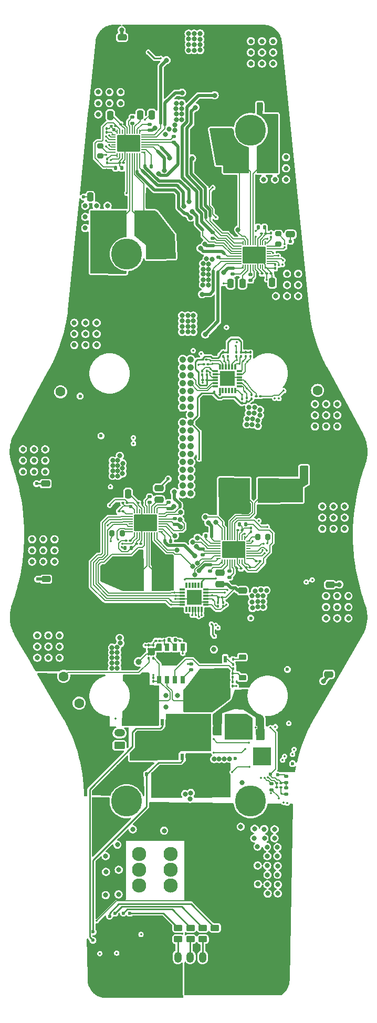
<source format=gbl>
G04 #@! TF.GenerationSoftware,KiCad,Pcbnew,7.0.2-0*
G04 #@! TF.CreationDate,2023-10-14T11:26:59-07:00*
G04 #@! TF.ProjectId,high-power,68696768-2d70-46f7-9765-722e6b696361,rev?*
G04 #@! TF.SameCoordinates,Original*
G04 #@! TF.FileFunction,Copper,L4,Bot*
G04 #@! TF.FilePolarity,Positive*
%FSLAX46Y46*%
G04 Gerber Fmt 4.6, Leading zero omitted, Abs format (unit mm)*
G04 Created by KiCad (PCBNEW 7.0.2-0) date 2023-10-14 11:26:59*
%MOMM*%
%LPD*%
G01*
G04 APERTURE LIST*
G04 Aperture macros list*
%AMRoundRect*
0 Rectangle with rounded corners*
0 $1 Rounding radius*
0 $2 $3 $4 $5 $6 $7 $8 $9 X,Y pos of 4 corners*
0 Add a 4 corners polygon primitive as box body*
4,1,4,$2,$3,$4,$5,$6,$7,$8,$9,$2,$3,0*
0 Add four circle primitives for the rounded corners*
1,1,$1+$1,$2,$3*
1,1,$1+$1,$4,$5*
1,1,$1+$1,$6,$7*
1,1,$1+$1,$8,$9*
0 Add four rect primitives between the rounded corners*
20,1,$1+$1,$2,$3,$4,$5,0*
20,1,$1+$1,$4,$5,$6,$7,0*
20,1,$1+$1,$6,$7,$8,$9,0*
20,1,$1+$1,$8,$9,$2,$3,0*%
G04 Aperture macros list end*
G04 #@! TA.AperFunction,ComponentPad*
%ADD10C,0.800000*%
G04 #@! TD*
G04 #@! TA.AperFunction,ComponentPad*
%ADD11C,5.000000*%
G04 #@! TD*
G04 #@! TA.AperFunction,ComponentPad*
%ADD12C,0.500000*%
G04 #@! TD*
G04 #@! TA.AperFunction,SMDPad,CuDef*
%ADD13R,2.600000X2.600000*%
G04 #@! TD*
G04 #@! TA.AperFunction,SMDPad,CuDef*
%ADD14R,2.900000X2.900000*%
G04 #@! TD*
G04 #@! TA.AperFunction,SMDPad,CuDef*
%ADD15RoundRect,0.100000X0.130000X0.100000X-0.130000X0.100000X-0.130000X-0.100000X0.130000X-0.100000X0*%
G04 #@! TD*
G04 #@! TA.AperFunction,ComponentPad*
%ADD16R,1.600000X1.600000*%
G04 #@! TD*
G04 #@! TA.AperFunction,ComponentPad*
%ADD17C,1.600000*%
G04 #@! TD*
G04 #@! TA.AperFunction,SMDPad,CuDef*
%ADD18R,2.800000X2.600000*%
G04 #@! TD*
G04 #@! TA.AperFunction,ComponentPad*
%ADD19C,2.300000*%
G04 #@! TD*
G04 #@! TA.AperFunction,SMDPad,CuDef*
%ADD20RoundRect,0.200000X-0.200000X-0.275000X0.200000X-0.275000X0.200000X0.275000X-0.200000X0.275000X0*%
G04 #@! TD*
G04 #@! TA.AperFunction,SMDPad,CuDef*
%ADD21RoundRect,0.250000X0.475000X-0.250000X0.475000X0.250000X-0.475000X0.250000X-0.475000X-0.250000X0*%
G04 #@! TD*
G04 #@! TA.AperFunction,SMDPad,CuDef*
%ADD22RoundRect,0.250000X0.250000X0.475000X-0.250000X0.475000X-0.250000X-0.475000X0.250000X-0.475000X0*%
G04 #@! TD*
G04 #@! TA.AperFunction,SMDPad,CuDef*
%ADD23R,2.600000X2.800000*%
G04 #@! TD*
G04 #@! TA.AperFunction,SMDPad,CuDef*
%ADD24RoundRect,0.100000X0.100000X-0.130000X0.100000X0.130000X-0.100000X0.130000X-0.100000X-0.130000X0*%
G04 #@! TD*
G04 #@! TA.AperFunction,SMDPad,CuDef*
%ADD25RoundRect,0.250000X-0.250000X-0.475000X0.250000X-0.475000X0.250000X0.475000X-0.250000X0.475000X0*%
G04 #@! TD*
G04 #@! TA.AperFunction,SMDPad,CuDef*
%ADD26RoundRect,0.140000X-0.170000X0.140000X-0.170000X-0.140000X0.170000X-0.140000X0.170000X0.140000X0*%
G04 #@! TD*
G04 #@! TA.AperFunction,SMDPad,CuDef*
%ADD27RoundRect,0.140000X0.170000X-0.140000X0.170000X0.140000X-0.170000X0.140000X-0.170000X-0.140000X0*%
G04 #@! TD*
G04 #@! TA.AperFunction,SMDPad,CuDef*
%ADD28R,3.050000X3.680000*%
G04 #@! TD*
G04 #@! TA.AperFunction,SMDPad,CuDef*
%ADD29RoundRect,0.135000X0.135000X0.185000X-0.135000X0.185000X-0.135000X-0.185000X0.135000X-0.185000X0*%
G04 #@! TD*
G04 #@! TA.AperFunction,SMDPad,CuDef*
%ADD30RoundRect,0.200000X0.200000X0.275000X-0.200000X0.275000X-0.200000X-0.275000X0.200000X-0.275000X0*%
G04 #@! TD*
G04 #@! TA.AperFunction,SMDPad,CuDef*
%ADD31RoundRect,0.100000X-0.100000X0.130000X-0.100000X-0.130000X0.100000X-0.130000X0.100000X0.130000X0*%
G04 #@! TD*
G04 #@! TA.AperFunction,SMDPad,CuDef*
%ADD32RoundRect,0.100000X-0.130000X-0.100000X0.130000X-0.100000X0.130000X0.100000X-0.130000X0.100000X0*%
G04 #@! TD*
G04 #@! TA.AperFunction,ComponentPad*
%ADD33C,1.050000*%
G04 #@! TD*
G04 #@! TA.AperFunction,SMDPad,CuDef*
%ADD34RoundRect,0.140000X0.140000X0.170000X-0.140000X0.170000X-0.140000X-0.170000X0.140000X-0.170000X0*%
G04 #@! TD*
G04 #@! TA.AperFunction,SMDPad,CuDef*
%ADD35RoundRect,0.140000X-0.140000X-0.170000X0.140000X-0.170000X0.140000X0.170000X-0.140000X0.170000X0*%
G04 #@! TD*
G04 #@! TA.AperFunction,SMDPad,CuDef*
%ADD36RoundRect,0.250000X0.450000X-0.262500X0.450000X0.262500X-0.450000X0.262500X-0.450000X-0.262500X0*%
G04 #@! TD*
G04 #@! TA.AperFunction,SMDPad,CuDef*
%ADD37RoundRect,0.250000X0.362500X1.425000X-0.362500X1.425000X-0.362500X-1.425000X0.362500X-1.425000X0*%
G04 #@! TD*
G04 #@! TA.AperFunction,SMDPad,CuDef*
%ADD38RoundRect,0.225000X0.375000X-0.225000X0.375000X0.225000X-0.375000X0.225000X-0.375000X-0.225000X0*%
G04 #@! TD*
G04 #@! TA.AperFunction,SMDPad,CuDef*
%ADD39RoundRect,0.200000X0.275000X-0.200000X0.275000X0.200000X-0.275000X0.200000X-0.275000X-0.200000X0*%
G04 #@! TD*
G04 #@! TA.AperFunction,SMDPad,CuDef*
%ADD40RoundRect,0.135000X-0.185000X0.135000X-0.185000X-0.135000X0.185000X-0.135000X0.185000X0.135000X0*%
G04 #@! TD*
G04 #@! TA.AperFunction,SMDPad,CuDef*
%ADD41C,1.000000*%
G04 #@! TD*
G04 #@! TA.AperFunction,SMDPad,CuDef*
%ADD42R,0.600000X0.800000*%
G04 #@! TD*
G04 #@! TA.AperFunction,SMDPad,CuDef*
%ADD43R,4.410000X3.750000*%
G04 #@! TD*
G04 #@! TA.AperFunction,SMDPad,CuDef*
%ADD44R,0.500000X1.100000*%
G04 #@! TD*
G04 #@! TA.AperFunction,SMDPad,CuDef*
%ADD45R,3.200000X0.600000*%
G04 #@! TD*
G04 #@! TA.AperFunction,SMDPad,CuDef*
%ADD46RoundRect,0.250000X0.362500X1.075000X-0.362500X1.075000X-0.362500X-1.075000X0.362500X-1.075000X0*%
G04 #@! TD*
G04 #@! TA.AperFunction,SMDPad,CuDef*
%ADD47RoundRect,0.250000X-0.475000X0.250000X-0.475000X-0.250000X0.475000X-0.250000X0.475000X0.250000X0*%
G04 #@! TD*
G04 #@! TA.AperFunction,SMDPad,CuDef*
%ADD48RoundRect,0.135000X-0.135000X-0.185000X0.135000X-0.185000X0.135000X0.185000X-0.135000X0.185000X0*%
G04 #@! TD*
G04 #@! TA.AperFunction,SMDPad,CuDef*
%ADD49RoundRect,0.075000X-0.075000X0.362500X-0.075000X-0.362500X0.075000X-0.362500X0.075000X0.362500X0*%
G04 #@! TD*
G04 #@! TA.AperFunction,SMDPad,CuDef*
%ADD50RoundRect,0.075000X-0.362500X0.075000X-0.362500X-0.075000X0.362500X-0.075000X0.362500X0.075000X0*%
G04 #@! TD*
G04 #@! TA.AperFunction,SMDPad,CuDef*
%ADD51R,2.450000X2.450000*%
G04 #@! TD*
G04 #@! TA.AperFunction,SMDPad,CuDef*
%ADD52R,0.762000X1.143000*%
G04 #@! TD*
G04 #@! TA.AperFunction,SMDPad,CuDef*
%ADD53RoundRect,0.050000X-0.050000X0.250000X-0.050000X-0.250000X0.050000X-0.250000X0.050000X0.250000X0*%
G04 #@! TD*
G04 #@! TA.AperFunction,SMDPad,CuDef*
%ADD54RoundRect,0.050000X-0.250000X-0.050000X0.250000X-0.050000X0.250000X0.050000X-0.250000X0.050000X0*%
G04 #@! TD*
G04 #@! TA.AperFunction,ComponentPad*
%ADD55C,0.350000*%
G04 #@! TD*
G04 #@! TA.AperFunction,SMDPad,CuDef*
%ADD56RoundRect,0.050000X-1.800000X1.300000X-1.800000X-1.300000X1.800000X-1.300000X1.800000X1.300000X0*%
G04 #@! TD*
G04 #@! TA.AperFunction,SMDPad,CuDef*
%ADD57RoundRect,0.250000X0.398566X-1.415336X1.026434X-1.052836X-0.398566X1.415336X-1.026434X1.052836X0*%
G04 #@! TD*
G04 #@! TA.AperFunction,SMDPad,CuDef*
%ADD58R,7.200000X3.700000*%
G04 #@! TD*
G04 #@! TA.AperFunction,SMDPad,CuDef*
%ADD59RoundRect,0.200000X-0.275000X0.200000X-0.275000X-0.200000X0.275000X-0.200000X0.275000X0.200000X0*%
G04 #@! TD*
G04 #@! TA.AperFunction,SMDPad,CuDef*
%ADD60RoundRect,0.147500X-0.147500X-0.172500X0.147500X-0.172500X0.147500X0.172500X-0.147500X0.172500X0*%
G04 #@! TD*
G04 #@! TA.AperFunction,SMDPad,CuDef*
%ADD61RoundRect,0.075000X0.075000X-0.362500X0.075000X0.362500X-0.075000X0.362500X-0.075000X-0.362500X0*%
G04 #@! TD*
G04 #@! TA.AperFunction,SMDPad,CuDef*
%ADD62RoundRect,0.075000X0.362500X-0.075000X0.362500X0.075000X-0.362500X0.075000X-0.362500X-0.075000X0*%
G04 #@! TD*
G04 #@! TA.AperFunction,ComponentPad*
%ADD63RoundRect,0.250000X0.350000X0.625000X-0.350000X0.625000X-0.350000X-0.625000X0.350000X-0.625000X0*%
G04 #@! TD*
G04 #@! TA.AperFunction,ComponentPad*
%ADD64O,1.200000X1.750000*%
G04 #@! TD*
G04 #@! TA.AperFunction,SMDPad,CuDef*
%ADD65RoundRect,0.250000X0.385016X-0.583133X0.697516X-0.041867X-0.385016X0.583133X-0.697516X0.041867X0*%
G04 #@! TD*
G04 #@! TA.AperFunction,SMDPad,CuDef*
%ADD66R,1.800000X3.400000*%
G04 #@! TD*
G04 #@! TA.AperFunction,ComponentPad*
%ADD67RoundRect,0.250000X0.625000X-0.350000X0.625000X0.350000X-0.625000X0.350000X-0.625000X-0.350000X0*%
G04 #@! TD*
G04 #@! TA.AperFunction,ComponentPad*
%ADD68O,1.750000X1.200000*%
G04 #@! TD*
G04 #@! TA.AperFunction,SMDPad,CuDef*
%ADD69RoundRect,0.050000X0.050000X-0.250000X0.050000X0.250000X-0.050000X0.250000X-0.050000X-0.250000X0*%
G04 #@! TD*
G04 #@! TA.AperFunction,SMDPad,CuDef*
%ADD70RoundRect,0.050000X0.250000X0.050000X-0.250000X0.050000X-0.250000X-0.050000X0.250000X-0.050000X0*%
G04 #@! TD*
G04 #@! TA.AperFunction,SMDPad,CuDef*
%ADD71RoundRect,0.050000X1.800000X-1.300000X1.800000X1.300000X-1.800000X1.300000X-1.800000X-1.300000X0*%
G04 #@! TD*
G04 #@! TA.AperFunction,ViaPad*
%ADD72C,0.800000*%
G04 #@! TD*
G04 #@! TA.AperFunction,ViaPad*
%ADD73C,0.600000*%
G04 #@! TD*
G04 #@! TA.AperFunction,ViaPad*
%ADD74C,0.350000*%
G04 #@! TD*
G04 #@! TA.AperFunction,Conductor*
%ADD75C,0.250000*%
G04 #@! TD*
G04 #@! TA.AperFunction,Conductor*
%ADD76C,0.200000*%
G04 #@! TD*
G04 #@! TA.AperFunction,Conductor*
%ADD77C,0.500000*%
G04 #@! TD*
G04 #@! TA.AperFunction,Conductor*
%ADD78C,0.150000*%
G04 #@! TD*
G04 APERTURE END LIST*
D10*
X36533618Y-58479406D03*
X37082793Y-57153581D03*
X37082793Y-59805231D03*
X38408618Y-56604406D03*
D11*
X38408618Y-58479406D03*
D10*
X38408618Y-60354406D03*
X39734443Y-57153581D03*
X39734443Y-59805231D03*
X40283618Y-58479406D03*
X69964500Y-99185000D03*
X69964500Y-100985000D03*
X69964500Y-102785000D03*
X71764500Y-99185000D03*
X71764500Y-100985000D03*
X71764500Y-102785000D03*
X73564500Y-99185000D03*
X73564500Y-100985000D03*
X73564500Y-102785000D03*
X58440000Y-24150000D03*
X58440000Y-25950000D03*
X58440000Y-27750000D03*
X60240000Y-24150000D03*
X60240000Y-25950000D03*
X60240000Y-27750000D03*
X62040000Y-24150000D03*
X62040000Y-25950000D03*
X62040000Y-27750000D03*
X70574500Y-113615000D03*
X70574500Y-115415000D03*
X70574500Y-117215000D03*
X72374500Y-113615000D03*
X72374500Y-115415000D03*
X72374500Y-117215000D03*
X74174500Y-113615000D03*
X74174500Y-115415000D03*
X74174500Y-117215000D03*
X23180000Y-104470000D03*
X23180000Y-106270000D03*
X23180000Y-108070000D03*
X24980000Y-104470000D03*
X24980000Y-106270000D03*
X24980000Y-108070000D03*
X26780000Y-104470000D03*
X26780000Y-106270000D03*
X26780000Y-108070000D03*
X68784500Y-82675000D03*
X68784500Y-84475000D03*
X68784500Y-86275000D03*
X70584500Y-82675000D03*
X70584500Y-84475000D03*
X70584500Y-86275000D03*
X72384500Y-82675000D03*
X72384500Y-84475000D03*
X72384500Y-86275000D03*
X60520000Y-46450000D03*
X62320000Y-46450000D03*
X64120000Y-42850000D03*
X64120000Y-44650000D03*
X64120000Y-46450000D03*
X21690000Y-89970000D03*
X21690000Y-91770000D03*
X21690000Y-93570000D03*
X23490000Y-89970000D03*
X23490000Y-91770000D03*
X23490000Y-93570000D03*
X25290000Y-89970000D03*
X25290000Y-91770000D03*
X25290000Y-93570000D03*
X56533618Y-38479406D03*
X57082793Y-37153581D03*
X57082793Y-39805231D03*
X58408618Y-36604406D03*
D11*
X58408618Y-38479406D03*
D10*
X58408618Y-40354406D03*
X59734443Y-37153581D03*
X59734443Y-39805231D03*
X60283618Y-38479406D03*
X31740000Y-50680000D03*
X31740000Y-52480000D03*
X31740000Y-54280000D03*
X33540000Y-50680000D03*
X35340000Y-50680000D03*
X33840000Y-32340000D03*
X33840000Y-34140000D03*
X33840000Y-35940000D03*
X35640000Y-32340000D03*
X35640000Y-34140000D03*
X37440000Y-32340000D03*
X37440000Y-34140000D03*
X33570000Y-73150000D03*
X33570000Y-71350000D03*
X33570000Y-69550000D03*
X31770000Y-73150000D03*
X31770000Y-71350000D03*
X31770000Y-69550000D03*
X29970000Y-73150000D03*
X29970000Y-71350000D03*
X29970000Y-69550000D03*
X24002000Y-119990000D03*
X24002000Y-121790000D03*
X24002000Y-123590000D03*
X25802000Y-119990000D03*
X25802000Y-121790000D03*
X25802000Y-123590000D03*
X27602000Y-119990000D03*
X27602000Y-121790000D03*
X27602000Y-123590000D03*
X62480000Y-65250000D03*
X64280000Y-61650000D03*
X64280000Y-63450000D03*
X64280000Y-65250000D03*
X66080000Y-61650000D03*
X66080000Y-63450000D03*
X66080000Y-65250000D03*
D12*
X37020000Y-167400000D03*
X37020000Y-168450000D03*
X37020000Y-169500000D03*
X38070000Y-167400000D03*
X38070000Y-168450000D03*
D13*
X38070000Y-168450000D03*
D12*
X38070000Y-169500000D03*
X39120000Y-167400000D03*
X39120000Y-168450000D03*
X39120000Y-169500000D03*
X59060000Y-140690000D03*
X60260000Y-140690000D03*
X61460000Y-140690000D03*
X59060000Y-139490000D03*
X60260000Y-139490000D03*
D14*
X60260000Y-139490000D03*
D12*
X61460000Y-139490000D03*
X59060000Y-138290000D03*
X60260000Y-138290000D03*
X61460000Y-138290000D03*
D10*
X36533618Y-146729406D03*
X37082793Y-145403581D03*
X37082793Y-148055231D03*
X38408618Y-144854406D03*
D11*
X38408618Y-146729406D03*
D10*
X38408618Y-148604406D03*
X39734443Y-145403581D03*
X39734443Y-148055231D03*
X40283618Y-146729406D03*
X56533618Y-146729406D03*
X57082793Y-145403581D03*
X57082793Y-148055231D03*
X58408618Y-144854406D03*
D11*
X58408618Y-146729406D03*
D10*
X58408618Y-148604406D03*
X59734443Y-145403581D03*
X59734443Y-148055231D03*
X60283618Y-146729406D03*
D15*
X47715000Y-120860000D03*
X47075000Y-120860000D03*
D16*
X27770000Y-77197349D03*
D17*
X27770000Y-80697349D03*
D18*
X52390000Y-34960000D03*
X52390000Y-45660000D03*
D19*
X51610000Y-155250000D03*
X51610000Y-157790000D03*
X51610000Y-160330000D03*
X56690000Y-155250000D03*
X56690000Y-157790000D03*
X56690000Y-160330000D03*
D20*
X36045000Y-103530000D03*
X37695000Y-103530000D03*
D21*
X56470000Y-133310000D03*
X56470000Y-131410000D03*
D15*
X37905000Y-43730000D03*
X37265000Y-43730000D03*
D22*
X34480000Y-49276000D03*
X32580000Y-49276000D03*
D23*
X47310000Y-118120000D03*
X36610000Y-118120000D03*
D15*
X59935000Y-108010000D03*
X59295000Y-108010000D03*
D24*
X53960000Y-115290000D03*
X53960000Y-114650000D03*
D25*
X55187500Y-63212500D03*
X57087500Y-63212500D03*
D26*
X46160000Y-101120000D03*
X46160000Y-102080000D03*
D27*
X53200000Y-59010000D03*
X53200000Y-58050000D03*
D28*
X56592500Y-43377500D03*
X60912500Y-43377500D03*
D24*
X42730000Y-123650000D03*
X42730000Y-123010000D03*
D29*
X37630000Y-44610000D03*
X36610000Y-44610000D03*
D30*
X61210000Y-104130000D03*
X59560000Y-104130000D03*
D18*
X44710000Y-50110000D03*
X44710000Y-60810000D03*
D24*
X55550000Y-123830000D03*
X55550000Y-123190000D03*
D31*
X56850000Y-74330000D03*
X56850000Y-74970000D03*
D24*
X56100000Y-74970000D03*
X56100000Y-74330000D03*
D21*
X35340000Y-63000000D03*
X35340000Y-61100000D03*
D32*
X62655000Y-144530000D03*
X63295000Y-144530000D03*
D33*
X47450000Y-75530000D03*
X47450000Y-76800000D03*
X47450000Y-78070000D03*
X47450000Y-79340000D03*
X47450000Y-80610000D03*
X47450000Y-81880000D03*
X47450000Y-83150000D03*
X47450000Y-84420000D03*
X47450000Y-85690000D03*
X47450000Y-86960000D03*
X47450000Y-88230000D03*
X47450000Y-89500000D03*
X47450000Y-90770000D03*
X47450000Y-92040000D03*
X47450000Y-93310000D03*
X47450000Y-94580000D03*
X47450000Y-95850000D03*
X47450000Y-97120000D03*
X48720000Y-75530000D03*
X48720000Y-76800000D03*
X48720000Y-78070000D03*
X48720000Y-79340000D03*
X48720000Y-80610000D03*
X48720000Y-81880000D03*
X48720000Y-83150000D03*
X48720000Y-84420000D03*
X48720000Y-85690000D03*
X48720000Y-86960000D03*
X48720000Y-88230000D03*
X48720000Y-89500000D03*
X48720000Y-90770000D03*
X48720000Y-92040000D03*
X48720000Y-93310000D03*
X48720000Y-94580000D03*
X48720000Y-95850000D03*
X48720000Y-97120000D03*
D34*
X42600000Y-142400000D03*
X41640000Y-142400000D03*
D32*
X57665000Y-109010000D03*
X58305000Y-109010000D03*
D31*
X50590000Y-77325000D03*
X50590000Y-77965000D03*
D18*
X64540000Y-91060000D03*
X64540000Y-101760000D03*
D31*
X54750000Y-74325000D03*
X54750000Y-74965000D03*
D25*
X58220000Y-136060000D03*
X60120000Y-136060000D03*
D22*
X54730000Y-135390000D03*
X52830000Y-135390000D03*
D35*
X51180000Y-103930000D03*
X52140000Y-103930000D03*
D24*
X55540000Y-126750000D03*
X55540000Y-126110000D03*
D25*
X38652500Y-97150000D03*
X40552500Y-97150000D03*
D34*
X45520000Y-104760000D03*
X44560000Y-104760000D03*
D28*
X43987500Y-110782500D03*
X39667500Y-110782500D03*
D26*
X58370000Y-61760000D03*
X58370000Y-62720000D03*
D32*
X59340000Y-81420000D03*
X59980000Y-81420000D03*
D36*
X46710000Y-168982500D03*
X46710000Y-167157500D03*
D37*
X60874500Y-48768000D03*
X54949500Y-48768000D03*
D15*
X63295000Y-143830000D03*
X62655000Y-143830000D03*
D38*
X57080000Y-126810000D03*
X57080000Y-123510000D03*
D18*
X29740000Y-93340000D03*
X29740000Y-104040000D03*
D39*
X34130000Y-42655000D03*
X34130000Y-41005000D03*
D40*
X61800000Y-143900000D03*
X61800000Y-144920000D03*
D34*
X42350000Y-44340000D03*
X41390000Y-44340000D03*
D32*
X53180000Y-113810000D03*
X53820000Y-113810000D03*
D24*
X42720000Y-122230000D03*
X42720000Y-121590000D03*
D41*
X40330000Y-124260000D03*
D24*
X58530000Y-81810000D03*
X58530000Y-81170000D03*
X42731000Y-127430000D03*
X42731000Y-126790000D03*
D42*
X40367499Y-139682498D03*
X41637499Y-139682498D03*
D43*
X42272499Y-137407498D03*
D42*
X42907499Y-139682498D03*
X44177499Y-139682498D03*
D44*
X44177499Y-133982498D03*
X40367499Y-133982498D03*
D45*
X41557499Y-134232498D03*
D44*
X41637499Y-133982498D03*
X42907499Y-133982498D03*
D31*
X61720000Y-55100000D03*
X61720000Y-55740000D03*
D15*
X40670000Y-105200000D03*
X40030000Y-105200000D03*
D46*
X42062500Y-49860000D03*
X37437500Y-49860000D03*
D47*
X64840000Y-53390000D03*
X64840000Y-55290000D03*
X71030000Y-124360000D03*
X71030000Y-126260000D03*
D27*
X42125000Y-98550000D03*
X42125000Y-97590000D03*
D48*
X56630000Y-102040000D03*
X57650000Y-102040000D03*
D22*
X42480000Y-36010000D03*
X40580000Y-36010000D03*
D47*
X71250000Y-109900000D03*
X71250000Y-111800000D03*
D31*
X44480000Y-120180000D03*
X44480000Y-120820000D03*
D49*
X53430000Y-76642500D03*
X53930000Y-76642500D03*
X54430000Y-76642500D03*
X54930000Y-76642500D03*
X55430000Y-76642500D03*
X55930000Y-76642500D03*
D50*
X56617500Y-77330000D03*
X56617500Y-77830000D03*
X56617500Y-78330000D03*
X56617500Y-78830000D03*
X56617500Y-79330000D03*
X56617500Y-79830000D03*
D49*
X55930000Y-80517500D03*
X55430000Y-80517500D03*
X54930000Y-80517500D03*
X54430000Y-80517500D03*
X53930000Y-80517500D03*
X53430000Y-80517500D03*
D50*
X52742500Y-79830000D03*
X52742500Y-79330000D03*
X52742500Y-78830000D03*
X52742500Y-78330000D03*
X52742500Y-77830000D03*
X52742500Y-77330000D03*
D51*
X54680000Y-78580000D03*
D42*
X51210000Y-133885000D03*
X49940000Y-133885000D03*
D43*
X49305000Y-136160000D03*
D42*
X48670000Y-133885000D03*
X47400000Y-133885000D03*
D44*
X47400000Y-139585000D03*
X51210000Y-139585000D03*
D45*
X50020000Y-139335000D03*
D44*
X49940000Y-139585000D03*
X48670000Y-139585000D03*
D15*
X60237500Y-61632500D03*
X59597500Y-61632500D03*
D31*
X41990000Y-123010000D03*
X41990000Y-123650000D03*
D32*
X37182500Y-99967500D03*
X37822500Y-99967500D03*
D52*
X43685000Y-121906500D03*
X44955000Y-121906500D03*
X46225000Y-121906500D03*
X47495000Y-121906500D03*
X47495000Y-127113500D03*
X46225000Y-127113500D03*
X44955000Y-127113500D03*
X43685000Y-127113500D03*
D53*
X36905000Y-38720000D03*
X37305000Y-38720000D03*
X37705000Y-38720000D03*
X38105000Y-38720000D03*
X38505000Y-38720000D03*
X38905000Y-38720000D03*
X39305000Y-38720000D03*
X39705000Y-38720000D03*
X40105000Y-38720000D03*
X40505000Y-38720000D03*
D54*
X41105000Y-39220000D03*
X41105000Y-39620000D03*
X41105000Y-40020000D03*
X41105000Y-40420000D03*
X41105000Y-40820000D03*
X41105000Y-41220000D03*
X41105000Y-41620000D03*
X41105000Y-42020000D03*
D53*
X40505000Y-42520000D03*
X40105000Y-42520000D03*
X39705000Y-42520000D03*
X39305000Y-42520000D03*
X38905000Y-42520000D03*
X38505000Y-42520000D03*
X38105000Y-42520000D03*
X37705000Y-42520000D03*
X37305000Y-42520000D03*
X36905000Y-42520000D03*
D54*
X36305000Y-42020000D03*
X36305000Y-41620000D03*
X36305000Y-41220000D03*
X36305000Y-40820000D03*
X36305000Y-40420000D03*
X36305000Y-40020000D03*
X36305000Y-39620000D03*
X36305000Y-39220000D03*
D55*
X39330000Y-39520000D03*
X38080000Y-39520000D03*
X40305000Y-40620000D03*
X39330000Y-40620000D03*
D56*
X38705000Y-40620000D03*
D55*
X38080000Y-40620000D03*
X37105000Y-40620000D03*
X39330000Y-41720000D03*
X38080000Y-41720000D03*
D28*
X41207500Y-53462500D03*
X36887500Y-53462500D03*
D57*
X48220000Y-54340000D03*
X53351200Y-51377500D03*
D15*
X38485000Y-98630000D03*
X37845000Y-98630000D03*
D58*
X49170000Y-150810000D03*
X49170000Y-142810000D03*
D59*
X62890000Y-55205000D03*
X62890000Y-56855000D03*
D15*
X36620000Y-37820000D03*
X35980000Y-37820000D03*
D27*
X55507500Y-61702500D03*
X55507500Y-60742500D03*
D25*
X35790000Y-36080000D03*
X37690000Y-36080000D03*
D32*
X61047500Y-61632500D03*
X61687500Y-61632500D03*
D15*
X51335000Y-78800000D03*
X50695000Y-78800000D03*
D21*
X57150000Y-112776000D03*
X57150000Y-110876000D03*
D32*
X37450000Y-37520000D03*
X38090000Y-37520000D03*
D60*
X45280000Y-120740000D03*
X46250000Y-120740000D03*
D22*
X54730000Y-133410000D03*
X52830000Y-133410000D03*
D23*
X41640000Y-90290000D03*
X30940000Y-90290000D03*
D22*
X61882500Y-63082500D03*
X59982500Y-63082500D03*
D26*
X45160000Y-98550000D03*
X45160000Y-99510000D03*
D18*
X41300000Y-62790000D03*
X41300000Y-73490000D03*
D26*
X42130000Y-37530000D03*
X42130000Y-38490000D03*
X46050000Y-39480000D03*
X46050000Y-40440000D03*
D18*
X29760000Y-106930000D03*
X29760000Y-117630000D03*
D21*
X37690000Y-25430000D03*
X37690000Y-23530000D03*
D18*
X63850000Y-107090000D03*
X63850000Y-117790000D03*
D27*
X39315000Y-37360000D03*
X39315000Y-36400000D03*
D31*
X53990000Y-74320000D03*
X53990000Y-74960000D03*
D36*
X48720000Y-168982500D03*
X48720000Y-167157500D03*
D61*
X50530000Y-115757500D03*
X50030000Y-115757500D03*
X49530000Y-115757500D03*
X49030000Y-115757500D03*
X48530000Y-115757500D03*
X48030000Y-115757500D03*
D62*
X47342500Y-115070000D03*
X47342500Y-114570000D03*
X47342500Y-114070000D03*
X47342500Y-113570000D03*
X47342500Y-113070000D03*
X47342500Y-112570000D03*
D61*
X48030000Y-111882500D03*
X48530000Y-111882500D03*
X49030000Y-111882500D03*
X49530000Y-111882500D03*
X50030000Y-111882500D03*
X50530000Y-111882500D03*
D62*
X51217500Y-112570000D03*
X51217500Y-113070000D03*
X51217500Y-113570000D03*
X51217500Y-114070000D03*
X51217500Y-114570000D03*
X51217500Y-115070000D03*
D51*
X49280000Y-113820000D03*
D27*
X51870000Y-109570000D03*
X51870000Y-108610000D03*
X52260000Y-55930000D03*
X52260000Y-54970000D03*
D26*
X55030000Y-109630000D03*
X55030000Y-110590000D03*
D31*
X58490000Y-102630000D03*
X58490000Y-103270000D03*
D28*
X56742500Y-96627500D03*
X61062500Y-96627500D03*
D22*
X61770000Y-34750000D03*
X59870000Y-34750000D03*
D63*
X52680000Y-171890000D03*
D64*
X50680000Y-171890000D03*
X48680000Y-171890000D03*
X46680000Y-171890000D03*
X44680000Y-171890000D03*
D65*
X67788750Y-99646562D03*
X69251250Y-97113438D03*
D15*
X43750000Y-120830000D03*
X43110000Y-120830000D03*
D31*
X55530000Y-127510000D03*
X55530000Y-128150000D03*
D32*
X50640000Y-75520000D03*
X51280000Y-75520000D03*
D16*
X69210000Y-76967349D03*
D17*
X69210000Y-80467349D03*
D24*
X57770000Y-82270000D03*
X57770000Y-81630000D03*
X55550000Y-125340000D03*
X55550000Y-124700000D03*
D21*
X25350000Y-97410000D03*
X25350000Y-95510000D03*
D40*
X64145000Y-142750000D03*
X64145000Y-143770000D03*
D32*
X60200000Y-55130000D03*
X60840000Y-55130000D03*
X40272500Y-98600000D03*
X40912500Y-98600000D03*
D23*
X61280000Y-121030000D03*
X50580000Y-121030000D03*
D15*
X56840000Y-109220000D03*
X56200000Y-109220000D03*
D29*
X60630000Y-54140000D03*
X59610000Y-54140000D03*
D66*
X48460000Y-130540000D03*
X42760000Y-130540000D03*
D36*
X50700000Y-168982500D03*
X50700000Y-167157500D03*
D24*
X41990000Y-122225000D03*
X41990000Y-121585000D03*
D17*
X30756122Y-130920064D03*
X29506122Y-128755000D03*
X28256122Y-126589937D03*
D31*
X53150000Y-114650000D03*
X53150000Y-115290000D03*
D67*
X37260000Y-137730000D03*
D68*
X37260000Y-135730000D03*
D47*
X43647500Y-96227500D03*
X43647500Y-98127500D03*
D24*
X35300000Y-43770000D03*
X35300000Y-43130000D03*
D21*
X25430000Y-112820000D03*
X25430000Y-110920000D03*
D36*
X52660000Y-168982500D03*
X52660000Y-167157500D03*
D69*
X57445000Y-108060000D03*
X57045000Y-108060000D03*
X56645000Y-108060000D03*
X56245000Y-108060000D03*
X55845000Y-108060000D03*
X55445000Y-108060000D03*
X55045000Y-108060000D03*
X54645000Y-108060000D03*
X54245000Y-108060000D03*
X53845000Y-108060000D03*
D70*
X53245000Y-107560000D03*
X53245000Y-107160000D03*
X53245000Y-106760000D03*
X53245000Y-106360000D03*
X53245000Y-105960000D03*
X53245000Y-105560000D03*
X53245000Y-105160000D03*
X53245000Y-104760000D03*
D69*
X53845000Y-104260000D03*
X54245000Y-104260000D03*
X54645000Y-104260000D03*
X55045000Y-104260000D03*
X55445000Y-104260000D03*
X55845000Y-104260000D03*
X56245000Y-104260000D03*
X56645000Y-104260000D03*
X57045000Y-104260000D03*
X57445000Y-104260000D03*
D70*
X58045000Y-104760000D03*
X58045000Y-105160000D03*
X58045000Y-105560000D03*
X58045000Y-105960000D03*
X58045000Y-106360000D03*
X58045000Y-106760000D03*
X58045000Y-107160000D03*
X58045000Y-107560000D03*
D55*
X55020000Y-107260000D03*
X56270000Y-107260000D03*
X54045000Y-106160000D03*
X55020000Y-106160000D03*
D71*
X55645000Y-106160000D03*
D55*
X56270000Y-106160000D03*
X57245000Y-106160000D03*
X55020000Y-105060000D03*
X56270000Y-105060000D03*
D18*
X41610000Y-76360000D03*
X41610000Y-87060000D03*
D42*
X50485000Y-129510000D03*
X51755000Y-129510000D03*
D43*
X52390000Y-127235000D03*
D42*
X53025000Y-129510000D03*
X54295000Y-129510000D03*
D44*
X54295000Y-123810000D03*
X50485000Y-123810000D03*
D45*
X51675000Y-124060000D03*
D44*
X51755000Y-123810000D03*
X53025000Y-123810000D03*
D15*
X51520000Y-76270000D03*
X50880000Y-76270000D03*
D31*
X58350000Y-74330000D03*
X58350000Y-74970000D03*
D26*
X64135000Y-144620000D03*
X64135000Y-145580000D03*
D27*
X48850000Y-125540000D03*
X48850000Y-124580000D03*
X50640000Y-107020000D03*
X50640000Y-106060000D03*
D32*
X56390000Y-103020000D03*
X57030000Y-103020000D03*
D31*
X35180000Y-38220000D03*
X35180000Y-38860000D03*
D32*
X38320000Y-104700000D03*
X38960000Y-104700000D03*
D22*
X68990000Y-93600000D03*
X67090000Y-93600000D03*
D31*
X57600000Y-74330000D03*
X57600000Y-74970000D03*
D19*
X40450000Y-155280000D03*
X40450000Y-157820000D03*
X40450000Y-160360000D03*
X45530000Y-155280000D03*
X45530000Y-157820000D03*
X45530000Y-160360000D03*
D24*
X51340000Y-77965000D03*
X51340000Y-77325000D03*
D25*
X58210000Y-134100000D03*
X60110000Y-134100000D03*
D24*
X57010000Y-82500000D03*
X57010000Y-81860000D03*
D69*
X60770000Y-60520000D03*
X60370000Y-60520000D03*
X59970000Y-60520000D03*
X59570000Y-60520000D03*
X59170000Y-60520000D03*
X58770000Y-60520000D03*
X58370000Y-60520000D03*
X57970000Y-60520000D03*
X57570000Y-60520000D03*
X57170000Y-60520000D03*
D70*
X56570000Y-60020000D03*
X56570000Y-59620000D03*
X56570000Y-59220000D03*
X56570000Y-58820000D03*
X56570000Y-58420000D03*
X56570000Y-58020000D03*
X56570000Y-57620000D03*
X56570000Y-57220000D03*
D69*
X57170000Y-56720000D03*
X57570000Y-56720000D03*
X57970000Y-56720000D03*
X58370000Y-56720000D03*
X58770000Y-56720000D03*
X59170000Y-56720000D03*
X59570000Y-56720000D03*
X59970000Y-56720000D03*
X60370000Y-56720000D03*
X60770000Y-56720000D03*
D70*
X61370000Y-57220000D03*
X61370000Y-57620000D03*
X61370000Y-58020000D03*
X61370000Y-58420000D03*
X61370000Y-58820000D03*
X61370000Y-59220000D03*
X61370000Y-59620000D03*
X61370000Y-60020000D03*
D55*
X58345000Y-59720000D03*
X59595000Y-59720000D03*
X57370000Y-58620000D03*
X58345000Y-58620000D03*
D71*
X58970000Y-58620000D03*
D55*
X59595000Y-58620000D03*
X60570000Y-58620000D03*
X58345000Y-57520000D03*
X59595000Y-57520000D03*
D21*
X53470000Y-111750000D03*
X53470000Y-109850000D03*
D53*
X39675000Y-99920000D03*
X40075000Y-99920000D03*
X40475000Y-99920000D03*
X40875000Y-99920000D03*
X41275000Y-99920000D03*
X41675000Y-99920000D03*
X42075000Y-99920000D03*
X42475000Y-99920000D03*
X42875000Y-99920000D03*
X43275000Y-99920000D03*
D54*
X43875000Y-100420000D03*
X43875000Y-100820000D03*
X43875000Y-101220000D03*
X43875000Y-101620000D03*
X43875000Y-102020000D03*
X43875000Y-102420000D03*
X43875000Y-102820000D03*
X43875000Y-103220000D03*
D53*
X43275000Y-103720000D03*
X42875000Y-103720000D03*
X42475000Y-103720000D03*
X42075000Y-103720000D03*
X41675000Y-103720000D03*
X41275000Y-103720000D03*
X40875000Y-103720000D03*
X40475000Y-103720000D03*
X40075000Y-103720000D03*
X39675000Y-103720000D03*
D54*
X39075000Y-103220000D03*
X39075000Y-102820000D03*
X39075000Y-102420000D03*
X39075000Y-102020000D03*
X39075000Y-101620000D03*
X39075000Y-101220000D03*
X39075000Y-100820000D03*
X39075000Y-100420000D03*
D55*
X42100000Y-100720000D03*
X40850000Y-100720000D03*
X43075000Y-101820000D03*
X42100000Y-101820000D03*
D56*
X41475000Y-101820000D03*
D55*
X40850000Y-101820000D03*
X39875000Y-101820000D03*
X42100000Y-102920000D03*
X40850000Y-102920000D03*
D24*
X62370000Y-60800000D03*
X62370000Y-60160000D03*
D29*
X39160000Y-105870000D03*
X38140000Y-105870000D03*
D72*
X33220000Y-150240000D03*
D73*
X39190000Y-172930000D03*
D72*
X35030000Y-151610000D03*
X39410000Y-151260000D03*
X44460000Y-151480000D03*
X36920000Y-153750000D03*
X33330000Y-154535000D03*
X35030000Y-155590000D03*
X35090000Y-158130000D03*
X33330000Y-153430000D03*
D74*
X42190000Y-169700000D03*
D72*
X37120000Y-161750000D03*
X36990000Y-149790000D03*
D74*
X33580500Y-170020000D03*
D72*
X35040000Y-161880000D03*
X37140000Y-157790000D03*
D73*
X35660000Y-165290000D03*
X36520000Y-164800000D03*
X37890000Y-164790000D03*
X38940000Y-164800000D03*
X33000000Y-167800000D03*
D72*
X61120000Y-158610000D03*
X60640000Y-152700000D03*
X59060000Y-151190000D03*
X62760000Y-157180000D03*
X61070000Y-157140000D03*
X62780000Y-161610000D03*
X62280000Y-151270000D03*
X62720000Y-155570000D03*
X62740000Y-158600000D03*
X58990000Y-152710000D03*
X60590000Y-151230000D03*
X59580000Y-160110000D03*
X62260000Y-152690000D03*
X62740000Y-154150000D03*
X61100000Y-155580000D03*
X62800000Y-160190000D03*
X59540000Y-157100000D03*
X61160000Y-161620000D03*
X61110000Y-160150000D03*
X61050000Y-154110000D03*
X59520000Y-154070000D03*
D74*
X52800000Y-110790000D03*
X52225032Y-113544500D03*
X52560000Y-120104500D03*
X52083366Y-118166634D03*
X50110027Y-91561073D03*
X49900000Y-77400000D03*
X47780000Y-110930000D03*
X52520000Y-80650000D03*
D72*
X63430000Y-97110000D03*
X56220000Y-129270000D03*
X37170000Y-141210000D03*
D73*
X24070000Y-110920000D03*
D74*
X47480000Y-122890000D03*
X50700000Y-79180000D03*
X56110000Y-128170000D03*
D72*
X57070000Y-129080000D03*
X34520000Y-56980000D03*
X37610000Y-22360000D03*
X35570000Y-111000000D03*
X35450000Y-59810000D03*
D74*
X62919500Y-146280000D03*
D72*
X66230000Y-96100000D03*
X61030000Y-36530000D03*
X36420000Y-110140000D03*
D74*
X64550000Y-134170000D03*
D72*
X67160000Y-95180000D03*
D73*
X36370000Y-38420000D03*
D72*
X72720000Y-111780000D03*
D73*
X23890000Y-95510000D03*
D72*
X35190000Y-58880000D03*
X66230000Y-97130000D03*
X61580000Y-38190000D03*
D73*
X55340000Y-78300000D03*
D72*
X64340000Y-97120000D03*
X37270000Y-110130000D03*
X34700000Y-109090000D03*
X34520000Y-59610000D03*
X34693183Y-110800624D03*
X62440000Y-38200000D03*
X35410000Y-56970000D03*
X53340000Y-139920000D03*
D73*
X55340000Y-79300000D03*
D74*
X41402000Y-36830000D03*
X65410000Y-138370000D03*
X48330000Y-124580000D03*
D73*
X39100000Y-99200000D03*
D72*
X61550000Y-40850000D03*
X37280000Y-110980000D03*
X39750000Y-143350000D03*
D74*
X63754000Y-80518000D03*
D72*
X38410000Y-142400000D03*
D73*
X31496000Y-49276000D03*
D72*
X62450000Y-39080000D03*
X31980000Y-134060000D03*
X52490000Y-122250000D03*
X32370000Y-140220000D03*
X37270000Y-109260000D03*
X35200000Y-57890000D03*
X63440000Y-96080000D03*
D73*
X64840000Y-56430000D03*
D72*
X34330000Y-58780000D03*
D74*
X61670500Y-145430000D03*
D72*
X61340000Y-39960000D03*
D74*
X50030000Y-76320000D03*
D72*
X34690000Y-109960000D03*
X35540000Y-110130000D03*
X66250000Y-98020000D03*
D74*
X55990000Y-73320000D03*
D72*
X35340000Y-56069500D03*
X62270000Y-39960000D03*
X41280000Y-141060000D03*
D74*
X41410000Y-121590000D03*
D72*
X36410000Y-109270000D03*
D73*
X45130000Y-94740000D03*
D72*
X32370000Y-143520000D03*
D73*
X48780000Y-113750000D03*
D72*
X56810000Y-150850000D03*
D74*
X42750000Y-126350000D03*
D72*
X65290000Y-97150000D03*
X61930000Y-36530000D03*
X60690000Y-40830000D03*
X32630000Y-126770000D03*
X48680000Y-146370000D03*
X54970000Y-139890000D03*
D73*
X48780000Y-114500000D03*
D72*
X52520000Y-139940000D03*
X70150000Y-127350000D03*
X64350000Y-96090000D03*
X39800000Y-141480000D03*
X36220000Y-56069500D03*
X36960000Y-143550000D03*
D74*
X63350000Y-145470000D03*
D72*
X32520000Y-141630000D03*
X34340000Y-57860000D03*
X62280000Y-37340000D03*
X33640000Y-59400000D03*
X54150000Y-139910000D03*
X48750000Y-145400000D03*
X36430000Y-110990000D03*
X47860000Y-145570000D03*
X56780000Y-129980000D03*
X30760000Y-126790000D03*
X33550000Y-58350000D03*
D74*
X59250000Y-134810000D03*
D72*
X61600000Y-39080000D03*
D73*
X65169500Y-140670000D03*
D74*
X62400000Y-134720000D03*
D72*
X66230000Y-95180000D03*
X36140353Y-142240353D03*
X57020000Y-143720000D03*
X65300000Y-96110000D03*
D74*
X54102000Y-63246000D03*
X46270000Y-114120003D03*
D73*
X48780000Y-113000000D03*
D72*
X34420000Y-134280000D03*
D73*
X54340000Y-79300000D03*
D72*
X29900000Y-134720000D03*
X32740000Y-136580000D03*
X35570000Y-109270000D03*
X65300000Y-95170000D03*
X62410000Y-40840000D03*
D73*
X55900000Y-112340000D03*
D74*
X53428200Y-81200500D03*
D72*
X61430000Y-37330000D03*
D74*
X61610000Y-134860000D03*
D73*
X61611047Y-142365322D03*
D74*
X58220000Y-141210000D03*
X55440000Y-142030000D03*
D73*
X56380000Y-135160000D03*
X56720000Y-134600000D03*
X55590000Y-135320000D03*
X55830000Y-134660000D03*
X55930000Y-139870000D03*
X62790000Y-142500000D03*
D72*
X39620000Y-130350000D03*
X39790000Y-129300000D03*
X40750000Y-130010000D03*
X44760000Y-129690000D03*
X38910000Y-132400000D03*
X41120000Y-128950000D03*
X39360000Y-131340000D03*
X41140000Y-132420000D03*
D74*
X34080000Y-171300000D03*
D72*
X44790000Y-131500000D03*
X46580000Y-129660000D03*
X63290000Y-49860000D03*
X65560000Y-71090000D03*
X74290000Y-107220000D03*
X23710000Y-98860000D03*
X70690000Y-107220000D03*
X65290000Y-49860000D03*
X70770000Y-89930000D03*
X22710000Y-100860000D03*
X62560000Y-71090000D03*
X65560000Y-68690000D03*
X75270000Y-91130000D03*
X35210000Y-45100000D03*
X64290000Y-49860000D03*
X64060000Y-69890000D03*
X24710000Y-100860000D03*
X35830000Y-26430000D03*
X63500000Y-32350000D03*
X25800000Y-114190000D03*
X70690000Y-108220000D03*
X61700000Y-31450000D03*
X22800000Y-115390000D03*
X60800000Y-33250000D03*
X62560000Y-69890000D03*
X72270000Y-89930000D03*
X30540000Y-65520000D03*
X73090000Y-107220000D03*
X67060000Y-71090000D03*
X24710000Y-99860000D03*
X21300000Y-115390000D03*
X24670000Y-84410000D03*
X22710000Y-98860000D03*
X34980000Y-27280000D03*
X35830000Y-27280000D03*
X32040000Y-65520000D03*
X23670000Y-87410000D03*
X73770000Y-91130000D03*
X22800000Y-116590000D03*
X30540000Y-67020000D03*
X74290000Y-108220000D03*
X34210000Y-45100000D03*
X61700000Y-32350000D03*
X21300000Y-116590000D03*
X33210000Y-45100000D03*
X26170000Y-85910000D03*
X65290000Y-51860000D03*
X64060000Y-68690000D03*
X72710000Y-122930000D03*
X23170000Y-84410000D03*
X34130000Y-28980000D03*
X70770000Y-91130000D03*
X32210000Y-46100000D03*
X25170000Y-87410000D03*
X67060000Y-68690000D03*
X33540000Y-65520000D03*
X24300000Y-114190000D03*
X23710000Y-99860000D03*
X34980000Y-28980000D03*
X62290000Y-51860000D03*
X72270000Y-91130000D03*
X63290000Y-51860000D03*
X34130000Y-27280000D03*
X33210000Y-47100000D03*
X70510000Y-121830000D03*
X33540000Y-67020000D03*
X23710000Y-100860000D03*
X72710000Y-121830000D03*
X35210000Y-46100000D03*
X74290000Y-106220000D03*
X75270000Y-92330000D03*
X22710000Y-99860000D03*
X21300000Y-114190000D03*
X26170000Y-84410000D03*
X71890000Y-108220000D03*
X62290000Y-49860000D03*
X32210000Y-47100000D03*
X22170000Y-87410000D03*
X71610000Y-121830000D03*
X72710000Y-120730000D03*
X34130000Y-26430000D03*
X63450000Y-31470000D03*
X62600000Y-32350000D03*
X24300000Y-116590000D03*
X34210000Y-47100000D03*
X33210000Y-46100000D03*
X73090000Y-106220000D03*
X32040000Y-67020000D03*
X60800000Y-32350000D03*
X65290000Y-50860000D03*
X61700000Y-33250000D03*
X60800000Y-31450000D03*
X64290000Y-50860000D03*
X63290000Y-50860000D03*
X25710000Y-100860000D03*
X71610000Y-122930000D03*
X65560000Y-69890000D03*
X25710000Y-99860000D03*
X34980000Y-26430000D03*
X73770000Y-92330000D03*
X62600000Y-33250000D03*
X25800000Y-116590000D03*
X30540000Y-64020000D03*
X70510000Y-120730000D03*
X64060000Y-71090000D03*
X62600000Y-31450000D03*
X75270000Y-89930000D03*
X35210000Y-47100000D03*
X34210000Y-46100000D03*
X63500000Y-33250000D03*
X22800000Y-114190000D03*
X62290000Y-50860000D03*
X25800000Y-115390000D03*
X64290000Y-51860000D03*
X70510000Y-122930000D03*
X73770000Y-89930000D03*
X71890000Y-107220000D03*
X34980000Y-28130000D03*
X24300000Y-115390000D03*
X71610000Y-120730000D03*
X73810000Y-120730000D03*
X32210000Y-45100000D03*
X24670000Y-85910000D03*
X67060000Y-69890000D03*
X73810000Y-122930000D03*
X25710000Y-98860000D03*
X70770000Y-92330000D03*
X73090000Y-108220000D03*
X35830000Y-28980000D03*
X34130000Y-28130000D03*
X24710000Y-98860000D03*
X73810000Y-121830000D03*
X71890000Y-106220000D03*
X35830000Y-28130000D03*
X32040000Y-64020000D03*
X70690000Y-106220000D03*
X72270000Y-92330000D03*
X23170000Y-85910000D03*
X62560000Y-68690000D03*
X42935869Y-38144394D03*
X43550000Y-45480000D03*
X48450500Y-50004782D03*
X44680000Y-56610000D03*
X47350000Y-68380000D03*
X42120000Y-57470000D03*
D74*
X41910000Y-25908000D03*
D72*
X45299789Y-38318902D03*
X43980000Y-57470000D03*
X47290000Y-35000000D03*
X44000000Y-58390000D03*
X45790000Y-58420000D03*
X43780000Y-56610000D03*
X47350000Y-70150000D03*
D74*
X43942000Y-26924000D03*
D72*
X46410000Y-34140000D03*
X44900000Y-57470000D03*
X46220000Y-38500000D03*
X47350000Y-69260000D03*
X46410000Y-35900000D03*
X48280000Y-69270000D03*
X44910000Y-58410000D03*
X48280000Y-71040000D03*
X48280000Y-68390000D03*
X47280000Y-34140000D03*
X47350000Y-71030000D03*
X49180000Y-71030000D03*
X49180000Y-70150000D03*
X49180000Y-69260000D03*
X43090000Y-58390000D03*
X48280000Y-70160000D03*
X47300000Y-36780000D03*
X43090000Y-57470000D03*
X42900000Y-56610000D03*
X42110000Y-58400000D03*
X46230000Y-37640000D03*
X49180000Y-68380000D03*
X47290000Y-35880000D03*
X46400000Y-35020000D03*
X44650995Y-39150995D03*
X46410000Y-36800000D03*
D74*
X59244500Y-54765500D03*
X61008394Y-62632651D03*
X63530931Y-60177285D03*
D72*
X54070000Y-61400000D03*
X50297873Y-57548264D03*
X52600000Y-32870000D03*
D74*
X54520000Y-70300000D03*
D72*
X52570000Y-39620000D03*
X52850000Y-40520000D03*
X49290000Y-22920000D03*
X55520000Y-40540000D03*
X54640000Y-40540000D03*
X49300000Y-23790000D03*
X49310000Y-24670000D03*
X53430000Y-39630000D03*
X50740000Y-62590000D03*
X48410000Y-22920000D03*
X50270000Y-23830000D03*
X53720000Y-40530000D03*
X50740000Y-60030000D03*
X54290000Y-39640000D03*
X52410000Y-38720000D03*
X52180000Y-59300000D03*
X50270000Y-22900000D03*
X54170000Y-38760000D03*
X48430000Y-24670000D03*
D74*
X56220000Y-72710000D03*
D72*
X51580000Y-63470000D03*
X51580000Y-62590000D03*
X56390000Y-54540000D03*
X50710000Y-63460000D03*
X50260000Y-24680000D03*
X49310000Y-25580000D03*
X50740000Y-60890000D03*
X55180000Y-39660000D03*
X51300000Y-59250000D03*
X51590000Y-60890000D03*
X51580000Y-61740000D03*
X55040000Y-38720000D03*
X50260000Y-25570000D03*
X51590000Y-60040000D03*
X53300000Y-38760000D03*
X48430000Y-25580000D03*
X50730000Y-61730000D03*
X48420000Y-23790000D03*
D74*
X37602957Y-105757043D03*
X35674502Y-98990000D03*
D72*
X46060000Y-99200000D03*
X47130000Y-102500000D03*
X49410000Y-107170000D03*
D73*
X30930000Y-81400000D03*
D72*
X36910000Y-121920000D03*
X37400000Y-121240000D03*
X36160000Y-92600000D03*
X36150000Y-94260000D03*
X36160000Y-93430000D03*
X36070000Y-121950000D03*
X36990000Y-93430000D03*
X43560000Y-108180000D03*
X43530000Y-107300000D03*
X45210000Y-108280000D03*
X42720000Y-107350000D03*
X36910000Y-124430000D03*
X37770000Y-92220000D03*
X36910000Y-122750000D03*
X36060000Y-122760000D03*
X36900000Y-123580000D03*
X36050000Y-125260000D03*
X43570000Y-106400000D03*
X42850000Y-105610000D03*
D74*
X35814000Y-96012000D03*
D72*
X42720000Y-106440000D03*
X36070000Y-123590000D03*
X44780000Y-107580000D03*
X37760000Y-93040000D03*
X37730000Y-93880000D03*
X36040000Y-124420000D03*
D73*
X34270000Y-87800000D03*
D72*
X42720000Y-108190000D03*
X37000000Y-92600000D03*
X37000000Y-91770000D03*
X36170000Y-91770000D03*
X44360000Y-108290000D03*
X37300000Y-120400000D03*
X45590733Y-107306267D03*
X37320000Y-91010000D03*
X36990000Y-94260000D03*
X36910000Y-125260000D03*
X44242120Y-106959254D03*
X50048062Y-109562264D03*
X49700000Y-105640000D03*
X51611462Y-101790532D03*
D73*
X64350000Y-125480000D03*
D72*
X59010000Y-84160000D03*
X60970000Y-112710000D03*
X58670000Y-113630000D03*
X58060000Y-98980000D03*
D73*
X58435250Y-117204750D03*
D72*
X57790000Y-85970000D03*
X57700000Y-99870000D03*
X60410000Y-113630000D03*
X60430000Y-114520000D03*
X58160000Y-83230000D03*
X58730000Y-85040000D03*
X55120000Y-100400000D03*
X56700000Y-99840000D03*
X56420000Y-98950000D03*
X59910500Y-84500000D03*
X54795413Y-98740000D03*
X58660000Y-85960000D03*
X59130000Y-112790000D03*
X55590000Y-98930000D03*
X59024228Y-83228799D03*
X55750000Y-99830000D03*
X60430000Y-115380000D03*
X57240000Y-98960000D03*
X59540000Y-113610000D03*
X54800000Y-99580000D03*
X59550000Y-85340000D03*
X58700000Y-115580000D03*
X60060000Y-112700000D03*
X58640000Y-114630000D03*
X59560000Y-115370000D03*
X54550000Y-97920000D03*
X59560000Y-114490000D03*
X59910500Y-83610000D03*
X54520000Y-97030000D03*
X58090000Y-84140000D03*
X57880000Y-85050000D03*
X59560000Y-86180000D03*
D74*
X52324000Y-47752000D03*
X52832000Y-52578000D03*
X33580500Y-166000000D03*
X40730000Y-168220000D03*
D73*
X32980818Y-169170818D03*
D74*
X57564006Y-138292937D03*
X52470000Y-138900000D03*
X58100523Y-137259477D03*
X52470000Y-136740000D03*
X37722692Y-105206602D03*
X61184772Y-142888049D03*
X63565804Y-140085547D03*
X50530000Y-116690000D03*
X60059500Y-143012155D03*
X50042439Y-116942506D03*
X60640000Y-142960000D03*
X35079702Y-40174579D03*
X35893464Y-43353643D03*
X49540000Y-116720000D03*
X35641231Y-39364848D03*
X54751680Y-75561680D03*
X54133188Y-75706812D03*
X35122596Y-39546427D03*
X51910000Y-75675500D03*
X38440000Y-48640000D03*
X52290000Y-76150000D03*
X35630500Y-40894500D03*
D72*
X48748812Y-52599235D03*
X47596097Y-50746643D03*
X44500000Y-44990000D03*
X45350000Y-42984502D03*
X47360000Y-32460000D03*
X44830000Y-27210000D03*
D74*
X62944500Y-60240000D03*
X57890000Y-75860000D03*
X63605954Y-59455091D03*
X57181031Y-75714939D03*
X59244500Y-55716032D03*
X56575500Y-76168306D03*
X56175500Y-75600000D03*
X62043459Y-58273700D03*
D72*
X48959500Y-43040000D03*
X49489500Y-34810000D03*
X49008828Y-51634220D03*
X51050000Y-56890000D03*
X50590000Y-64950000D03*
X51080000Y-71440000D03*
D74*
X45570000Y-115070000D03*
X45540000Y-114330000D03*
X46134504Y-113068897D03*
X46380000Y-113585000D03*
D72*
X49046380Y-108867595D03*
X46504601Y-106206767D03*
X46210000Y-103899500D03*
X47040000Y-101320000D03*
X47094597Y-100144597D03*
X46086729Y-96823271D03*
D74*
X60670077Y-106730865D03*
X57023688Y-81191228D03*
X57423688Y-80664127D03*
X60340470Y-106258370D03*
X57821958Y-80165043D03*
X61064894Y-102460100D03*
X60490000Y-105230000D03*
X57560000Y-79070000D03*
D72*
X51139500Y-100910000D03*
X52785090Y-101766341D03*
X49841351Y-104240500D03*
X49076490Y-104940000D03*
X49788473Y-108337635D03*
X49390000Y-110175500D03*
D74*
X39515000Y-88100000D03*
X35819025Y-104825426D03*
X61120000Y-105166456D03*
X63880000Y-139495704D03*
X54260000Y-113070000D03*
X49150000Y-74050000D03*
X35110000Y-42494500D03*
X53162234Y-118755862D03*
X62287420Y-81727420D03*
X63921644Y-56855749D03*
X63740000Y-146930000D03*
X39530000Y-89025500D03*
X67385500Y-111370000D03*
X52773677Y-118367305D03*
X68334500Y-111020000D03*
X50425000Y-74525000D03*
X65180000Y-139170000D03*
X58722773Y-104753273D03*
X35113552Y-41080827D03*
X64289302Y-147052450D03*
X63905000Y-57405000D03*
X37028045Y-104551993D03*
X54662672Y-112696091D03*
X62992000Y-81788000D03*
X36620000Y-133410000D03*
X36820000Y-171230000D03*
X48991638Y-116755379D03*
X51924474Y-76975116D03*
X51877009Y-77598054D03*
X61069642Y-56059312D03*
X62835237Y-58745500D03*
X54485500Y-115010000D03*
X35364500Y-102265926D03*
X52391314Y-114238686D03*
X60982887Y-106279088D03*
X59740000Y-101491000D03*
X57440000Y-103585500D03*
D75*
X48772500Y-163270000D02*
X37166116Y-163270000D01*
X52660000Y-167157500D02*
X48772500Y-163270000D01*
X35660000Y-164776116D02*
X35660000Y-165290000D01*
X37166116Y-163270000D02*
X35660000Y-164776116D01*
X37600000Y-163720000D02*
X36520000Y-164800000D01*
X50700000Y-167157500D02*
X47262500Y-163720000D01*
X47262500Y-163720000D02*
X37600000Y-163720000D01*
X38510000Y-164170000D02*
X37890000Y-164790000D01*
X45732500Y-164170000D02*
X38510000Y-164170000D01*
X48720000Y-167157500D02*
X45732500Y-164170000D01*
X38950000Y-164790000D02*
X44342500Y-164790000D01*
X44342500Y-164790000D02*
X46710000Y-167157500D01*
X38940000Y-164800000D02*
X38950000Y-164790000D01*
X47120000Y-140490000D02*
X47400000Y-140210000D01*
X41640000Y-147625000D02*
X41640000Y-142400000D01*
X43542391Y-140490000D02*
X47120000Y-140490000D01*
X33000000Y-156265000D02*
X41640000Y-147625000D01*
X41640000Y-142400000D02*
X41640000Y-142392391D01*
X47400000Y-140210000D02*
X47400000Y-139585000D01*
X41640000Y-142392391D02*
X43542391Y-140490000D01*
X33000000Y-167800000D02*
X33000000Y-156265000D01*
X50990000Y-110800000D02*
X52790000Y-110800000D01*
X49970000Y-79350000D02*
X49970000Y-77470000D01*
X52520000Y-80999407D02*
X52520000Y-80650000D01*
X51365000Y-78830000D02*
X52742500Y-78830000D01*
X50530000Y-111260000D02*
X50990000Y-110800000D01*
X53465000Y-74915000D02*
X53465000Y-74653959D01*
X50973959Y-74995000D02*
X51936607Y-74995000D01*
X53150000Y-113840000D02*
X53180000Y-113810000D01*
X55290000Y-72160000D02*
X56430000Y-72160000D01*
X51335000Y-78800000D02*
X51335000Y-77970000D01*
X51335000Y-78800000D02*
X51335000Y-79565000D01*
X49810000Y-75520000D02*
X50640000Y-75520000D01*
X57010000Y-82500000D02*
X56818959Y-82500000D01*
X56818959Y-82500000D02*
X55828959Y-81510000D01*
X52083366Y-118166634D02*
X52250000Y-118333268D01*
X54745000Y-74320000D02*
X54750000Y-74325000D01*
X56850000Y-72580000D02*
X56850000Y-74330000D01*
X52790000Y-110800000D02*
X52800000Y-110790000D01*
X53150000Y-114650000D02*
X53150000Y-113840000D01*
X51335000Y-77970000D02*
X51340000Y-77965000D01*
X51240000Y-79660000D02*
X50280000Y-79660000D01*
X49480000Y-75850000D02*
X49810000Y-75520000D01*
X52250000Y-119794500D02*
X52560000Y-120104500D01*
X50110027Y-91561073D02*
X50110000Y-91561046D01*
X50280000Y-79660000D02*
X49970000Y-79350000D01*
X50110000Y-91561046D02*
X50110000Y-87080000D01*
X56430000Y-72160000D02*
X56850000Y-72580000D01*
X48720000Y-85690000D02*
X49850000Y-84560000D01*
X50640000Y-75520000D02*
X50640000Y-75328959D01*
X53221093Y-81700500D02*
X52520000Y-80999407D01*
X53635307Y-81700500D02*
X53221093Y-81700500D01*
X51335000Y-78800000D02*
X51365000Y-78830000D01*
X54750000Y-74325000D02*
X54750000Y-72700000D01*
X50530000Y-111882500D02*
X50530000Y-111260000D01*
X51335000Y-79565000D02*
X51240000Y-79660000D01*
X47910000Y-110800000D02*
X47780000Y-110930000D01*
X53990000Y-74320000D02*
X54745000Y-74320000D01*
X49850000Y-81550000D02*
X50490000Y-80910000D01*
X50490000Y-80910000D02*
X52260000Y-80910000D01*
X50640000Y-75328959D02*
X50973959Y-74995000D01*
X55828959Y-81510000D02*
X53825807Y-81510000D01*
X57540000Y-82500000D02*
X57010000Y-82500000D01*
X52192107Y-75250500D02*
X53129500Y-75250500D01*
D76*
X52940000Y-113570000D02*
X53180000Y-113810000D01*
D75*
X54750000Y-72700000D02*
X55290000Y-72160000D01*
X49480000Y-76980000D02*
X49480000Y-75850000D01*
X53825807Y-81510000D02*
X53635307Y-81700500D01*
X52260000Y-80910000D02*
X52520000Y-80650000D01*
X49900000Y-77400000D02*
X49480000Y-76980000D01*
X58070000Y-82270000D02*
X57770000Y-82270000D01*
X57770000Y-82270000D02*
X57540000Y-82500000D01*
X53129500Y-75250500D02*
X53465000Y-74915000D01*
X53798959Y-74320000D02*
X53990000Y-74320000D01*
X58530000Y-81810000D02*
X58070000Y-82270000D01*
X50990000Y-110800000D02*
X47910000Y-110800000D01*
X53465000Y-74653959D02*
X53798959Y-74320000D01*
X49850000Y-84560000D02*
X49850000Y-81550000D01*
X49970000Y-77470000D02*
X49900000Y-77400000D01*
X50110000Y-87080000D02*
X48720000Y-85690000D01*
X58350000Y-74330000D02*
X57600000Y-74330000D01*
X51936607Y-74995000D02*
X52192107Y-75250500D01*
X57600000Y-74330000D02*
X56850000Y-74330000D01*
X52250000Y-118333268D02*
X52250000Y-119794500D01*
D76*
X51217500Y-113570000D02*
X52940000Y-113570000D01*
X42020000Y-121585000D02*
X42025000Y-121590000D01*
D77*
X54690000Y-111750000D02*
X53470000Y-111750000D01*
D75*
X53428200Y-81200500D02*
X53430000Y-81198700D01*
D76*
X57960685Y-108510000D02*
X58305000Y-108854315D01*
X47495000Y-121906500D02*
X47495000Y-122875000D01*
X39100000Y-99115711D02*
X39100000Y-99200000D01*
X37911374Y-38020000D02*
X37794315Y-38020000D01*
D78*
X62919500Y-146280000D02*
X62919500Y-146039500D01*
D76*
X55260000Y-78330000D02*
X54930000Y-78330000D01*
X36887500Y-53462500D02*
X38905000Y-51445000D01*
X36010000Y-36080000D02*
X35790000Y-36080000D01*
D77*
X37610000Y-22360000D02*
X37610000Y-23450000D01*
D76*
X56840000Y-109220000D02*
X56840000Y-109049975D01*
X37182500Y-99967500D02*
X37182500Y-99811815D01*
X59570000Y-59220000D02*
X58970000Y-58620000D01*
X54930000Y-78330000D02*
X54680000Y-78580000D01*
X35980000Y-37820000D02*
X35980000Y-37975685D01*
D78*
X62919500Y-146039500D02*
X61800000Y-144920000D01*
D76*
X55340000Y-78410000D02*
X55260000Y-78330000D01*
D77*
X56336000Y-112776000D02*
X55900000Y-112340000D01*
D76*
X56245000Y-103165000D02*
X56390000Y-103020000D01*
X56149131Y-101020000D02*
X58329999Y-101020000D01*
X56245000Y-108454975D02*
X56245000Y-108060000D01*
X63295000Y-145415000D02*
X63295000Y-144530000D01*
X55550000Y-128170000D02*
X55530000Y-128150000D01*
X57445000Y-108289289D02*
X57665711Y-108510000D01*
X53960000Y-114650000D02*
X53880000Y-114570000D01*
X55445000Y-101724131D02*
X56149131Y-101020000D01*
X50695000Y-78800000D02*
X50695000Y-78070000D01*
X59080000Y-98610000D02*
X61062500Y-96627500D01*
X60237500Y-61632500D02*
X60237500Y-61441053D01*
X38105000Y-38213626D02*
X37911374Y-38020000D01*
X40875000Y-99920000D02*
X40875000Y-100695000D01*
X37905000Y-43730000D02*
X37905000Y-43446347D01*
X64840000Y-55290000D02*
X64840000Y-56430000D01*
X40670000Y-105200000D02*
X40670000Y-104860000D01*
X57445000Y-108060000D02*
X57445000Y-108289289D01*
D77*
X71030000Y-126470000D02*
X70150000Y-127350000D01*
D76*
X41410000Y-121590000D02*
X41415000Y-121585000D01*
X35580000Y-38220000D02*
X35980000Y-37820000D01*
X61050000Y-60800000D02*
X60865000Y-60615000D01*
X42222000Y-36010000D02*
X41402000Y-36830000D01*
X37794315Y-38020000D02*
X37450000Y-37675685D01*
X37450000Y-37520000D02*
X36010000Y-36080000D01*
X47342500Y-114070000D02*
X48460000Y-114070000D01*
X54430000Y-113810000D02*
X55900000Y-112340000D01*
X38822500Y-97150000D02*
X40272500Y-98600000D01*
X61062500Y-96657500D02*
X61062500Y-96627500D01*
X35980000Y-37975685D02*
X36370000Y-38365685D01*
X53880000Y-114570000D02*
X53880000Y-113870000D01*
X56617500Y-78330000D02*
X55420000Y-78330000D01*
X39675000Y-99690711D02*
X39675000Y-99920000D01*
X54135500Y-63212500D02*
X54102000Y-63246000D01*
D75*
X53430000Y-81198700D02*
X53430000Y-80517500D01*
D76*
X38189315Y-99130000D02*
X39114289Y-99130000D01*
X58770000Y-56720000D02*
X58770000Y-45520000D01*
X41675000Y-108775000D02*
X39667500Y-110782500D01*
X63460000Y-145580000D02*
X64135000Y-145580000D01*
X59570000Y-60773553D02*
X59570000Y-60520000D01*
X38105000Y-38720000D02*
X38105000Y-39495000D01*
X48850000Y-124580000D02*
X48330000Y-124580000D01*
X50880000Y-76270000D02*
X50080000Y-76270000D01*
X63350000Y-145470000D02*
X63295000Y-145415000D01*
D77*
X55280000Y-112340000D02*
X54690000Y-111750000D01*
D76*
X38105000Y-41745000D02*
X38080000Y-41720000D01*
X58305000Y-108854315D02*
X58305000Y-109010000D01*
X56110000Y-128170000D02*
X55550000Y-128170000D01*
D78*
X59980000Y-81420000D02*
X61950000Y-81420000D01*
D76*
X46320003Y-114070000D02*
X46270000Y-114120003D01*
X38905000Y-51445000D02*
X38905000Y-42520000D01*
X56245000Y-107285000D02*
X56270000Y-107260000D01*
X55445000Y-104260000D02*
X55445000Y-101724131D01*
X53930000Y-77830000D02*
X54680000Y-78580000D01*
X36370000Y-38420000D02*
X36424315Y-38420000D01*
X58770000Y-45520000D02*
X60912500Y-43377500D01*
X38652500Y-97150000D02*
X38822500Y-97150000D01*
X36724315Y-38720000D02*
X36905000Y-38720000D01*
X37450000Y-37675685D02*
X37450000Y-37520000D01*
X40875000Y-99525025D02*
X40875000Y-99920000D01*
X42025000Y-121590000D02*
X42720000Y-121590000D01*
X56100000Y-73430000D02*
X55990000Y-73320000D01*
X51217500Y-114570000D02*
X50030000Y-114570000D01*
X53880000Y-113870000D02*
X53820000Y-113810000D01*
X41675000Y-103720000D02*
X41675000Y-108775000D01*
X57445000Y-108060000D02*
X57445000Y-107335000D01*
X61687500Y-61437500D02*
X60865000Y-60615000D01*
X40875000Y-104655000D02*
X40875000Y-103720000D01*
X57445000Y-107335000D02*
X56270000Y-106160000D01*
X38105000Y-42520000D02*
X38105000Y-41745000D01*
X59080000Y-100270000D02*
X59080000Y-98610000D01*
D77*
X55900000Y-112340000D02*
X55280000Y-112340000D01*
D76*
X38105000Y-39495000D02*
X38080000Y-39520000D01*
X59570000Y-57495000D02*
X59570000Y-56720000D01*
X56100000Y-74330000D02*
X56100000Y-73430000D01*
X36424315Y-38420000D02*
X36724315Y-38720000D01*
X39100000Y-99200000D02*
X39184289Y-99200000D01*
X48460000Y-114070000D02*
X48780000Y-113750000D01*
X47342500Y-114070000D02*
X46320003Y-114070000D01*
X56245000Y-104260000D02*
X56245000Y-105035000D01*
X41415000Y-121585000D02*
X42020000Y-121585000D01*
D75*
X43647500Y-96222500D02*
X45130000Y-94740000D01*
D77*
X37610000Y-23450000D02*
X37690000Y-23530000D01*
D76*
X56245000Y-108060000D02*
X56245000Y-107285000D01*
X42731000Y-126790000D02*
X42731000Y-126369000D01*
D78*
X59570000Y-56025397D02*
X60200000Y-55395397D01*
D76*
X60770000Y-60520000D02*
X60770000Y-60125025D01*
X56245000Y-105035000D02*
X56270000Y-105060000D01*
X35180000Y-38220000D02*
X35580000Y-38220000D01*
X42731000Y-126369000D02*
X42750000Y-126350000D01*
X50030000Y-114570000D02*
X49280000Y-113820000D01*
X50695000Y-78800000D02*
X50695000Y-79175000D01*
X50695000Y-78070000D02*
X50590000Y-77965000D01*
X39184289Y-99200000D02*
X39675000Y-99690711D01*
X60237500Y-61441053D02*
X59570000Y-60773553D01*
D77*
X57150000Y-112776000D02*
X56336000Y-112776000D01*
D75*
X25350000Y-95510000D02*
X23890000Y-95510000D01*
D76*
X63350000Y-145470000D02*
X63460000Y-145580000D01*
D78*
X61950000Y-81420000D02*
X62090000Y-81280000D01*
D76*
X39114289Y-99130000D02*
X39100000Y-99115711D01*
X40875000Y-102945000D02*
X40850000Y-102920000D01*
X38105000Y-43246346D02*
X38105000Y-42520000D01*
X42480000Y-36010000D02*
X42222000Y-36010000D01*
X43110000Y-120830000D02*
X42720000Y-121220000D01*
X37905000Y-43446347D02*
X38105000Y-43246346D01*
X40875000Y-100695000D02*
X40850000Y-100720000D01*
X40670000Y-104860000D02*
X40875000Y-104655000D01*
X56840000Y-109049975D02*
X56245000Y-108454975D01*
D78*
X59570000Y-56720000D02*
X59570000Y-56025397D01*
D76*
X59570000Y-60520000D02*
X59570000Y-59220000D01*
X59090685Y-109010000D02*
X58305000Y-109010000D01*
X37864315Y-99130000D02*
X38189315Y-99130000D01*
X57665711Y-108510000D02*
X57960685Y-108510000D01*
X50080000Y-76270000D02*
X50030000Y-76320000D01*
D77*
X71250000Y-111800000D02*
X72700000Y-111800000D01*
D76*
X50695000Y-79175000D02*
X50700000Y-79180000D01*
X56245000Y-104260000D02*
X56245000Y-103165000D01*
X59935000Y-108010000D02*
X59935000Y-108165685D01*
X37845000Y-98785685D02*
X38189315Y-99130000D01*
D75*
X43647500Y-96227500D02*
X43647500Y-96222500D01*
D76*
X40875000Y-103720000D02*
X40875000Y-102945000D01*
X61882500Y-61827500D02*
X61687500Y-61632500D01*
X52742500Y-77830000D02*
X53930000Y-77830000D01*
X53820000Y-113810000D02*
X54430000Y-113810000D01*
X37845000Y-98630000D02*
X37845000Y-98785685D01*
X55187500Y-63212500D02*
X54135500Y-63212500D01*
X60865000Y-60615000D02*
X60770000Y-60520000D01*
X58329999Y-101020000D02*
X59080000Y-100270000D01*
X36370000Y-38365685D02*
X36370000Y-38420000D01*
D78*
X60200000Y-55395397D02*
X60200000Y-55130000D01*
D76*
X62370000Y-60800000D02*
X61050000Y-60800000D01*
X59595000Y-57520000D02*
X59570000Y-57495000D01*
D78*
X62992000Y-81280000D02*
X63754000Y-80518000D01*
D76*
X55420000Y-78330000D02*
X55340000Y-78410000D01*
X37182500Y-99811815D02*
X37864315Y-99130000D01*
D77*
X71030000Y-126260000D02*
X71030000Y-126470000D01*
D76*
X60770000Y-60125025D02*
X59264975Y-58620000D01*
X38105000Y-38720000D02*
X38105000Y-38213626D01*
D78*
X62090000Y-81280000D02*
X62992000Y-81280000D01*
D76*
X61687500Y-61632500D02*
X61687500Y-61437500D01*
X59935000Y-108165685D02*
X59090685Y-109010000D01*
X59264975Y-58620000D02*
X58970000Y-58620000D01*
X32580000Y-49276000D02*
X31496000Y-49276000D01*
X40272500Y-98600000D02*
X40272500Y-98922525D01*
X47495000Y-122875000D02*
X47480000Y-122890000D01*
X40272500Y-98922525D02*
X40875000Y-99525025D01*
X42720000Y-121220000D02*
X42720000Y-121590000D01*
D77*
X25430000Y-110920000D02*
X24070000Y-110920000D01*
D76*
X61882500Y-63082500D02*
X61882500Y-61827500D01*
D77*
X72700000Y-111800000D02*
X72720000Y-111780000D01*
D76*
X61611047Y-142365322D02*
X61659772Y-142414047D01*
X64135000Y-144620000D02*
X64135000Y-143780000D01*
X62335330Y-142980000D02*
X62685330Y-143330000D01*
X61907157Y-142980000D02*
X62335330Y-142980000D01*
X62685330Y-143330000D02*
X62950685Y-143330000D01*
X63355000Y-143770000D02*
X63295000Y-143830000D01*
X64135000Y-143780000D02*
X64145000Y-143770000D01*
X62450000Y-135700000D02*
X61610000Y-134860000D01*
X61659772Y-142414047D02*
X61659772Y-142732615D01*
X62950685Y-143330000D02*
X63295000Y-143674315D01*
X61611047Y-142365322D02*
X62450000Y-141526369D01*
X64145000Y-143770000D02*
X63355000Y-143770000D01*
X63295000Y-143674315D02*
X63295000Y-143830000D01*
X62450000Y-141526369D02*
X62450000Y-135700000D01*
X61659772Y-142732615D02*
X61907157Y-142980000D01*
D78*
X56260000Y-141210000D02*
X55440000Y-142030000D01*
X58220000Y-141210000D02*
X56260000Y-141210000D01*
D76*
X63895000Y-142500000D02*
X64145000Y-142750000D01*
X62790000Y-142500000D02*
X63895000Y-142500000D01*
X41600000Y-122990000D02*
X42020000Y-122990000D01*
X40330000Y-124260000D02*
X41600000Y-122990000D01*
X42731000Y-127430000D02*
X43368500Y-127430000D01*
X42730000Y-123620000D02*
X43685000Y-124575000D01*
D78*
X45390000Y-129100000D02*
X43685000Y-127395000D01*
X42760000Y-130540000D02*
X45120000Y-130540000D01*
X45120000Y-130540000D02*
X45390000Y-130270000D01*
D76*
X43685000Y-124575000D02*
X43685000Y-127113500D01*
D78*
X45390000Y-130270000D02*
X45390000Y-129100000D01*
X43685000Y-127395000D02*
X43685000Y-127113500D01*
D76*
X43368500Y-127430000D02*
X43685000Y-127113500D01*
X47495000Y-126895000D02*
X48850000Y-125540000D01*
X47495000Y-127113500D02*
X47495000Y-126895000D01*
X55530000Y-127510000D02*
X55530000Y-126760000D01*
X55530000Y-126760000D02*
X55540000Y-126750000D01*
X37705000Y-42520000D02*
X37705000Y-43080661D01*
X35358643Y-43828643D02*
X37166357Y-43828643D01*
X37630000Y-44610000D02*
X37265000Y-44245000D01*
X37265000Y-44245000D02*
X37265000Y-43730000D01*
X35300000Y-43770000D02*
X35358643Y-43828643D01*
X37265000Y-43520661D02*
X37265000Y-43730000D01*
X37705000Y-43080661D02*
X37265000Y-43520661D01*
X37166357Y-43828643D02*
X37265000Y-43730000D01*
X36400000Y-44400000D02*
X36610000Y-44610000D01*
X36620000Y-37820000D02*
X36620000Y-37664315D01*
X34692893Y-44400000D02*
X36400000Y-44400000D01*
X34604702Y-37999613D02*
X34604702Y-40125298D01*
X36799975Y-37820000D02*
X36620000Y-37820000D01*
X33310000Y-43017107D02*
X34692893Y-44400000D01*
X34425000Y-40305000D02*
X33647893Y-40305000D01*
X37305000Y-38325025D02*
X36799975Y-37820000D01*
X36275685Y-37320000D02*
X35284315Y-37320000D01*
X35284315Y-37320000D02*
X34604702Y-37999613D01*
X34604702Y-40125298D02*
X34425000Y-40305000D01*
X33310000Y-40642893D02*
X33310000Y-43017107D01*
X36620000Y-37664315D02*
X36275685Y-37320000D01*
X37305000Y-38720000D02*
X37305000Y-38325025D01*
X33647893Y-40305000D02*
X33310000Y-40642893D01*
X35955000Y-38870000D02*
X35190000Y-38870000D01*
X35190000Y-38870000D02*
X35180000Y-38860000D01*
X36305000Y-39220000D02*
X35955000Y-38870000D01*
X40912500Y-97510000D02*
X40552500Y-97150000D01*
D77*
X32040000Y-64020000D02*
X34320000Y-64020000D01*
D76*
X55845000Y-108819314D02*
X56200000Y-109174314D01*
X38505000Y-38720000D02*
X38505000Y-38047940D01*
X40912500Y-98600000D02*
X40912500Y-98996839D01*
X56200000Y-110240000D02*
X56200000Y-109220000D01*
X56200000Y-109174314D02*
X56200000Y-109220000D01*
X56570000Y-110610000D02*
X56200000Y-110240000D01*
D75*
X59597500Y-61632500D02*
X59597500Y-62697500D01*
X38090000Y-36480000D02*
X38090000Y-37520000D01*
D76*
X40912500Y-98600000D02*
X40912500Y-97510000D01*
D75*
X37690000Y-36080000D02*
X38090000Y-36480000D01*
D76*
X40912500Y-98996839D02*
X41275000Y-99359339D01*
D77*
X34320000Y-64020000D02*
X35340000Y-63000000D01*
D76*
X41275000Y-99359339D02*
X41275000Y-99920000D01*
X59597500Y-61632500D02*
X59597500Y-61351814D01*
X59597500Y-61351814D02*
X59170000Y-60924314D01*
D75*
X59597500Y-62697500D02*
X59982500Y-63082500D01*
D76*
X59170000Y-60924314D02*
X59170000Y-60520000D01*
X55845000Y-108060000D02*
X55845000Y-108819314D01*
X38090000Y-37632940D02*
X38090000Y-37520000D01*
X38505000Y-38047940D02*
X38090000Y-37632940D01*
X40580000Y-37027254D02*
X40580000Y-36010000D01*
X39705000Y-38720000D02*
X39705000Y-37902254D01*
X39705000Y-37902254D02*
X40580000Y-37027254D01*
X39305000Y-37370000D02*
X39305000Y-38720000D01*
X39315000Y-37360000D02*
X39305000Y-37370000D01*
X38905000Y-38720000D02*
X38905000Y-37882254D01*
X38705000Y-37010000D02*
X39315000Y-36400000D01*
X38705000Y-37682254D02*
X38705000Y-37010000D01*
X38905000Y-37882254D02*
X38705000Y-37682254D01*
X40105000Y-38325025D02*
X40900025Y-37530000D01*
X40105000Y-38720000D02*
X40105000Y-38325025D01*
X40900025Y-37530000D02*
X42130000Y-37530000D01*
D77*
X42130000Y-38490000D02*
X42590263Y-38490000D01*
D76*
X40735000Y-38490000D02*
X40505000Y-38720000D01*
X42130000Y-38490000D02*
X40735000Y-38490000D01*
D77*
X42590263Y-38490000D02*
X42935869Y-38144394D01*
D76*
X45510000Y-40020000D02*
X46050000Y-39480000D01*
X41105000Y-40020000D02*
X45510000Y-40020000D01*
D77*
X43810000Y-45740000D02*
X44952082Y-45740000D01*
X44952082Y-45740000D02*
X46710000Y-43982082D01*
X46710000Y-41100000D02*
X46050000Y-40440000D01*
D76*
X46030000Y-40420000D02*
X46050000Y-40440000D01*
D77*
X46710000Y-43982082D02*
X46710000Y-41100000D01*
X43550000Y-45480000D02*
X43810000Y-45740000D01*
D76*
X41105000Y-40420000D02*
X46030000Y-40420000D01*
X41105000Y-41620000D02*
X41499975Y-41620000D01*
X41499975Y-41620000D02*
X42350000Y-42470025D01*
X42350000Y-42470025D02*
X42350000Y-44340000D01*
X41390000Y-42305000D02*
X41105000Y-42020000D01*
D77*
X48450000Y-50004282D02*
X48450000Y-48180000D01*
D76*
X41390000Y-44340000D02*
X41390000Y-42305000D01*
D77*
X48450500Y-50004782D02*
X48450000Y-50004282D01*
X41390000Y-44480000D02*
X41390000Y-44340000D01*
X46990000Y-46720000D02*
X43630000Y-46720000D01*
X48450000Y-48180000D02*
X46990000Y-46720000D01*
X43630000Y-46720000D02*
X41390000Y-44480000D01*
D76*
X40050000Y-52305000D02*
X41207500Y-53462500D01*
D75*
X43942000Y-26924000D02*
X42926000Y-26924000D01*
D76*
X39705000Y-42520000D02*
X39680000Y-42545000D01*
D75*
X42926000Y-26924000D02*
X41910000Y-25908000D01*
D76*
X39680000Y-45586396D02*
X41207500Y-47113896D01*
X40020000Y-52275000D02*
X41207500Y-53462500D01*
X39305000Y-51560000D02*
X39305000Y-42520000D01*
X41207500Y-53462500D02*
X39305000Y-51560000D01*
X41207500Y-47113896D02*
X41207500Y-53462500D01*
X39680000Y-42545000D02*
X39680000Y-45586396D01*
X59970000Y-56720000D02*
X59970000Y-56159339D01*
X60840000Y-54350000D02*
X60630000Y-54140000D01*
X59970000Y-56159339D02*
X60840000Y-55289339D01*
X61690000Y-55130000D02*
X61720000Y-55100000D01*
X60840000Y-55130000D02*
X61690000Y-55130000D01*
X60840000Y-55130000D02*
X60840000Y-54350000D01*
X60840000Y-55289339D02*
X60840000Y-55130000D01*
X61008394Y-62632651D02*
X61008394Y-61671606D01*
X60370000Y-60955000D02*
X61047500Y-61632500D01*
X60370000Y-60520000D02*
X60370000Y-60955000D01*
X61008394Y-61671606D02*
X61047500Y-61632500D01*
X59610000Y-54400000D02*
X59244500Y-54765500D01*
X59610000Y-54140000D02*
X59610000Y-54400000D01*
X57087500Y-63212500D02*
X57087500Y-61963161D01*
X57087500Y-61963161D02*
X57970000Y-61080661D01*
X57970000Y-61080661D02*
X57970000Y-60520000D01*
X58370000Y-61760000D02*
X58370000Y-60520000D01*
X58370000Y-62720000D02*
X58980000Y-62110000D01*
X58980000Y-62110000D02*
X58980000Y-61300000D01*
X58980000Y-61300000D02*
X58770000Y-61090000D01*
X58770000Y-61090000D02*
X58770000Y-60520000D01*
X56782475Y-61702500D02*
X55507500Y-61702500D01*
X57570000Y-60520000D02*
X57570000Y-60914975D01*
X57570000Y-60914975D02*
X56782475Y-61702500D01*
X55507500Y-60742500D02*
X56947500Y-60742500D01*
D77*
X54727500Y-60742500D02*
X54070000Y-61400000D01*
X55507500Y-60742500D02*
X54727500Y-60742500D01*
D76*
X56947500Y-60742500D02*
X57170000Y-60520000D01*
X56570000Y-59220000D02*
X53410000Y-59220000D01*
X53410000Y-59220000D02*
X53200000Y-59010000D01*
D77*
X50298264Y-57548264D02*
X50800000Y-58050000D01*
X50800000Y-58050000D02*
X53200000Y-58050000D01*
D76*
X54160000Y-58360000D02*
X54620000Y-58820000D01*
D77*
X53850000Y-58050000D02*
X53200000Y-58050000D01*
X50297873Y-57548264D02*
X50298264Y-57548264D01*
D76*
X56570000Y-58820000D02*
X54620000Y-58820000D01*
D77*
X54160000Y-58360000D02*
X53850000Y-58050000D01*
D76*
X56570000Y-57620000D02*
X55541322Y-57620000D01*
X52603503Y-55930000D02*
X52260000Y-55930000D01*
X55541322Y-57620000D02*
X54221321Y-56300000D01*
X52973503Y-56300000D02*
X52603503Y-55930000D01*
X54221321Y-56300000D02*
X52973503Y-56300000D01*
D77*
X48140000Y-34740000D02*
X48150000Y-34750000D01*
X50490000Y-53200000D02*
X52260000Y-54970000D01*
D76*
X55707008Y-57220000D02*
X54387006Y-55900000D01*
D77*
X48150000Y-34750000D02*
X48150000Y-37132082D01*
X47410000Y-46090000D02*
X49730000Y-48410000D01*
D76*
X54387006Y-55900000D02*
X53190000Y-55900000D01*
D77*
X50010000Y-32870000D02*
X48140000Y-34740000D01*
X49730000Y-48410000D02*
X49730000Y-51185263D01*
X47410000Y-37872082D02*
X47410000Y-46090000D01*
D76*
X53190000Y-55900000D02*
X52260000Y-54970000D01*
D77*
X49730000Y-51185263D02*
X50490000Y-51945263D01*
X48150000Y-37132082D02*
X47410000Y-37872082D01*
X50490000Y-51945263D02*
X50490000Y-53200000D01*
D76*
X56570000Y-57220000D02*
X55707008Y-57220000D01*
D77*
X52600000Y-32870000D02*
X50010000Y-32870000D01*
D76*
X57035812Y-55605812D02*
X57416473Y-55605812D01*
X57970000Y-56159340D02*
X57970000Y-56720000D01*
X56592500Y-54337500D02*
X56592500Y-43377500D01*
X57416473Y-55605812D02*
X57970000Y-56159340D01*
X58370000Y-45155000D02*
X56592500Y-43377500D01*
X58370000Y-56720000D02*
X58370000Y-45155000D01*
X56390000Y-54540000D02*
X56592500Y-54337500D01*
X56390000Y-54960000D02*
X57035812Y-55605812D01*
X56390000Y-54540000D02*
X56390000Y-54960000D01*
X39360000Y-105870000D02*
X39160000Y-105870000D01*
X40475000Y-103720000D02*
X40475000Y-104415000D01*
X37127957Y-105560291D02*
X37127957Y-105977957D01*
X40030000Y-104860000D02*
X40030000Y-105200000D01*
X37127957Y-105977957D02*
X37640000Y-106490000D01*
X37557542Y-104700000D02*
X37130000Y-105127542D01*
X37130000Y-105127542D02*
X37130000Y-105558248D01*
X38320000Y-104700000D02*
X37557542Y-104700000D01*
X38540000Y-106490000D02*
X39160000Y-105870000D01*
X40475000Y-104415000D02*
X40030000Y-104860000D01*
X37640000Y-106490000D02*
X38540000Y-106490000D01*
X37130000Y-105558248D02*
X37127957Y-105560291D01*
X40030000Y-105200000D02*
X39360000Y-105870000D01*
X37715914Y-105870000D02*
X38140000Y-105870000D01*
X37602957Y-105757043D02*
X37715914Y-105870000D01*
X38485000Y-98474315D02*
X38485000Y-98630000D01*
X39470000Y-98630000D02*
X40075000Y-99235000D01*
X36530000Y-98130000D02*
X38140685Y-98130000D01*
X38485000Y-98630000D02*
X39470000Y-98630000D01*
X35674502Y-98990000D02*
X35674502Y-98985498D01*
X40075000Y-99235000D02*
X40075000Y-99920000D01*
X38140685Y-98130000D02*
X38485000Y-98474315D01*
X35674502Y-98985498D02*
X36530000Y-98130000D01*
X43647500Y-98127500D02*
X43541128Y-98127500D01*
X42475000Y-99193628D02*
X42475000Y-99920000D01*
X43541128Y-98127500D02*
X42475000Y-99193628D01*
X42075000Y-99920000D02*
X42075000Y-98600000D01*
X42075000Y-98600000D02*
X42125000Y-98550000D01*
X41675000Y-99165000D02*
X41675000Y-99920000D01*
X41470000Y-98245000D02*
X41470000Y-98960000D01*
X41470000Y-98960000D02*
X41675000Y-99165000D01*
X42125000Y-97590000D02*
X41470000Y-98245000D01*
X44782500Y-98927500D02*
X45160000Y-98550000D01*
X43306814Y-98927500D02*
X44782500Y-98927500D01*
X42875000Y-99920000D02*
X42875000Y-99359314D01*
X42875000Y-99359314D02*
X43306814Y-98927500D01*
X43275000Y-99525000D02*
X43460000Y-99340000D01*
X43275000Y-99920000D02*
X43275000Y-99525000D01*
D77*
X45750000Y-99510000D02*
X46060000Y-99200000D01*
D76*
X43460000Y-99340000D02*
X44990000Y-99340000D01*
X44990000Y-99340000D02*
X45160000Y-99510000D01*
D77*
X45160000Y-99510000D02*
X45750000Y-99510000D01*
D76*
X46060000Y-101220000D02*
X46160000Y-101120000D01*
X43875000Y-101220000D02*
X46060000Y-101220000D01*
X43875000Y-101620000D02*
X45700000Y-101620000D01*
D77*
X47130000Y-102500000D02*
X46710000Y-102080000D01*
X46710000Y-102080000D02*
X46160000Y-102080000D01*
D76*
X45700000Y-101620000D02*
X46160000Y-102080000D01*
X44269975Y-102820000D02*
X45520000Y-104070025D01*
X45520000Y-104070025D02*
X45520000Y-104760000D01*
X43875000Y-102820000D02*
X44269975Y-102820000D01*
D77*
X47696767Y-105456767D02*
X45072381Y-105456767D01*
X45072381Y-105456767D02*
X44560000Y-104944386D01*
X44560000Y-104944386D02*
X44560000Y-104760000D01*
D76*
X44560000Y-103905000D02*
X44560000Y-104760000D01*
X43875000Y-103220000D02*
X44560000Y-103905000D01*
D77*
X49410000Y-107170000D02*
X47696767Y-105456767D01*
D76*
X42075000Y-108870000D02*
X43987500Y-110782500D01*
X42075000Y-103720000D02*
X42075000Y-108870000D01*
X57030000Y-102440000D02*
X56630000Y-102040000D01*
X56645000Y-103625000D02*
X57030000Y-103240000D01*
X58490000Y-102630000D02*
X58460000Y-102660000D01*
X57390000Y-102660000D02*
X57030000Y-103020000D01*
X57030000Y-103240000D02*
X57030000Y-103020000D01*
X57030000Y-103020000D02*
X57030000Y-102440000D01*
X56645000Y-104260000D02*
X56645000Y-103625000D01*
X58460000Y-102660000D02*
X57390000Y-102660000D01*
X57600025Y-109010000D02*
X57045000Y-108454975D01*
X58039315Y-109540000D02*
X59280000Y-109540000D01*
X57045000Y-108454975D02*
X57045000Y-108060000D01*
X61420000Y-103000000D02*
X59770000Y-103000000D01*
X61490000Y-105468208D02*
X61960000Y-104998208D01*
X61960000Y-103540000D02*
X61420000Y-103000000D01*
X60864135Y-107205865D02*
X60866829Y-107205865D01*
X61490000Y-106582694D02*
X61490000Y-105468208D01*
X59770000Y-103000000D02*
X58810000Y-102040000D01*
X57665000Y-109165685D02*
X58039315Y-109540000D01*
X60530000Y-107540000D02*
X60864135Y-107205865D01*
X57665000Y-109010000D02*
X57665000Y-109165685D01*
X58810000Y-102040000D02*
X57650000Y-102040000D01*
X60530000Y-108290000D02*
X60530000Y-107540000D01*
X59280000Y-109540000D02*
X60530000Y-108290000D01*
X57665000Y-109010000D02*
X57600025Y-109010000D01*
X61960000Y-104998208D02*
X61960000Y-103540000D01*
X60866829Y-107205865D02*
X61490000Y-106582694D01*
X54645000Y-108675000D02*
X53470000Y-109850000D01*
X54645000Y-108060000D02*
X54645000Y-108675000D01*
X55045000Y-109615000D02*
X55045000Y-108060000D01*
X55030000Y-109630000D02*
X55045000Y-109615000D01*
X55030000Y-110590000D02*
X55640000Y-109980000D01*
X55640000Y-109180000D02*
X55445000Y-108985000D01*
X55640000Y-109980000D02*
X55640000Y-109180000D01*
X55445000Y-108985000D02*
X55445000Y-108060000D01*
X53649975Y-109050000D02*
X52390000Y-109050000D01*
X54245000Y-108454975D02*
X53649975Y-109050000D01*
X54245000Y-108060000D02*
X54245000Y-108454975D01*
X52390000Y-109050000D02*
X51870000Y-109570000D01*
X53845000Y-108060000D02*
X53295000Y-108610000D01*
D77*
X51000326Y-108610000D02*
X51870000Y-108610000D01*
D76*
X53295000Y-108610000D02*
X51870000Y-108610000D01*
D77*
X50048062Y-109562264D02*
X51000326Y-108610000D01*
D76*
X53245000Y-106760000D02*
X50900000Y-106760000D01*
X50900000Y-106760000D02*
X50640000Y-107020000D01*
D77*
X50640000Y-106060000D02*
X50120000Y-106060000D01*
D76*
X50940000Y-106360000D02*
X50640000Y-106060000D01*
D77*
X50120000Y-106060000D02*
X49700000Y-105640000D01*
D76*
X53245000Y-106360000D02*
X50940000Y-106360000D01*
X53245000Y-105160000D02*
X51930000Y-105160000D01*
X51930000Y-105160000D02*
X51180000Y-104410000D01*
X51180000Y-104410000D02*
X51180000Y-103930000D01*
X53245000Y-104760000D02*
X52500000Y-104760000D01*
X52500000Y-104760000D02*
X52140000Y-104400000D01*
D77*
X51611462Y-101790532D02*
X52140000Y-102319070D01*
X52140000Y-102319070D02*
X52140000Y-103930000D01*
D76*
X52140000Y-104400000D02*
X52140000Y-103930000D01*
X58680000Y-98565000D02*
X58680000Y-100104314D01*
X56742500Y-96627500D02*
X58680000Y-98565000D01*
X58164314Y-100620000D02*
X55983447Y-100620000D01*
X55045000Y-101558445D02*
X55045000Y-104260000D01*
X55983447Y-100620000D02*
X55045000Y-101558445D01*
X58680000Y-100104314D02*
X58164314Y-100620000D01*
X55394315Y-125340000D02*
X54924315Y-124870000D01*
X50072254Y-124870000D02*
X49032254Y-123830000D01*
X54924315Y-124870000D02*
X50072254Y-124870000D01*
X55540000Y-126110000D02*
X55540000Y-125350000D01*
X56380000Y-126110000D02*
X57080000Y-126810000D01*
X55550000Y-125340000D02*
X55394315Y-125340000D01*
X49032254Y-123830000D02*
X47970000Y-123830000D01*
X47970000Y-123830000D02*
X46225000Y-125575000D01*
X46225000Y-125575000D02*
X46225000Y-127113500D01*
X55540000Y-126110000D02*
X56380000Y-126110000D01*
X55540000Y-125350000D02*
X55550000Y-125340000D01*
X55550000Y-123830000D02*
X56760000Y-123830000D01*
X56760000Y-123830000D02*
X57080000Y-123510000D01*
X46225000Y-121906500D02*
X46225000Y-121685000D01*
X46225000Y-121685000D02*
X45280000Y-120740000D01*
X46955000Y-120740000D02*
X47075000Y-120860000D01*
X46250000Y-120740000D02*
X46955000Y-120740000D01*
D78*
X51816000Y-50690324D02*
X51816000Y-48260000D01*
X52315908Y-52061908D02*
X52315908Y-51190231D01*
X51816000Y-48260000D02*
X52324000Y-47752000D01*
X52832000Y-52578000D02*
X52315908Y-52061908D01*
X52315908Y-51190231D02*
X51816000Y-50690324D01*
D76*
X36790500Y-162790000D02*
X49150000Y-162790000D01*
D75*
X52680000Y-169002500D02*
X52660000Y-168982500D01*
D76*
X49150000Y-162790000D02*
X51610000Y-160330000D01*
D75*
X52680000Y-171890000D02*
X52680000Y-169002500D01*
D76*
X33580500Y-166000000D02*
X36790500Y-162790000D01*
D75*
X50680000Y-171890000D02*
X50680000Y-169002500D01*
X50680000Y-169002500D02*
X50700000Y-168982500D01*
X48680000Y-171890000D02*
X48680000Y-169022500D01*
X48680000Y-169022500D02*
X48720000Y-168982500D01*
X46680000Y-169012500D02*
X46710000Y-168982500D01*
X46680000Y-171890000D02*
X46680000Y-169012500D01*
X32471000Y-168661000D02*
X32980818Y-169170818D01*
X39949997Y-135000000D02*
X39370000Y-135579997D01*
X32471000Y-162335864D02*
X32471000Y-168661000D01*
X43850000Y-135000000D02*
X39949997Y-135000000D01*
X32450000Y-144840000D02*
X32450000Y-162314864D01*
X39370000Y-135579997D02*
X39370000Y-137920000D01*
X44177499Y-134672501D02*
X43850000Y-135000000D01*
X44177499Y-133982498D02*
X44177499Y-134672501D01*
X32450000Y-162314864D02*
X32471000Y-162335864D01*
X39370000Y-137920000D02*
X32450000Y-144840000D01*
D78*
X56956943Y-138900000D02*
X52470000Y-138900000D01*
X57564006Y-138292937D02*
X56956943Y-138900000D01*
X52989477Y-137259477D02*
X52470000Y-136740000D01*
X58100523Y-137259477D02*
X52989477Y-137259477D01*
X45980000Y-130540000D02*
X45740000Y-130300000D01*
X45740000Y-130300000D02*
X45740000Y-128955026D01*
X48460000Y-130540000D02*
X45980000Y-130540000D01*
X45740000Y-128955026D02*
X44955000Y-128170026D01*
X44955000Y-128170026D02*
X44955000Y-127113500D01*
D76*
X39500000Y-104824314D02*
X40075000Y-104249314D01*
X39283398Y-105206602D02*
X39500000Y-104990000D01*
X40075000Y-104249314D02*
X40075000Y-103720000D01*
X37722692Y-105206602D02*
X39283398Y-105206602D01*
X39500000Y-104990000D02*
X39500000Y-104824314D01*
D78*
X61184772Y-142888049D02*
X61284876Y-142888049D01*
X62655000Y-143830000D02*
X62655000Y-144530000D01*
X61284876Y-142888049D02*
X61751827Y-143355000D01*
X61751827Y-143355000D02*
X62180000Y-143355000D01*
X62180000Y-143355000D02*
X62655000Y-143830000D01*
D76*
X50530000Y-115757500D02*
X50530000Y-116690000D01*
X50030000Y-116930067D02*
X50042439Y-116942506D01*
X50030000Y-115757500D02*
X50030000Y-116930067D01*
D78*
X61025326Y-143365000D02*
X61265000Y-143365000D01*
X61265000Y-143365000D02*
X61800000Y-143900000D01*
X60640000Y-142960000D02*
X60640000Y-142979674D01*
X60640000Y-142979674D02*
X61025326Y-143365000D01*
D76*
X28256122Y-126589937D02*
X28886059Y-125960000D01*
X28886059Y-125960000D02*
X40370000Y-125960000D01*
X42020000Y-124310000D02*
X42020000Y-123630000D01*
X40370000Y-125960000D02*
X42020000Y-124310000D01*
X44470000Y-120830000D02*
X44480000Y-120820000D01*
X43750000Y-120830000D02*
X44470000Y-120830000D01*
X44480000Y-121431500D02*
X44955000Y-121906500D01*
X44480000Y-120820000D02*
X44480000Y-121431500D01*
X35079702Y-40174579D02*
X35325123Y-40420000D01*
X35325123Y-40420000D02*
X36305000Y-40420000D01*
X35893464Y-43353643D02*
X36127107Y-43120000D01*
X37305000Y-42914975D02*
X37305000Y-42520000D01*
X37099975Y-43120000D02*
X37305000Y-42914975D01*
X36127107Y-43120000D02*
X37099975Y-43120000D01*
X49530000Y-115757500D02*
X49530000Y-116710000D01*
X49530000Y-116710000D02*
X49540000Y-116720000D01*
X54751680Y-74966680D02*
X54750000Y-74965000D01*
X54751680Y-75561680D02*
X54930000Y-75740000D01*
X54930000Y-75740000D02*
X54930000Y-76642500D01*
X35641231Y-39364848D02*
X35896383Y-39620000D01*
X35896383Y-39620000D02*
X36305000Y-39620000D01*
X54751680Y-75561680D02*
X54751680Y-74966680D01*
X36905000Y-42520000D02*
X35910000Y-42520000D01*
X35910000Y-42520000D02*
X35300000Y-43130000D01*
X54133188Y-75706812D02*
X54133188Y-75103188D01*
X54133188Y-75706812D02*
X54430000Y-76003624D01*
X54133188Y-75103188D02*
X53990000Y-74960000D01*
X35596169Y-40020000D02*
X36305000Y-40020000D01*
X54430000Y-76003624D02*
X54430000Y-76642500D01*
X35122596Y-39546427D02*
X35596169Y-40020000D01*
X53930000Y-76174670D02*
X53430830Y-75675500D01*
X38505000Y-48575000D02*
X38440000Y-48640000D01*
X51280000Y-75520000D02*
X51754500Y-75520000D01*
X51754500Y-75520000D02*
X51910000Y-75675500D01*
X53930000Y-76642500D02*
X53930000Y-76174670D01*
X38505000Y-43270000D02*
X38505000Y-48575000D01*
X38505000Y-42520000D02*
X38505000Y-43270000D01*
X53430830Y-75675500D02*
X51910000Y-75675500D01*
X52170000Y-76270000D02*
X52290000Y-76150000D01*
X35910025Y-41220000D02*
X36305000Y-41220000D01*
X53220000Y-76150000D02*
X52290000Y-76150000D01*
X51520000Y-76270000D02*
X52170000Y-76270000D01*
X53430000Y-76642500D02*
X53430000Y-76360000D01*
X35630500Y-40894500D02*
X35630500Y-40940475D01*
X35630500Y-40940475D02*
X35910025Y-41220000D01*
X53430000Y-76360000D02*
X53220000Y-76150000D01*
X36305000Y-42020000D02*
X35145000Y-42020000D01*
X35145000Y-42020000D02*
X34130000Y-41005000D01*
D77*
X40130000Y-45400000D02*
X40130000Y-45120000D01*
X48748812Y-52599235D02*
X48139577Y-51990000D01*
X46150000Y-48120000D02*
X42850000Y-48120000D01*
X48139577Y-51990000D02*
X47778793Y-51990000D01*
D76*
X40130000Y-42545000D02*
X40130000Y-45120000D01*
D77*
X47778793Y-51990000D02*
X46800000Y-51011207D01*
X42850000Y-48120000D02*
X40130000Y-45400000D01*
D76*
X40105000Y-42520000D02*
X40130000Y-42545000D01*
D77*
X46800000Y-48770000D02*
X46150000Y-48120000D01*
X46800000Y-51011207D02*
X46800000Y-48770000D01*
X47550000Y-50700546D02*
X47550000Y-48480000D01*
X46490000Y-47420000D02*
X43360000Y-47420000D01*
D76*
X40900000Y-44970000D02*
X40505000Y-44575000D01*
D77*
X47596097Y-50746643D02*
X47550000Y-50700546D01*
D76*
X40505000Y-44575000D02*
X40505000Y-42520000D01*
D77*
X43360000Y-47420000D02*
X40910000Y-44970000D01*
X47550000Y-48480000D02*
X46490000Y-47420000D01*
X40910000Y-44970000D02*
X40900000Y-44970000D01*
X44500000Y-43160000D02*
X44500000Y-44990000D01*
D76*
X42740000Y-41220000D02*
X43380000Y-41860000D01*
D77*
X44500000Y-42980000D02*
X44500000Y-43160000D01*
D76*
X41105000Y-41220000D02*
X42740000Y-41220000D01*
D77*
X43380000Y-41860000D02*
X44500000Y-42980000D01*
D76*
X41105000Y-40820000D02*
X43470000Y-40820000D01*
D77*
X43970000Y-41320000D02*
X45350000Y-42700000D01*
X45350000Y-42700000D02*
X45350000Y-42984502D01*
D76*
X43470000Y-40820000D02*
X43970000Y-41320000D01*
D77*
X46280000Y-32460000D02*
X47360000Y-32460000D01*
X44610000Y-34130000D02*
X46280000Y-32460000D01*
X44610000Y-37660000D02*
X44610000Y-34130000D01*
D76*
X41105000Y-39620000D02*
X43192746Y-39620000D01*
X44610000Y-38202746D02*
X44610000Y-37660000D01*
X43192746Y-39620000D02*
X44610000Y-38202746D01*
D77*
X44830000Y-27210000D02*
X43890000Y-28150000D01*
D76*
X41105000Y-39220000D02*
X42850213Y-39220000D01*
X43890000Y-38180213D02*
X43890000Y-37410000D01*
X42850213Y-39220000D02*
X43890000Y-38180213D01*
D77*
X43890000Y-28150000D02*
X43890000Y-37410000D01*
D76*
X57518902Y-76231098D02*
X57518902Y-77396428D01*
X57890000Y-75860000D02*
X57518902Y-76231098D01*
X62625685Y-59620000D02*
X61370000Y-59620000D01*
X62944500Y-60240000D02*
X62944500Y-59938815D01*
X58350000Y-75392854D02*
X58350000Y-74970000D01*
X57085330Y-77830000D02*
X56617500Y-77830000D01*
X62944500Y-59938815D02*
X62625685Y-59620000D01*
X57890000Y-75860000D02*
X58301796Y-75448204D01*
X57518902Y-77396428D02*
X57085330Y-77830000D01*
X58301796Y-75448204D02*
X58350000Y-75392854D01*
X61080000Y-56720000D02*
X61720000Y-56080000D01*
X60770000Y-56720000D02*
X61080000Y-56720000D01*
X61720000Y-56080000D02*
X61720000Y-55740000D01*
X63605954Y-59455091D02*
X63370863Y-59220000D01*
X63370863Y-59220000D02*
X61370000Y-59220000D01*
X57600000Y-75295970D02*
X57600000Y-74970000D01*
X57050000Y-75845970D02*
X57050000Y-77180000D01*
X56900000Y-77330000D02*
X56617500Y-77330000D01*
X57181031Y-75714939D02*
X57050000Y-75845970D01*
X57050000Y-77180000D02*
X56900000Y-77330000D01*
X57181031Y-75714939D02*
X57600000Y-75295970D01*
X59170000Y-55790532D02*
X59170000Y-56720000D01*
X55930000Y-76642500D02*
X55930000Y-76350000D01*
X56575500Y-76168306D02*
X56650000Y-76093806D01*
X59244500Y-55716032D02*
X59170000Y-55790532D01*
X56650000Y-76093806D02*
X56650000Y-75170000D01*
X56111694Y-76168306D02*
X56575500Y-76168306D01*
X56650000Y-75170000D02*
X56850000Y-74970000D01*
X55930000Y-76350000D02*
X56111694Y-76168306D01*
X56004670Y-75600000D02*
X55430000Y-76174670D01*
X62043459Y-58273700D02*
X61789759Y-58020000D01*
X56175500Y-75600000D02*
X56175500Y-75045500D01*
X56175500Y-75045500D02*
X56100000Y-74970000D01*
X56175500Y-75600000D02*
X56004670Y-75600000D01*
X55430000Y-76174670D02*
X55430000Y-76642500D01*
X61789759Y-58020000D02*
X61370000Y-58020000D01*
X61370000Y-57220000D02*
X62525000Y-57220000D01*
X62525000Y-57220000D02*
X62890000Y-56855000D01*
D77*
X48810000Y-45510102D02*
X51130000Y-47830102D01*
D76*
X53847940Y-55100000D02*
X54718376Y-55100000D01*
X54718376Y-55100000D02*
X55624188Y-56005812D01*
X55624188Y-56005812D02*
X57250787Y-56005812D01*
X57570000Y-56325025D02*
X57570000Y-56720000D01*
D77*
X51130000Y-47830102D02*
X51130000Y-50605364D01*
X51890908Y-51366272D02*
X51890908Y-52400908D01*
D76*
X51890908Y-52400908D02*
X51890908Y-53142968D01*
X57250787Y-56005812D02*
X57570000Y-56325025D01*
D77*
X48810000Y-43189500D02*
X48810000Y-45510102D01*
X51130000Y-50605364D02*
X51890908Y-51366272D01*
D76*
X51890908Y-53142968D02*
X53847940Y-55100000D01*
D77*
X48959500Y-43040000D02*
X48810000Y-43189500D01*
X48850000Y-35449500D02*
X49489500Y-34810000D01*
X48110000Y-45800051D02*
X48110000Y-38162032D01*
D76*
X53682254Y-55500000D02*
X54552691Y-55500000D01*
D77*
X50430000Y-48120051D02*
X48110000Y-45800051D01*
D76*
X55772693Y-56720000D02*
X57170000Y-56720000D01*
D77*
X48850000Y-37422032D02*
X48850000Y-35449500D01*
X51190908Y-51656222D02*
X50430000Y-50895313D01*
X50430000Y-50895313D02*
X50430000Y-48120051D01*
D76*
X54552691Y-55500000D02*
X55772693Y-56720000D01*
D77*
X51190908Y-52640908D02*
X51190908Y-51656222D01*
X48110000Y-38162032D02*
X48850000Y-37422032D01*
D76*
X51190908Y-52640908D02*
X51190908Y-53008654D01*
X51190908Y-53008654D02*
X53682254Y-55500000D01*
X50690000Y-54560000D02*
X50690000Y-55540000D01*
D77*
X49760000Y-53630000D02*
X50680000Y-54550000D01*
D76*
X50680000Y-54550000D02*
X50690000Y-54560000D01*
X50690000Y-55540000D02*
X51700000Y-56550000D01*
D77*
X49008828Y-51634220D02*
X49760000Y-52385392D01*
D76*
X55375636Y-58020000D02*
X56570000Y-58020000D01*
X51700000Y-56550000D02*
X52657817Y-56550000D01*
X52657817Y-56550000D02*
X52807817Y-56700000D01*
X54055635Y-56700000D02*
X55375636Y-58020000D01*
D77*
X49760000Y-52385392D02*
X49760000Y-53630000D01*
D76*
X52807817Y-56700000D02*
X54055635Y-56700000D01*
D77*
X51260000Y-57100000D02*
X52430000Y-57100000D01*
D76*
X56570000Y-58420000D02*
X55209950Y-58420000D01*
D77*
X51050000Y-56890000D02*
X51260000Y-57100000D01*
D76*
X55209950Y-58420000D02*
X53889950Y-57100000D01*
X53889950Y-57100000D02*
X52430000Y-57100000D01*
X53612254Y-59620000D02*
X52400000Y-60832254D01*
D77*
X52400000Y-64390000D02*
X51840000Y-64950000D01*
D76*
X56570000Y-59620000D02*
X53612254Y-59620000D01*
X52400000Y-60832254D02*
X52400000Y-61200000D01*
D77*
X51840000Y-64950000D02*
X50590000Y-64950000D01*
X52400000Y-61200000D02*
X52400000Y-64390000D01*
D76*
X53170050Y-61310000D02*
X53170000Y-61310000D01*
D77*
X53170000Y-61310000D02*
X53170000Y-69350000D01*
D76*
X54460050Y-60020000D02*
X53170050Y-61310000D01*
X56570000Y-60020000D02*
X54460050Y-60020000D01*
D77*
X53170000Y-69350000D02*
X51080000Y-71440000D01*
D76*
X45570000Y-115070000D02*
X47342500Y-115070000D01*
X34249999Y-106980001D02*
X34490000Y-106740000D01*
X35414315Y-100910000D02*
X37356572Y-100910000D01*
X33742942Y-106980001D02*
X34249999Y-106980001D01*
X45570000Y-115070000D02*
X45440000Y-115070000D01*
X44750000Y-114380000D02*
X34910000Y-114380000D01*
X34490000Y-101834314D02*
X35414315Y-100910000D01*
X32650000Y-112120000D02*
X32650000Y-108072945D01*
X32650000Y-108072945D02*
X33742942Y-106980001D01*
X34490000Y-106740000D02*
X34490000Y-101834314D01*
X45440000Y-115070000D02*
X44750000Y-114380000D01*
X37356572Y-100910000D02*
X37446573Y-100820000D01*
X37446573Y-100820000D02*
X39075000Y-100820000D01*
X34910000Y-114380000D02*
X32650000Y-112120000D01*
X39675000Y-103720000D02*
X39675000Y-103985000D01*
X39675000Y-103985000D02*
X38960000Y-104700000D01*
X35218630Y-113980000D02*
X33050000Y-111811372D01*
X35580000Y-101310000D02*
X37522258Y-101310000D01*
X34415685Y-107380001D02*
X34890000Y-106905685D01*
X45540000Y-114330000D02*
X45190000Y-113980000D01*
X33050000Y-111811372D02*
X33050000Y-108238630D01*
X47317997Y-114594503D02*
X47342500Y-114570000D01*
X37612258Y-101220000D02*
X39075000Y-101220000D01*
X45540000Y-114330000D02*
X45804503Y-114594503D01*
X45804503Y-114594503D02*
X47317997Y-114594503D01*
X34890000Y-106905685D02*
X34890000Y-102000000D01*
X33050000Y-108238630D02*
X33908628Y-107380001D01*
X33908628Y-107380001D02*
X34415685Y-107380001D01*
X45190000Y-113980000D02*
X35218630Y-113980000D01*
X37522258Y-101310000D02*
X37612258Y-101220000D01*
X34890000Y-102000000D02*
X35580000Y-101310000D01*
X36037056Y-106890000D02*
X34747057Y-108180000D01*
X35550000Y-113180000D02*
X45490000Y-113180000D01*
X47341397Y-113068897D02*
X47342500Y-113070000D01*
X40270000Y-105780000D02*
X39160000Y-106890000D01*
X39160000Y-106890000D02*
X36037056Y-106890000D01*
X34240000Y-108180000D02*
X33850000Y-108570000D01*
X33850000Y-108570000D02*
X33850000Y-111480000D01*
X41275000Y-105435000D02*
X40930000Y-105780000D01*
X45601103Y-113068897D02*
X46134504Y-113068897D01*
X45490000Y-113180000D02*
X45601103Y-113068897D01*
X40930000Y-105780000D02*
X40270000Y-105780000D01*
X34747057Y-108180000D02*
X34240000Y-108180000D01*
X46134504Y-113068897D02*
X47341397Y-113068897D01*
X33850000Y-111480000D02*
X35550000Y-113180000D01*
X41275000Y-103720000D02*
X41275000Y-105435000D01*
X34074314Y-107780000D02*
X33450000Y-108404315D01*
X35345000Y-103047893D02*
X35345000Y-107016370D01*
X36282893Y-102110000D02*
X35345000Y-103047893D01*
X38680025Y-102420000D02*
X38370025Y-102110000D01*
X34581371Y-107780000D02*
X34074314Y-107780000D01*
X38370025Y-102110000D02*
X36282893Y-102110000D01*
X46350000Y-113580000D02*
X46360000Y-113570000D01*
X46360000Y-113570000D02*
X47342500Y-113570000D01*
X39075000Y-102420000D02*
X38680025Y-102420000D01*
X33450000Y-111645686D02*
X35384315Y-113580000D01*
X35384315Y-113580000D02*
X46350000Y-113580000D01*
X33450000Y-108404315D02*
X33450000Y-111645686D01*
X35345000Y-107016370D02*
X34581371Y-107780000D01*
X39075000Y-103220000D02*
X38005000Y-103220000D01*
X38005000Y-103220000D02*
X37695000Y-103530000D01*
X44878877Y-106606767D02*
X42875000Y-104602890D01*
X45914651Y-106606767D02*
X44878877Y-106606767D01*
X49046380Y-108867595D02*
X47085552Y-106906767D01*
X42875000Y-104602890D02*
X42875000Y-103720000D01*
X46214651Y-106906767D02*
X45914651Y-106606767D01*
X47085552Y-106906767D02*
X46214651Y-106906767D01*
X43275000Y-104437204D02*
X43275000Y-103720000D01*
X45044563Y-106206767D02*
X43275000Y-104437204D01*
X46504601Y-106206767D02*
X45044563Y-106206767D01*
X43875000Y-102420000D02*
X44730500Y-102420000D01*
X44730500Y-102420000D02*
X46210000Y-103899500D01*
X46000000Y-103100000D02*
X44920000Y-102020000D01*
X47730000Y-102748529D02*
X47378529Y-103100000D01*
X47730000Y-102010000D02*
X47730000Y-102748529D01*
X44920000Y-102020000D02*
X43875000Y-102020000D01*
X47378529Y-103100000D02*
X46000000Y-103100000D01*
X47040000Y-101320000D02*
X47730000Y-102010000D01*
X44975686Y-100490000D02*
X46749194Y-100490000D01*
X46749194Y-100490000D02*
X47094597Y-100144597D01*
X44645686Y-100820000D02*
X44975686Y-100490000D01*
X43875000Y-100820000D02*
X44645686Y-100820000D01*
D77*
X46999950Y-98799950D02*
X46999950Y-99250000D01*
D76*
X44810000Y-100090000D02*
X46159950Y-100090000D01*
D77*
X46086729Y-96823271D02*
X46086729Y-97886729D01*
D76*
X44480000Y-100420000D02*
X44810000Y-100090000D01*
X46159950Y-100090000D02*
X46999950Y-99250000D01*
X43875000Y-100420000D02*
X44480000Y-100420000D01*
D77*
X46086729Y-97886729D02*
X46999950Y-98799950D01*
D76*
X57010000Y-81860000D02*
X57010000Y-81204916D01*
X57010000Y-81204916D02*
X57023688Y-81191228D01*
X60240942Y-107160000D02*
X58045000Y-107160000D01*
X60670077Y-106730865D02*
X60240942Y-107160000D01*
X55930000Y-80517500D02*
X56349960Y-80517500D01*
X56349960Y-80517500D02*
X57023688Y-81191228D01*
X57500000Y-104260000D02*
X58490000Y-103270000D01*
X57445000Y-104260000D02*
X57500000Y-104260000D01*
X60340470Y-106389530D02*
X59970000Y-106760000D01*
X57255000Y-80495439D02*
X57423688Y-80664127D01*
X59970000Y-106760000D02*
X58045000Y-106760000D01*
X57770000Y-81630000D02*
X57770000Y-81010439D01*
X57090000Y-79830000D02*
X57255000Y-79995000D01*
X60340470Y-106258370D02*
X60340470Y-106389530D01*
X57255000Y-79995000D02*
X57255000Y-80495439D01*
X56617500Y-79830000D02*
X57090000Y-79830000D01*
X57770000Y-81010439D02*
X57423688Y-80664127D01*
X61064894Y-102460100D02*
X60037348Y-102460100D01*
X58530000Y-81170000D02*
X58530000Y-80873085D01*
X57655000Y-79998085D02*
X57821958Y-80165043D01*
X57060000Y-79330000D02*
X57655000Y-79925000D01*
X56314817Y-101420000D02*
X55845000Y-101889817D01*
X60037348Y-102460100D02*
X58997248Y-101420000D01*
X56617500Y-79330000D02*
X57060000Y-79330000D01*
X58997248Y-101420000D02*
X56314817Y-101420000D01*
X58530000Y-80873085D02*
X57821958Y-80165043D01*
X55845000Y-101889817D02*
X55845000Y-104260000D01*
X57655000Y-79925000D02*
X57655000Y-79998085D01*
X57250000Y-78830000D02*
X57320000Y-78830000D01*
X59801403Y-105560000D02*
X58045000Y-105560000D01*
X56617500Y-78830000D02*
X57250000Y-78830000D01*
X59157833Y-80791833D02*
X58833086Y-80553145D01*
X58833086Y-80553145D02*
X58536562Y-80280176D01*
X59340000Y-80897007D02*
X59157833Y-80791833D01*
X58271872Y-79976248D02*
X58042225Y-79645052D01*
X59340000Y-81420000D02*
X59340000Y-80897007D01*
X58042225Y-79645052D02*
X57932739Y-79442739D01*
X60131403Y-105230000D02*
X59801403Y-105560000D01*
X58536562Y-80280176D02*
X58271872Y-79976248D01*
X57320000Y-78830000D02*
X57560000Y-79070000D01*
X60490000Y-105230000D02*
X60131403Y-105230000D01*
X57932739Y-79442739D02*
X57560000Y-79070000D01*
X58675000Y-104130000D02*
X59560000Y-104130000D01*
X58045000Y-104760000D02*
X58675000Y-104130000D01*
X53890000Y-101670000D02*
X53890000Y-102263815D01*
X53130000Y-100910000D02*
X53890000Y-101670000D01*
X54245000Y-102618815D02*
X54245000Y-104260000D01*
X51139500Y-100910000D02*
X53130000Y-100910000D01*
X53890000Y-102263815D02*
X54245000Y-102618815D01*
X53490000Y-102429501D02*
X53845000Y-102784501D01*
X53845000Y-102784501D02*
X53845000Y-104260000D01*
X52785090Y-101766341D02*
X53448250Y-102429501D01*
X53448250Y-102429501D02*
X53490000Y-102429501D01*
X50318440Y-104240500D02*
X49841351Y-104240500D01*
X51637940Y-105560000D02*
X50318440Y-104240500D01*
X53245000Y-105560000D02*
X51637940Y-105560000D01*
X51250000Y-105737746D02*
X51250000Y-105740000D01*
X51250000Y-105740000D02*
X51470000Y-105960000D01*
X49076490Y-104940000D02*
X50452254Y-104940000D01*
X51470000Y-105960000D02*
X53245000Y-105960000D01*
X50452254Y-104940000D02*
X51250000Y-105737746D01*
X50496108Y-107630000D02*
X52034314Y-107630000D01*
X52034314Y-107630000D02*
X52504315Y-107160000D01*
X52504315Y-107160000D02*
X53245000Y-107160000D01*
X49788473Y-108337635D02*
X50496108Y-107630000D01*
X49390000Y-109371797D02*
X49799533Y-108962264D01*
X49799533Y-108962264D02*
X50011666Y-108962264D01*
X49390000Y-110175500D02*
X49390000Y-109371797D01*
X50011666Y-108962264D02*
X50943930Y-108030000D01*
X52775000Y-108030000D02*
X53245000Y-107560000D01*
X50943930Y-108030000D02*
X52775000Y-108030000D01*
X49545000Y-78895000D02*
X48720000Y-78070000D01*
X61210000Y-105076456D02*
X61210000Y-104130000D01*
X50230000Y-80120000D02*
X49545000Y-79435000D01*
X49545000Y-79435000D02*
X49545000Y-78895000D01*
X35819025Y-104350975D02*
X36045000Y-104125000D01*
X61120000Y-105166456D02*
X61210000Y-105076456D01*
X51370000Y-80120000D02*
X50230000Y-80120000D01*
X63921644Y-56855749D02*
X63921644Y-56236644D01*
X34290500Y-42494500D02*
X34130000Y-42655000D01*
X52160000Y-79330000D02*
X51370000Y-80120000D01*
X35819025Y-104825426D02*
X35819025Y-104350975D01*
X52742500Y-79330000D02*
X52160000Y-79330000D01*
X63921644Y-56236644D02*
X62890000Y-55205000D01*
X54260000Y-113070000D02*
X51217500Y-113070000D01*
X35110000Y-42494500D02*
X34290500Y-42494500D01*
X36045000Y-104125000D02*
X36045000Y-103530000D01*
X49870000Y-80490000D02*
X48720000Y-79340000D01*
X58722773Y-104753273D02*
X58722773Y-104877202D01*
X58722773Y-104877202D02*
X58439975Y-105160000D01*
X37280000Y-102755000D02*
X38102107Y-102755000D01*
X38102107Y-102755000D02*
X38167107Y-102820000D01*
X51450000Y-80490000D02*
X49870000Y-80490000D01*
X35113552Y-41080827D02*
X35652725Y-41620000D01*
X63690000Y-57620000D02*
X61370000Y-57620000D01*
X54662672Y-112696091D02*
X54536581Y-112570000D01*
X58439975Y-105160000D02*
X58045000Y-105160000D01*
X35652725Y-41620000D02*
X36305000Y-41620000D01*
X63905000Y-57405000D02*
X63690000Y-57620000D01*
X52110000Y-79830000D02*
X51450000Y-80490000D01*
X54536581Y-112570000D02*
X51217500Y-112570000D01*
X36880000Y-103155000D02*
X37280000Y-102755000D01*
X37028045Y-104551993D02*
X36880000Y-104403948D01*
X36880000Y-104403948D02*
X36880000Y-103155000D01*
X52742500Y-79830000D02*
X52110000Y-79830000D01*
X38167107Y-102820000D02*
X39075000Y-102820000D01*
X49030000Y-115757500D02*
X49030000Y-116717017D01*
X49030000Y-116717017D02*
X48991638Y-116755379D01*
X51925116Y-76975116D02*
X52280000Y-77330000D01*
X51924474Y-76975116D02*
X51744358Y-76795000D01*
X52280000Y-77330000D02*
X52742500Y-77330000D01*
X51744358Y-76795000D02*
X51074314Y-76795000D01*
X51924474Y-76975116D02*
X51925116Y-76975116D01*
X51074314Y-76795000D02*
X50590000Y-77279315D01*
X51877009Y-77598054D02*
X51603955Y-77325000D01*
X51603955Y-77325000D02*
X51340000Y-77325000D01*
X51877009Y-78027009D02*
X52180000Y-78330000D01*
X51877009Y-77598054D02*
X51877009Y-78027009D01*
X52180000Y-78330000D02*
X52742500Y-78330000D01*
X61069642Y-56059312D02*
X60635713Y-56059312D01*
X60635713Y-56059312D02*
X60370000Y-56325025D01*
X60370000Y-56325025D02*
X60370000Y-56720000D01*
X62835237Y-58745500D02*
X62094015Y-58745500D01*
X62019515Y-58820000D02*
X61370000Y-58820000D01*
X62094015Y-58745500D02*
X62019515Y-58820000D01*
X52080000Y-115070000D02*
X52830000Y-115820000D01*
X52830000Y-115820000D02*
X53560000Y-115820000D01*
X54205500Y-115290000D02*
X54485500Y-115010000D01*
X53960000Y-115420000D02*
X53960000Y-115290000D01*
X53560000Y-115820000D02*
X53960000Y-115420000D01*
X53960000Y-115290000D02*
X54205500Y-115290000D01*
X51217500Y-115070000D02*
X52080000Y-115070000D01*
X37777944Y-101620000D02*
X39075000Y-101620000D01*
X35364500Y-102265926D02*
X35920426Y-101710000D01*
X35920426Y-101710000D02*
X37687944Y-101710000D01*
X37687944Y-101710000D02*
X37777944Y-101620000D01*
X52910000Y-115290000D02*
X53150000Y-115290000D01*
X52650000Y-115030000D02*
X52910000Y-115290000D01*
X52650000Y-114497372D02*
X52650000Y-115030000D01*
X52391314Y-114238686D02*
X52222628Y-114070000D01*
X52222628Y-114070000D02*
X51217500Y-114070000D01*
X52391314Y-114238686D02*
X52650000Y-114497372D01*
X60982887Y-106229035D02*
X60537222Y-105783370D01*
X60143718Y-105783370D02*
X59567088Y-106360000D01*
X60982887Y-106279088D02*
X60982887Y-106229035D01*
X59567088Y-106360000D02*
X58045000Y-106360000D01*
X60537222Y-105783370D02*
X60143718Y-105783370D01*
X54295000Y-123810000D02*
X54660000Y-123810000D01*
X54660000Y-123810000D02*
X55550000Y-124700000D01*
X57045000Y-103790686D02*
X57045000Y-104260000D01*
X57250186Y-103585500D02*
X57045000Y-103790686D01*
X57440000Y-103585500D02*
X57250186Y-103585500D01*
X61370000Y-60020000D02*
X62230000Y-60020000D01*
X62230000Y-60020000D02*
X62370000Y-60160000D01*
X38275000Y-100420000D02*
X37822500Y-99967500D01*
X39075000Y-100420000D02*
X38275000Y-100420000D01*
X58845000Y-107560000D02*
X59295000Y-108010000D01*
X58045000Y-107560000D02*
X58845000Y-107560000D01*
G04 #@! TA.AperFunction,Conductor*
G36*
X51964141Y-132629685D02*
G01*
X52009896Y-132682489D01*
X52020134Y-132749464D01*
X52011647Y-132816981D01*
X52065332Y-135841199D01*
X52066521Y-136562409D01*
X52055319Y-136614114D01*
X52053660Y-136617746D01*
X52036083Y-136740000D01*
X52053659Y-136862247D01*
X52055903Y-136867160D01*
X52067109Y-136918468D01*
X52069795Y-138546297D01*
X52050221Y-138613369D01*
X51997493Y-138659211D01*
X51946298Y-138670501D01*
X47140002Y-138689999D01*
X47140000Y-138690000D01*
X46750000Y-138969999D01*
X46774520Y-139983501D01*
X46756462Y-140050997D01*
X46704780Y-140098016D01*
X46650556Y-140110500D01*
X43594606Y-140110500D01*
X43569160Y-140107861D01*
X43558291Y-140105582D01*
X43526473Y-140109548D01*
X43511136Y-140110500D01*
X43510947Y-140110500D01*
X43490199Y-140113962D01*
X43485130Y-140114701D01*
X43424866Y-140122213D01*
X43424323Y-140122387D01*
X43370933Y-140151279D01*
X43366382Y-140153622D01*
X43304368Y-140183941D01*
X43249431Y-140196541D01*
X42530214Y-140193800D01*
X39033039Y-140180469D01*
X38966075Y-140160529D01*
X38920522Y-140107551D01*
X38909513Y-140056963D01*
X38905230Y-138973312D01*
X38924649Y-138906197D01*
X38941539Y-138885153D01*
X39601425Y-138225267D01*
X39621280Y-138209144D01*
X39630582Y-138203068D01*
X39650282Y-138177755D01*
X39660455Y-138166238D01*
X39660581Y-138166113D01*
X39672825Y-138148963D01*
X39675832Y-138144929D01*
X39708375Y-138103119D01*
X39708376Y-138103115D01*
X39713189Y-138096932D01*
X39713417Y-138096489D01*
X39730747Y-138038275D01*
X39732303Y-138033414D01*
X39749500Y-137983327D01*
X39749500Y-137983322D01*
X39752038Y-137975930D01*
X39752115Y-137975405D01*
X39749606Y-137914727D01*
X39749500Y-137909604D01*
X39749500Y-135788553D01*
X39769185Y-135721514D01*
X39785819Y-135700872D01*
X40070872Y-135415819D01*
X40132195Y-135382334D01*
X40158553Y-135379500D01*
X43797780Y-135379500D01*
X43823226Y-135382139D01*
X43824601Y-135382427D01*
X43834100Y-135384419D01*
X43865923Y-135380452D01*
X43881261Y-135379500D01*
X43881438Y-135379500D01*
X43881443Y-135379500D01*
X43902245Y-135376028D01*
X43907215Y-135375304D01*
X43959783Y-135368752D01*
X43959785Y-135368750D01*
X43967548Y-135367783D01*
X43968042Y-135367625D01*
X43974924Y-135363900D01*
X43974927Y-135363900D01*
X44021481Y-135338705D01*
X44025966Y-135336396D01*
X44073568Y-135313126D01*
X44073570Y-135313123D01*
X44080606Y-135309684D01*
X44081009Y-135309384D01*
X44092474Y-135296929D01*
X44122154Y-135264687D01*
X44125655Y-135261037D01*
X44220508Y-135166184D01*
X44281827Y-135132702D01*
X44308398Y-135129869D01*
X44380000Y-135130000D01*
X44680000Y-134670000D01*
X44681444Y-134570842D01*
X44681998Y-134565613D01*
X44681998Y-134557570D01*
X44681999Y-134557565D01*
X44681998Y-134532736D01*
X44708220Y-132732191D01*
X44728879Y-132665448D01*
X44782344Y-132620467D01*
X44832207Y-132610000D01*
X51897102Y-132610000D01*
X51964141Y-132629685D01*
G37*
G04 #@! TD.AperFunction*
G04 #@! TA.AperFunction,Conductor*
G36*
X58156250Y-94589753D02*
G01*
X58223247Y-94609571D01*
X58268897Y-94662466D01*
X58280000Y-94713753D01*
X58280000Y-98480000D01*
X58452981Y-98704875D01*
X58478254Y-98770014D01*
X58478637Y-98784293D01*
X58441366Y-99995592D01*
X58419629Y-100061994D01*
X58410745Y-100073432D01*
X58127488Y-100397155D01*
X58068528Y-100434645D01*
X58033071Y-100439496D01*
X55830001Y-100419999D01*
X55830000Y-100420000D01*
X54820000Y-101410000D01*
X54820000Y-104485500D01*
X54800315Y-104552539D01*
X54747511Y-104598294D01*
X54696000Y-104609500D01*
X54669500Y-104609500D01*
X54602461Y-104589815D01*
X54556706Y-104537011D01*
X54545500Y-104485500D01*
X54545500Y-102688061D01*
X54548243Y-102671240D01*
X54547772Y-102661053D01*
X54547773Y-102661051D01*
X54545632Y-102614735D01*
X54545500Y-102609010D01*
X54545500Y-102589992D01*
X54543817Y-102575495D01*
X54542585Y-102548824D01*
X54539786Y-102542486D01*
X54531332Y-102515182D01*
X54530061Y-102508383D01*
X54530061Y-102508382D01*
X54515997Y-102485668D01*
X54507994Y-102470484D01*
X54497206Y-102446050D01*
X54492310Y-102441154D01*
X54474563Y-102418748D01*
X54470919Y-102412863D01*
X54449602Y-102396765D01*
X54436648Y-102385492D01*
X54226819Y-102175663D01*
X54193334Y-102114340D01*
X54190500Y-102087982D01*
X54190500Y-101739245D01*
X54193243Y-101722424D01*
X54192772Y-101712237D01*
X54192773Y-101712235D01*
X54190632Y-101665919D01*
X54190500Y-101660194D01*
X54190500Y-101641177D01*
X54188817Y-101626680D01*
X54187585Y-101600008D01*
X54184786Y-101593670D01*
X54176332Y-101566367D01*
X54175061Y-101559567D01*
X54161002Y-101536860D01*
X54152995Y-101521670D01*
X54150736Y-101516553D01*
X54142206Y-101497235D01*
X54137310Y-101492339D01*
X54119563Y-101469933D01*
X54115919Y-101464048D01*
X54094602Y-101447950D01*
X54081648Y-101436677D01*
X53391450Y-100746479D01*
X53381497Y-100732645D01*
X53370275Y-100722415D01*
X53339681Y-100694524D01*
X53335540Y-100690569D01*
X53322110Y-100677139D01*
X53310676Y-100668082D01*
X53299799Y-100658166D01*
X53263519Y-100598454D01*
X53259339Y-100566728D01*
X53250194Y-94704439D01*
X53269774Y-94637370D01*
X53322507Y-94591533D01*
X53374439Y-94580247D01*
X58156250Y-94589753D01*
G37*
G04 #@! TD.AperFunction*
G04 #@! TA.AperFunction,Conductor*
G36*
X35579792Y-146076713D02*
G01*
X35646713Y-146096787D01*
X35692160Y-146149856D01*
X35701701Y-146219071D01*
X35701037Y-146223062D01*
X35669878Y-146393092D01*
X35669875Y-146393108D01*
X35669203Y-146396781D01*
X35668977Y-146400510D01*
X35668976Y-146400522D01*
X35649309Y-146725669D01*
X35649083Y-146729406D01*
X35649309Y-146733142D01*
X35668976Y-147058292D01*
X35668977Y-147058305D01*
X35669203Y-147062031D01*
X35669877Y-147065713D01*
X35669878Y-147065715D01*
X35728595Y-147386126D01*
X35728597Y-147386135D01*
X35729270Y-147389806D01*
X35828408Y-147707951D01*
X35965171Y-148011826D01*
X36137565Y-148297001D01*
X36343076Y-148559316D01*
X36578708Y-148794948D01*
X36841023Y-149000459D01*
X37126198Y-149172853D01*
X37430073Y-149309616D01*
X37748218Y-149408754D01*
X38075993Y-149468821D01*
X38408618Y-149488941D01*
X38741243Y-149468821D01*
X38984354Y-149424269D01*
X39053842Y-149431547D01*
X39108365Y-149475238D01*
X39130612Y-149541472D01*
X39113519Y-149609218D01*
X39094385Y-149633919D01*
X33866113Y-154862192D01*
X33040514Y-155675394D01*
X32978939Y-155708414D01*
X32909287Y-155702903D01*
X32853672Y-155660609D01*
X32829752Y-155594962D01*
X32829499Y-155587052D01*
X32829499Y-153135000D01*
X32829499Y-146185443D01*
X32849184Y-146118407D01*
X32901988Y-146072652D01*
X32954215Y-146061448D01*
X35579792Y-146076713D01*
G37*
G04 #@! TD.AperFunction*
G04 #@! TA.AperFunction,Conductor*
G36*
X44013039Y-121359685D02*
G01*
X44058794Y-121412489D01*
X44070000Y-121464000D01*
X44070000Y-122357083D01*
X44050315Y-122424122D01*
X43997511Y-122469877D01*
X43947088Y-122481078D01*
X42930000Y-122490000D01*
X42930000Y-123041500D01*
X42910315Y-123108539D01*
X42857511Y-123154294D01*
X42806000Y-123165500D01*
X42596354Y-123165500D01*
X42544676Y-123173029D01*
X42527449Y-123175539D01*
X42441820Y-123217401D01*
X42387360Y-123230000D01*
X42332640Y-123230000D01*
X42278180Y-123217401D01*
X42192550Y-123175539D01*
X42123646Y-123165500D01*
X41954000Y-123165500D01*
X41886961Y-123145815D01*
X41841206Y-123093011D01*
X41830000Y-123041500D01*
X41830000Y-122193500D01*
X41849685Y-122126461D01*
X41902489Y-122080706D01*
X41954000Y-122069500D01*
X42123643Y-122069500D01*
X42123646Y-122069500D01*
X42192550Y-122059461D01*
X42288407Y-122012599D01*
X42342868Y-122000000D01*
X42356904Y-122000000D01*
X42411364Y-122012599D01*
X42448077Y-122030546D01*
X42517450Y-122064461D01*
X42586354Y-122074500D01*
X42586357Y-122074500D01*
X42853643Y-122074500D01*
X42853646Y-122074500D01*
X42922550Y-122064461D01*
X43028840Y-122012499D01*
X43112499Y-121928840D01*
X43164461Y-121822550D01*
X43174500Y-121753646D01*
X43174500Y-121562316D01*
X43194185Y-121495277D01*
X43196026Y-121492493D01*
X43263082Y-121394145D01*
X43317112Y-121349845D01*
X43365534Y-121340000D01*
X43946000Y-121340000D01*
X44013039Y-121359685D01*
G37*
G04 #@! TD.AperFunction*
G04 #@! TA.AperFunction,Conductor*
G36*
X42517539Y-103390185D02*
G01*
X42563294Y-103442989D01*
X42574500Y-103494500D01*
X42574500Y-104533646D01*
X42571756Y-104550467D01*
X42574368Y-104606968D01*
X42574500Y-104612694D01*
X42574500Y-104631708D01*
X42576181Y-104646197D01*
X42577415Y-104672883D01*
X42580213Y-104679220D01*
X42588666Y-104706516D01*
X42589938Y-104713324D01*
X42603997Y-104736030D01*
X42612002Y-104751217D01*
X42622792Y-104775653D01*
X42627688Y-104780549D01*
X42645434Y-104802953D01*
X42649081Y-104808842D01*
X42670396Y-104824938D01*
X42683351Y-104836212D01*
X44617427Y-106770288D01*
X44627384Y-106784125D01*
X44634918Y-106790993D01*
X44634919Y-106790995D01*
X44648306Y-106803199D01*
X44669193Y-106822241D01*
X44673334Y-106826196D01*
X44686765Y-106839627D01*
X44698205Y-106848689D01*
X44717942Y-106866682D01*
X44717943Y-106866682D01*
X44717944Y-106866683D01*
X44724217Y-106869113D01*
X44724400Y-106869184D01*
X44749687Y-106882512D01*
X44755396Y-106886423D01*
X44781391Y-106892536D01*
X44797787Y-106897613D01*
X44822704Y-106907267D01*
X44829628Y-106907267D01*
X44858017Y-106910560D01*
X44864758Y-106912146D01*
X44891210Y-106908455D01*
X44908342Y-106907267D01*
X45738818Y-106907267D01*
X45805857Y-106926952D01*
X45826499Y-106943586D01*
X45953201Y-107070288D01*
X45963158Y-107084125D01*
X45970692Y-107090993D01*
X45970693Y-107090995D01*
X45984080Y-107103199D01*
X46004967Y-107122241D01*
X46009105Y-107126193D01*
X46023678Y-107140765D01*
X46057165Y-107202087D01*
X46060000Y-107228449D01*
X46060000Y-112609437D01*
X46040315Y-112676476D01*
X45992295Y-112719922D01*
X45923682Y-112754882D01*
X45867387Y-112768397D01*
X45670346Y-112768397D01*
X45653525Y-112765653D01*
X45610411Y-112767646D01*
X45597022Y-112768265D01*
X45591298Y-112768397D01*
X45572286Y-112768397D01*
X45557798Y-112770078D01*
X45531109Y-112771312D01*
X45524765Y-112774113D01*
X45497485Y-112782561D01*
X45490668Y-112783835D01*
X45467958Y-112797896D01*
X45452774Y-112805900D01*
X45426429Y-112817533D01*
X45375997Y-112828099D01*
X42583656Y-112820343D01*
X42516671Y-112800472D01*
X42471063Y-112747541D01*
X42460000Y-112696343D01*
X42460000Y-108739999D01*
X42376820Y-108686527D01*
X42331073Y-108633717D01*
X42319874Y-108582452D01*
X42317189Y-107140765D01*
X42312669Y-104713324D01*
X42310400Y-103494731D01*
X42329960Y-103427655D01*
X42382679Y-103381802D01*
X42434400Y-103370500D01*
X42450500Y-103370500D01*
X42517539Y-103390185D01*
G37*
G04 #@! TD.AperFunction*
G04 #@! TA.AperFunction,Conductor*
G36*
X38372862Y-51439782D02*
G01*
X38418706Y-51492507D01*
X38430000Y-51544211D01*
X38430000Y-55655950D01*
X38410315Y-55722989D01*
X38357511Y-55768744D01*
X38313487Y-55779724D01*
X38086255Y-55793469D01*
X38086243Y-55793470D01*
X38082514Y-55793696D01*
X38078841Y-55794368D01*
X38078825Y-55794371D01*
X37764855Y-55851908D01*
X37764842Y-55851911D01*
X37761165Y-55852585D01*
X37757585Y-55853700D01*
X37757579Y-55853702D01*
X37452834Y-55948664D01*
X37452828Y-55948666D01*
X37449257Y-55949779D01*
X37445848Y-55951313D01*
X37445846Y-55951314D01*
X37154753Y-56082324D01*
X37154746Y-56082327D01*
X37151339Y-56083861D01*
X37148146Y-56085790D01*
X37148133Y-56085798D01*
X36874959Y-56250938D01*
X36874946Y-56250946D01*
X36871755Y-56252876D01*
X36868813Y-56255180D01*
X36868807Y-56255185D01*
X36617533Y-56452046D01*
X36614582Y-56454358D01*
X36611936Y-56457003D01*
X36611928Y-56457011D01*
X36386223Y-56682716D01*
X36386215Y-56682724D01*
X36383570Y-56685370D01*
X36381258Y-56688320D01*
X36381258Y-56688321D01*
X36184397Y-56939595D01*
X36184392Y-56939601D01*
X36182088Y-56942543D01*
X36180158Y-56945734D01*
X36180150Y-56945747D01*
X36015010Y-57218921D01*
X36015002Y-57218934D01*
X36013073Y-57222127D01*
X35878991Y-57520045D01*
X35781797Y-57831953D01*
X35781123Y-57835630D01*
X35781120Y-57835643D01*
X35723583Y-58149613D01*
X35723580Y-58149629D01*
X35722908Y-58153302D01*
X35722682Y-58157031D01*
X35722681Y-58157043D01*
X35703408Y-58475669D01*
X35703182Y-58479406D01*
X35703408Y-58483142D01*
X35722681Y-58801768D01*
X35722682Y-58801778D01*
X35722908Y-58805510D01*
X35723581Y-58809184D01*
X35723583Y-58809198D01*
X35781120Y-59123168D01*
X35781122Y-59123177D01*
X35781797Y-59126859D01*
X35878991Y-59438767D01*
X36013073Y-59736685D01*
X36015006Y-59739883D01*
X36015010Y-59739890D01*
X36180150Y-60013064D01*
X36180154Y-60013069D01*
X36182088Y-60016269D01*
X36383570Y-60273442D01*
X36614582Y-60504454D01*
X36871755Y-60705936D01*
X37151339Y-60874951D01*
X37449257Y-61009033D01*
X37761165Y-61106227D01*
X38082514Y-61165116D01*
X38313488Y-61179087D01*
X38379215Y-61202784D01*
X38421699Y-61258254D01*
X38430000Y-61302861D01*
X38430000Y-61525577D01*
X38410315Y-61592616D01*
X38357511Y-61638371D01*
X38305578Y-61649576D01*
X32683578Y-61630421D01*
X32616606Y-61610508D01*
X32571031Y-61557549D01*
X32560000Y-61506422D01*
X32560000Y-51553789D01*
X32579685Y-51486750D01*
X32632489Y-51440995D01*
X32683788Y-51429789D01*
X38305791Y-51420211D01*
X38372862Y-51439782D01*
G37*
G04 #@! TD.AperFunction*
G04 #@! TA.AperFunction,Conductor*
G36*
X57858815Y-132699685D02*
G01*
X57859779Y-132700310D01*
X58655643Y-133222967D01*
X58700873Y-133276220D01*
X58711575Y-133326312D01*
X58719697Y-136655698D01*
X58700176Y-136722785D01*
X58647483Y-136768668D01*
X58595697Y-136780000D01*
X54354000Y-136780000D01*
X54286961Y-136760315D01*
X54241206Y-136707511D01*
X54230000Y-136656000D01*
X54230000Y-136655698D01*
X54230000Y-132803996D01*
X54249684Y-132736961D01*
X54302488Y-132691206D01*
X54353999Y-132680000D01*
X57791776Y-132680000D01*
X57858815Y-132699685D01*
G37*
G04 #@! TD.AperFunction*
G04 #@! TA.AperFunction,Conductor*
G36*
X41062927Y-106140511D02*
G01*
X41114861Y-106187251D01*
X41133276Y-106249703D01*
X41189971Y-108938672D01*
X41189999Y-108941286D01*
X41190000Y-112696000D01*
X41170315Y-112763039D01*
X41117511Y-112808794D01*
X41066000Y-112820000D01*
X37865578Y-112820000D01*
X37816509Y-112809878D01*
X37813993Y-112808794D01*
X37415640Y-112637145D01*
X34279431Y-111285770D01*
X34225653Y-111241163D01*
X34204529Y-111174564D01*
X34204500Y-111171892D01*
X34204500Y-108768201D01*
X34224185Y-108701162D01*
X34240819Y-108680520D01*
X34350520Y-108570819D01*
X34411843Y-108537334D01*
X34438201Y-108534500D01*
X34697429Y-108534500D01*
X34722875Y-108537139D01*
X34732204Y-108539095D01*
X34759760Y-108535660D01*
X34761431Y-108535452D01*
X34776227Y-108534533D01*
X34776425Y-108534500D01*
X34776434Y-108534500D01*
X34795715Y-108531282D01*
X34800678Y-108530559D01*
X34849608Y-108524461D01*
X34849609Y-108524460D01*
X34857107Y-108523526D01*
X34863752Y-108519929D01*
X34863755Y-108519929D01*
X34907100Y-108496470D01*
X34911613Y-108494147D01*
X34955897Y-108472499D01*
X34955899Y-108472496D01*
X34962687Y-108469178D01*
X34967802Y-108463620D01*
X34967806Y-108463619D01*
X35001215Y-108427325D01*
X35004694Y-108423700D01*
X36147575Y-107280818D01*
X36208898Y-107247334D01*
X36235256Y-107244500D01*
X39110372Y-107244500D01*
X39135818Y-107247139D01*
X39145147Y-107249095D01*
X39172703Y-107245660D01*
X39174374Y-107245452D01*
X39189170Y-107244533D01*
X39189368Y-107244500D01*
X39189377Y-107244500D01*
X39208658Y-107241282D01*
X39213621Y-107240559D01*
X39262551Y-107234461D01*
X39262552Y-107234460D01*
X39270050Y-107233526D01*
X39276695Y-107229929D01*
X39276698Y-107229929D01*
X39320043Y-107206470D01*
X39324556Y-107204147D01*
X39368840Y-107182499D01*
X39368842Y-107182496D01*
X39375629Y-107179179D01*
X39380745Y-107173620D01*
X39380749Y-107173619D01*
X39414156Y-107137327D01*
X39417636Y-107133701D01*
X40380519Y-106170819D01*
X40441843Y-106137334D01*
X40468201Y-106134500D01*
X40880372Y-106134500D01*
X40905818Y-106137139D01*
X40915147Y-106139095D01*
X40942703Y-106135660D01*
X40944374Y-106135452D01*
X40959170Y-106134533D01*
X40959368Y-106134500D01*
X40959377Y-106134500D01*
X40978658Y-106131282D01*
X40983614Y-106130560D01*
X40993971Y-106129269D01*
X41062927Y-106140511D01*
G37*
G04 #@! TD.AperFunction*
G04 #@! TA.AperFunction,Conductor*
G36*
X43056554Y-51486109D02*
G01*
X43123071Y-51507486D01*
X43156510Y-51541177D01*
X43165446Y-51554551D01*
X43231769Y-51598867D01*
X43260867Y-51604655D01*
X43322778Y-51637040D01*
X43334555Y-51650143D01*
X46195185Y-55328095D01*
X46220805Y-55393098D01*
X46221246Y-55400401D01*
X46336138Y-59124828D01*
X46318530Y-59192442D01*
X46267162Y-59239803D01*
X46214796Y-59252624D01*
X43503138Y-59309473D01*
X43500539Y-59309500D01*
X43290252Y-59309500D01*
X43286279Y-59310290D01*
X43276012Y-59312332D01*
X43254426Y-59314686D01*
X41696599Y-59347345D01*
X41629162Y-59329070D01*
X41582310Y-59277236D01*
X41570000Y-59223372D01*
X41570000Y-59124828D01*
X41570000Y-57000000D01*
X39717653Y-55557119D01*
X39676862Y-55500393D01*
X39669853Y-55459596D01*
X39660309Y-51527490D01*
X39679831Y-51460405D01*
X39732524Y-51414522D01*
X39787451Y-51403231D01*
X43056554Y-51486109D01*
G37*
G04 #@! TD.AperFunction*
G04 #@! TA.AperFunction,Conductor*
G36*
X37491606Y-21499591D02*
G01*
X37537361Y-21552395D01*
X37547305Y-21621553D01*
X37518280Y-21685109D01*
X37459502Y-21722883D01*
X37454242Y-21724303D01*
X37376205Y-21743537D01*
X37235472Y-21817399D01*
X37116501Y-21922800D01*
X37026212Y-22053605D01*
X36969851Y-22202217D01*
X36950692Y-22360000D01*
X36969851Y-22517782D01*
X37030365Y-22677345D01*
X37035732Y-22747008D01*
X37002584Y-22808515D01*
X36983949Y-22820564D01*
X36985005Y-22821975D01*
X36970734Y-22832657D01*
X36970733Y-22832658D01*
X36854596Y-22919596D01*
X36806644Y-22983654D01*
X36767656Y-23035736D01*
X36716960Y-23171654D01*
X36710853Y-23228458D01*
X36710500Y-23231745D01*
X36710500Y-23235053D01*
X36710500Y-23235054D01*
X36710500Y-23824942D01*
X36710500Y-23824960D01*
X36710501Y-23828254D01*
X36710853Y-23831532D01*
X36710854Y-23831543D01*
X36712151Y-23843605D01*
X36716960Y-23888342D01*
X36767658Y-24024267D01*
X36854596Y-24140404D01*
X36970733Y-24227342D01*
X36990787Y-24234822D01*
X37106654Y-24278039D01*
X37106655Y-24278039D01*
X37106658Y-24278040D01*
X37166745Y-24284500D01*
X38213254Y-24284499D01*
X38273342Y-24278040D01*
X38409267Y-24227342D01*
X38525404Y-24140404D01*
X38612342Y-24024267D01*
X38663040Y-23888342D01*
X38669500Y-23828255D01*
X38669499Y-23231746D01*
X38663040Y-23171658D01*
X38612342Y-23035733D01*
X38525706Y-22920000D01*
X47750692Y-22920000D01*
X47769851Y-23077782D01*
X47826212Y-23226394D01*
X47871361Y-23291803D01*
X47893244Y-23358157D01*
X47875779Y-23425809D01*
X47871362Y-23432682D01*
X47836212Y-23483605D01*
X47779851Y-23632217D01*
X47760692Y-23789999D01*
X47779851Y-23947782D01*
X47836212Y-24096395D01*
X47884812Y-24166803D01*
X47906695Y-24233157D01*
X47889230Y-24300809D01*
X47884813Y-24307682D01*
X47846212Y-24363605D01*
X47789851Y-24512217D01*
X47770692Y-24669999D01*
X47789851Y-24827782D01*
X47846212Y-24976395D01*
X47900166Y-25054560D01*
X47922049Y-25120915D01*
X47904583Y-25188566D01*
X47900166Y-25195440D01*
X47846212Y-25273604D01*
X47789851Y-25422217D01*
X47770692Y-25580000D01*
X47789851Y-25737782D01*
X47846212Y-25886394D01*
X47846213Y-25886395D01*
X47936502Y-26017201D01*
X48038746Y-26107782D01*
X48055472Y-26122600D01*
X48196205Y-26196462D01*
X48196207Y-26196463D01*
X48350529Y-26234500D01*
X48350530Y-26234500D01*
X48509470Y-26234500D01*
X48509471Y-26234500D01*
X48663793Y-26196463D01*
X48804529Y-26122599D01*
X48804530Y-26122597D01*
X48812374Y-26118481D01*
X48880882Y-26104755D01*
X48927626Y-26118481D01*
X48935469Y-26122597D01*
X48935471Y-26122599D01*
X49076207Y-26196463D01*
X49230529Y-26234500D01*
X49230530Y-26234500D01*
X49389470Y-26234500D01*
X49389471Y-26234500D01*
X49543793Y-26196463D01*
X49684529Y-26122599D01*
X49708414Y-26101437D01*
X49771646Y-26071715D01*
X49840910Y-26080896D01*
X49872870Y-26101436D01*
X49876617Y-26104755D01*
X49885471Y-26112599D01*
X50026207Y-26186463D01*
X50180529Y-26224500D01*
X50180530Y-26224500D01*
X50339470Y-26224500D01*
X50339471Y-26224500D01*
X50493793Y-26186463D01*
X50634529Y-26112599D01*
X50753498Y-26007201D01*
X50792982Y-25949999D01*
X57780692Y-25949999D01*
X57799851Y-26107782D01*
X57856212Y-26256394D01*
X57888179Y-26302706D01*
X57946502Y-26387201D01*
X58054421Y-26482810D01*
X58065472Y-26492600D01*
X58164360Y-26544500D01*
X58206207Y-26566463D01*
X58360529Y-26604500D01*
X58360530Y-26604500D01*
X58519470Y-26604500D01*
X58519471Y-26604500D01*
X58673793Y-26566463D01*
X58814529Y-26492599D01*
X58933498Y-26387201D01*
X59023787Y-26256395D01*
X59080149Y-26107782D01*
X59099307Y-25950000D01*
X59099307Y-25949999D01*
X59580692Y-25949999D01*
X59599851Y-26107782D01*
X59656212Y-26256394D01*
X59688179Y-26302706D01*
X59746502Y-26387201D01*
X59854421Y-26482810D01*
X59865472Y-26492600D01*
X59964360Y-26544500D01*
X60006207Y-26566463D01*
X60160529Y-26604500D01*
X60160530Y-26604500D01*
X60319470Y-26604500D01*
X60319471Y-26604500D01*
X60473793Y-26566463D01*
X60614529Y-26492599D01*
X60733498Y-26387201D01*
X60823787Y-26256395D01*
X60880149Y-26107782D01*
X60899307Y-25950000D01*
X61380692Y-25950000D01*
X61399851Y-26107782D01*
X61456212Y-26256394D01*
X61488179Y-26302706D01*
X61546502Y-26387201D01*
X61654421Y-26482810D01*
X61665472Y-26492600D01*
X61764360Y-26544500D01*
X61806207Y-26566463D01*
X61960529Y-26604500D01*
X61960530Y-26604500D01*
X62119470Y-26604500D01*
X62119471Y-26604500D01*
X62273793Y-26566463D01*
X62414529Y-26492599D01*
X62533498Y-26387201D01*
X62623787Y-26256395D01*
X62680149Y-26107782D01*
X62699307Y-25950000D01*
X62680149Y-25792218D01*
X62623787Y-25643605D01*
X62533498Y-25512799D01*
X62414529Y-25407401D01*
X62414527Y-25407399D01*
X62273794Y-25333537D01*
X62196632Y-25314518D01*
X62119471Y-25295500D01*
X61960529Y-25295500D01*
X61909088Y-25308178D01*
X61806205Y-25333537D01*
X61665472Y-25407399D01*
X61546501Y-25512800D01*
X61456212Y-25643605D01*
X61399851Y-25792217D01*
X61380692Y-25950000D01*
X60899307Y-25950000D01*
X60880149Y-25792218D01*
X60823787Y-25643605D01*
X60733498Y-25512799D01*
X60614529Y-25407401D01*
X60614527Y-25407399D01*
X60473794Y-25333537D01*
X60396632Y-25314518D01*
X60319471Y-25295500D01*
X60160529Y-25295500D01*
X60109088Y-25308178D01*
X60006205Y-25333537D01*
X59865472Y-25407399D01*
X59746501Y-25512800D01*
X59656212Y-25643605D01*
X59599851Y-25792217D01*
X59580692Y-25949999D01*
X59099307Y-25949999D01*
X59080149Y-25792218D01*
X59023787Y-25643605D01*
X58933498Y-25512799D01*
X58814529Y-25407401D01*
X58814527Y-25407399D01*
X58673794Y-25333537D01*
X58596632Y-25314518D01*
X58519471Y-25295500D01*
X58360529Y-25295500D01*
X58309088Y-25308178D01*
X58206205Y-25333537D01*
X58065472Y-25407399D01*
X57946501Y-25512800D01*
X57856212Y-25643605D01*
X57799851Y-25792217D01*
X57780692Y-25949999D01*
X50792982Y-25949999D01*
X50843787Y-25876395D01*
X50900149Y-25727782D01*
X50919307Y-25570000D01*
X50900149Y-25412218D01*
X50843787Y-25263605D01*
X50796735Y-25195439D01*
X50774852Y-25129087D01*
X50792317Y-25061435D01*
X50796726Y-25054574D01*
X50843787Y-24986395D01*
X50900149Y-24837782D01*
X50919307Y-24680000D01*
X50900149Y-24522218D01*
X50843787Y-24373605D01*
X50815540Y-24332683D01*
X50793657Y-24266330D01*
X50811122Y-24198678D01*
X50815542Y-24191801D01*
X50829033Y-24172257D01*
X50844397Y-24149999D01*
X57780692Y-24149999D01*
X57799851Y-24307782D01*
X57856212Y-24456394D01*
X57856213Y-24456395D01*
X57946502Y-24587201D01*
X58039961Y-24669999D01*
X58065472Y-24692600D01*
X58206205Y-24766462D01*
X58206207Y-24766463D01*
X58360529Y-24804500D01*
X58360530Y-24804500D01*
X58519470Y-24804500D01*
X58519471Y-24804500D01*
X58673793Y-24766463D01*
X58814529Y-24692599D01*
X58933498Y-24587201D01*
X59023787Y-24456395D01*
X59080149Y-24307782D01*
X59099307Y-24150000D01*
X59099307Y-24149999D01*
X59580692Y-24149999D01*
X59599851Y-24307782D01*
X59656212Y-24456394D01*
X59656213Y-24456395D01*
X59746502Y-24587201D01*
X59839961Y-24669999D01*
X59865472Y-24692600D01*
X60006205Y-24766462D01*
X60006207Y-24766463D01*
X60160529Y-24804500D01*
X60160530Y-24804500D01*
X60319470Y-24804500D01*
X60319471Y-24804500D01*
X60473793Y-24766463D01*
X60614529Y-24692599D01*
X60733498Y-24587201D01*
X60823787Y-24456395D01*
X60880149Y-24307782D01*
X60899307Y-24150000D01*
X61380692Y-24150000D01*
X61399851Y-24307782D01*
X61456212Y-24456394D01*
X61456213Y-24456395D01*
X61546502Y-24587201D01*
X61639961Y-24669999D01*
X61665472Y-24692600D01*
X61806205Y-24766462D01*
X61806207Y-24766463D01*
X61960529Y-24804500D01*
X61960530Y-24804500D01*
X62119470Y-24804500D01*
X62119471Y-24804500D01*
X62273793Y-24766463D01*
X62414529Y-24692599D01*
X62533498Y-24587201D01*
X62623787Y-24456395D01*
X62680149Y-24307782D01*
X62699307Y-24150000D01*
X62680149Y-23992218D01*
X62623787Y-23843605D01*
X62533498Y-23712799D01*
X62414529Y-23607401D01*
X62414527Y-23607399D01*
X62273794Y-23533537D01*
X62196632Y-23514518D01*
X62119471Y-23495500D01*
X61960529Y-23495500D01*
X61909088Y-23508178D01*
X61806205Y-23533537D01*
X61665472Y-23607399D01*
X61546501Y-23712800D01*
X61456212Y-23843605D01*
X61399851Y-23992217D01*
X61380692Y-24150000D01*
X60899307Y-24150000D01*
X60880149Y-23992218D01*
X60823787Y-23843605D01*
X60733498Y-23712799D01*
X60614529Y-23607401D01*
X60614527Y-23607399D01*
X60473794Y-23533537D01*
X60396632Y-23514518D01*
X60319471Y-23495500D01*
X60160529Y-23495500D01*
X60109088Y-23508178D01*
X60006205Y-23533537D01*
X59865472Y-23607399D01*
X59746501Y-23712800D01*
X59656212Y-23843605D01*
X59599851Y-23992217D01*
X59580692Y-24149999D01*
X59099307Y-24149999D01*
X59080149Y-23992218D01*
X59023787Y-23843605D01*
X58933498Y-23712799D01*
X58814529Y-23607401D01*
X58814527Y-23607399D01*
X58673794Y-23533537D01*
X58596632Y-23514518D01*
X58519471Y-23495500D01*
X58360529Y-23495500D01*
X58309088Y-23508178D01*
X58206205Y-23533537D01*
X58065472Y-23607399D01*
X57946501Y-23712800D01*
X57856212Y-23843605D01*
X57799851Y-23992217D01*
X57780692Y-24149999D01*
X50844397Y-24149999D01*
X50853787Y-24136395D01*
X50910149Y-23987782D01*
X50929307Y-23830000D01*
X50910149Y-23672218D01*
X50861765Y-23544640D01*
X50853787Y-23523604D01*
X50792931Y-23435439D01*
X50771048Y-23369084D01*
X50788514Y-23301433D01*
X50792912Y-23294586D01*
X50853787Y-23206395D01*
X50910149Y-23057782D01*
X50929307Y-22900000D01*
X50910149Y-22742218D01*
X50853787Y-22593605D01*
X50763498Y-22462799D01*
X50644529Y-22357401D01*
X50644527Y-22357399D01*
X50503794Y-22283537D01*
X50426632Y-22264518D01*
X50349471Y-22245500D01*
X50190529Y-22245500D01*
X50139088Y-22258178D01*
X50036205Y-22283537D01*
X49895472Y-22357399D01*
X49850939Y-22396853D01*
X49787706Y-22426574D01*
X49718442Y-22417390D01*
X49686486Y-22396853D01*
X49664529Y-22377401D01*
X49523794Y-22303537D01*
X49442650Y-22283537D01*
X49369471Y-22265500D01*
X49210529Y-22265500D01*
X49185052Y-22271779D01*
X49056206Y-22303536D01*
X48907625Y-22381518D01*
X48839117Y-22395242D01*
X48792375Y-22381518D01*
X48643793Y-22303536D01*
X48519985Y-22273021D01*
X48489471Y-22265500D01*
X48330529Y-22265500D01*
X48279088Y-22278178D01*
X48176205Y-22303537D01*
X48035472Y-22377399D01*
X47916501Y-22482800D01*
X47826212Y-22613605D01*
X47769851Y-22762217D01*
X47750692Y-22920000D01*
X38525706Y-22920000D01*
X38525404Y-22919596D01*
X38409267Y-22832658D01*
X38380625Y-22821975D01*
X38282069Y-22785214D01*
X38226136Y-22743342D01*
X38201720Y-22677878D01*
X38209461Y-22625065D01*
X38250149Y-22517782D01*
X38269307Y-22360000D01*
X38250149Y-22202218D01*
X38193787Y-22053605D01*
X38103498Y-21922799D01*
X37984529Y-21817401D01*
X37984527Y-21817399D01*
X37843794Y-21743537D01*
X37765758Y-21724303D01*
X37705377Y-21689147D01*
X37673589Y-21626927D01*
X37680485Y-21557399D01*
X37723876Y-21502636D01*
X37789986Y-21480026D01*
X37795433Y-21479906D01*
X60448329Y-21479906D01*
X60454827Y-21480076D01*
X60574644Y-21486363D01*
X60766948Y-21497238D01*
X60779352Y-21498568D01*
X60902163Y-21518048D01*
X60925219Y-21521706D01*
X60926459Y-21521918D01*
X61089743Y-21549846D01*
X61100910Y-21552294D01*
X61248087Y-21591789D01*
X61250303Y-21592408D01*
X61404854Y-21637243D01*
X61414781Y-21640585D01*
X61558960Y-21696018D01*
X61562038Y-21697252D01*
X61708575Y-21758394D01*
X61717170Y-21762374D01*
X61855696Y-21833076D01*
X61859599Y-21835159D01*
X61997311Y-21911869D01*
X62004571Y-21916245D01*
X62014646Y-21922800D01*
X62135363Y-22001339D01*
X62139906Y-22004440D01*
X62267664Y-22095873D01*
X62273619Y-22100414D01*
X62394970Y-22198882D01*
X62399910Y-22203109D01*
X62516411Y-22308234D01*
X62521121Y-22312714D01*
X62631507Y-22423352D01*
X62636642Y-22428820D01*
X62740658Y-22546521D01*
X62744176Y-22550684D01*
X62837628Y-22666395D01*
X62842248Y-22672115D01*
X62847359Y-22678907D01*
X62937735Y-22807993D01*
X62940249Y-22811727D01*
X63024737Y-22942242D01*
X63029590Y-22950409D01*
X63105365Y-23089818D01*
X63106994Y-23092918D01*
X63176857Y-23230579D01*
X63181208Y-23240135D01*
X63241580Y-23389151D01*
X63242496Y-23391478D01*
X63296810Y-23533719D01*
X63300409Y-23544640D01*
X63345239Y-23705376D01*
X63383195Y-23848116D01*
X63385792Y-23860335D01*
X63416461Y-24051534D01*
X63434804Y-24168915D01*
X63435639Y-24175361D01*
X67898644Y-67530261D01*
X67898664Y-67530327D01*
X67942109Y-67952397D01*
X67942397Y-67954609D01*
X68021961Y-68525403D01*
X68025021Y-68550177D01*
X68025652Y-68551887D01*
X68065958Y-68841112D01*
X68066325Y-68843308D01*
X68221614Y-69724811D01*
X68222061Y-69727003D01*
X68408877Y-70602355D01*
X68409398Y-70604510D01*
X68627506Y-71472615D01*
X68628108Y-71474765D01*
X68877219Y-72334471D01*
X68877894Y-72336585D01*
X69157694Y-73186812D01*
X69158445Y-73188901D01*
X69468571Y-74028541D01*
X69469397Y-74030605D01*
X69809448Y-74858574D01*
X69810352Y-74860618D01*
X70179888Y-75675841D01*
X70180854Y-75677827D01*
X70309910Y-75937319D01*
X70310155Y-75938699D01*
X70320968Y-75959591D01*
X70579412Y-76479291D01*
X70580455Y-76481254D01*
X70788205Y-76863904D01*
X70788208Y-76863910D01*
X70793414Y-76873501D01*
X70793415Y-76873502D01*
X76549260Y-87476377D01*
X76549271Y-87476396D01*
X76551470Y-87480640D01*
X76608024Y-87595136D01*
X76759643Y-87905093D01*
X76763330Y-87913387D01*
X76840255Y-88105023D01*
X76884316Y-88218567D01*
X76931526Y-88340227D01*
X76938242Y-88357532D01*
X76940929Y-88365192D01*
X77007283Y-88576210D01*
X77079721Y-88823106D01*
X77081535Y-88830027D01*
X77132406Y-89049674D01*
X77133117Y-89052942D01*
X77183103Y-89298755D01*
X77184188Y-89304870D01*
X77218359Y-89530165D01*
X77218930Y-89534427D01*
X77247694Y-89781610D01*
X77248191Y-89786842D01*
X77264967Y-90014809D01*
X77265241Y-90020058D01*
X77272971Y-90268753D01*
X77273030Y-90273052D01*
X77272208Y-90500954D01*
X77272030Y-90507163D01*
X77258569Y-90757578D01*
X77258345Y-90760915D01*
X77240169Y-90985726D01*
X77239385Y-90992849D01*
X77203876Y-91247645D01*
X77169127Y-91466106D01*
X77167592Y-91474068D01*
X77107624Y-91738209D01*
X77059577Y-91939060D01*
X77057145Y-91947799D01*
X76952767Y-92275886D01*
X76913300Y-92398307D01*
X76911746Y-92402827D01*
X76724335Y-92915564D01*
X76723680Y-92917507D01*
X76525697Y-93520664D01*
X76510957Y-93563328D01*
X76510623Y-93566584D01*
X76382201Y-93957791D01*
X76381598Y-93959791D01*
X76184515Y-94635173D01*
X76182567Y-94641544D01*
X76182542Y-94641934D01*
X76074891Y-95010811D01*
X76074369Y-95012784D01*
X75802743Y-96073464D01*
X75802282Y-96075472D01*
X75566059Y-97144573D01*
X75565666Y-97146591D01*
X75365099Y-98222955D01*
X75364770Y-98225000D01*
X75200087Y-99307420D01*
X75199829Y-99309460D01*
X75071204Y-100396769D01*
X75071014Y-100398817D01*
X74978592Y-101489800D01*
X74978469Y-101491867D01*
X74922354Y-102585305D01*
X74922299Y-102587369D01*
X74902552Y-103682073D01*
X74902566Y-103684137D01*
X74919208Y-104778894D01*
X74919290Y-104780954D01*
X74972303Y-105874555D01*
X74972453Y-105876604D01*
X75061779Y-106967847D01*
X75061997Y-106969879D01*
X75187537Y-108057562D01*
X75187826Y-108059613D01*
X75349438Y-109142496D01*
X75349793Y-109144526D01*
X75547303Y-110221450D01*
X75547724Y-110223459D01*
X75780914Y-111293233D01*
X75781405Y-111295244D01*
X76050013Y-112356661D01*
X76050570Y-112358653D01*
X76156606Y-112725844D01*
X76156604Y-112726142D01*
X76158077Y-112730986D01*
X76354302Y-113410559D01*
X76354922Y-113412520D01*
X76481591Y-113802102D01*
X76481663Y-113804618D01*
X76495910Y-113846198D01*
X76693445Y-114453764D01*
X76694133Y-114455714D01*
X76879478Y-114967294D01*
X76880938Y-114971568D01*
X76926559Y-115113435D01*
X77015929Y-115394535D01*
X77018254Y-115402836D01*
X77050476Y-115535490D01*
X77065078Y-115595608D01*
X77066567Y-115601736D01*
X77121854Y-115839634D01*
X77123379Y-115847279D01*
X77158782Y-116059316D01*
X77193614Y-116291548D01*
X77194453Y-116298467D01*
X77214598Y-116515419D01*
X77214830Y-116518285D01*
X77230777Y-116747697D01*
X77231052Y-116753848D01*
X77235388Y-116973478D01*
X77235406Y-116977174D01*
X77233108Y-117205522D01*
X77232939Y-117210857D01*
X77221236Y-117430989D01*
X77220914Y-117435494D01*
X77200544Y-117662394D01*
X77200059Y-117666883D01*
X77172359Y-117885634D01*
X77171574Y-117890914D01*
X77133177Y-118115941D01*
X77132501Y-118119574D01*
X77089110Y-118334944D01*
X77087745Y-118340950D01*
X77031174Y-118563912D01*
X77030435Y-118566688D01*
X76971985Y-118776532D01*
X76969924Y-118783200D01*
X76894292Y-119005496D01*
X76821681Y-119207862D01*
X76818820Y-119215108D01*
X76722066Y-119439302D01*
X76639071Y-119626478D01*
X76635306Y-119634229D01*
X76497409Y-119894707D01*
X76427147Y-120026374D01*
X76424948Y-120030320D01*
X72240716Y-127227201D01*
X68692308Y-133330466D01*
X68658998Y-133387759D01*
X68658994Y-133387762D01*
X68658995Y-133387763D01*
X68440029Y-133764361D01*
X68438947Y-133766344D01*
X68177004Y-134257043D01*
X68158573Y-134290251D01*
X68157780Y-134293053D01*
X68013055Y-134564146D01*
X68012053Y-134566153D01*
X67615356Y-135378885D01*
X67614419Y-135380943D01*
X67247454Y-136207505D01*
X67246606Y-136209564D01*
X66909834Y-137048918D01*
X66909050Y-137051036D01*
X66602939Y-137902018D01*
X66602234Y-137904158D01*
X66327172Y-138765682D01*
X66326552Y-138767825D01*
X66082896Y-139638776D01*
X66082347Y-139640965D01*
X65899830Y-140398199D01*
X65864983Y-140458759D01*
X65802927Y-140490865D01*
X65733364Y-140484324D01*
X65678380Y-140441214D01*
X65664722Y-140416593D01*
X65653855Y-140390358D01*
X65599974Y-140320139D01*
X65564975Y-140274527D01*
X65564974Y-140274526D01*
X65449143Y-140185645D01*
X65449142Y-140185644D01*
X65449140Y-140185643D01*
X65314254Y-140129772D01*
X65169499Y-140110714D01*
X65024746Y-140129772D01*
X64889857Y-140185645D01*
X64774025Y-140274525D01*
X64685145Y-140390357D01*
X64629272Y-140525246D01*
X64610214Y-140669999D01*
X64629272Y-140814754D01*
X64685143Y-140949640D01*
X64685144Y-140949642D01*
X64685145Y-140949643D01*
X64774026Y-141065474D01*
X64889857Y-141154355D01*
X65024746Y-141210228D01*
X65169500Y-141229285D01*
X65314254Y-141210228D01*
X65449143Y-141154355D01*
X65532716Y-141090226D01*
X65597884Y-141065032D01*
X65666329Y-141079070D01*
X65716319Y-141127883D01*
X65731983Y-141195974D01*
X65729723Y-141213271D01*
X65690061Y-141408648D01*
X65689671Y-141410876D01*
X65599404Y-141956377D01*
X65569036Y-142019303D01*
X65509470Y-142055821D01*
X65478151Y-142060124D01*
X63196757Y-142080049D01*
X63129548Y-142060951D01*
X63120187Y-142054429D01*
X63069642Y-142015644D01*
X62934754Y-141959772D01*
X62811664Y-141943567D01*
X62747767Y-141915301D01*
X62709296Y-141856976D01*
X62708465Y-141787111D01*
X62726923Y-141748587D01*
X62732774Y-141740391D01*
X62735789Y-141736346D01*
X62766085Y-141697425D01*
X62766085Y-141697422D01*
X62770727Y-141691460D01*
X62772882Y-141684218D01*
X62772884Y-141684217D01*
X62786958Y-141636940D01*
X62788484Y-141632176D01*
X62804500Y-141585525D01*
X62804500Y-141585521D01*
X62806954Y-141578374D01*
X62806158Y-141559135D01*
X62804606Y-141521596D01*
X62804500Y-141516472D01*
X62804500Y-140085546D01*
X63131887Y-140085546D01*
X63149463Y-140207796D01*
X63200769Y-140320139D01*
X63230417Y-140354355D01*
X63281649Y-140413480D01*
X63385548Y-140480252D01*
X63504051Y-140515047D01*
X63627557Y-140515047D01*
X63746060Y-140480252D01*
X63849959Y-140413480D01*
X63930838Y-140320140D01*
X63982144Y-140207796D01*
X63999721Y-140085547D01*
X63990498Y-140021403D01*
X64000441Y-139952248D01*
X64046196Y-139899444D01*
X64046197Y-139899443D01*
X64060252Y-139890409D01*
X64060256Y-139890409D01*
X64164155Y-139823637D01*
X64245034Y-139730297D01*
X64296340Y-139617953D01*
X64313917Y-139495704D01*
X64296340Y-139373455D01*
X64293575Y-139367401D01*
X64245034Y-139261111D01*
X64198186Y-139207045D01*
X64166086Y-139170000D01*
X64746083Y-139170000D01*
X64763659Y-139292249D01*
X64814965Y-139404592D01*
X64814966Y-139404593D01*
X64895845Y-139497933D01*
X64999744Y-139564705D01*
X65118247Y-139599500D01*
X65241753Y-139599500D01*
X65360256Y-139564705D01*
X65464155Y-139497933D01*
X65545034Y-139404593D01*
X65596340Y-139292249D01*
X65613917Y-139170000D01*
X65596340Y-139047751D01*
X65545034Y-138935407D01*
X65545033Y-138935406D01*
X65539661Y-138923642D01*
X65529717Y-138854484D01*
X65558742Y-138790928D01*
X65585416Y-138767814D01*
X65590251Y-138764706D01*
X65590256Y-138764705D01*
X65694155Y-138697933D01*
X65775034Y-138604593D01*
X65826340Y-138492249D01*
X65843917Y-138370000D01*
X65826340Y-138247751D01*
X65791146Y-138170688D01*
X65775034Y-138135407D01*
X65694154Y-138042066D01*
X65651934Y-138014933D01*
X65590256Y-137975295D01*
X65471753Y-137940500D01*
X65348247Y-137940500D01*
X65229744Y-137975295D01*
X65125845Y-138042066D01*
X65044965Y-138135407D01*
X64993659Y-138247750D01*
X64976083Y-138370000D01*
X64993659Y-138492249D01*
X65050338Y-138616357D01*
X65060282Y-138685516D01*
X65031257Y-138749072D01*
X65004584Y-138772184D01*
X64895845Y-138842066D01*
X64814965Y-138935407D01*
X64763659Y-139047750D01*
X64746083Y-139170000D01*
X64166086Y-139170000D01*
X64164155Y-139167771D01*
X64164154Y-139167770D01*
X64127027Y-139143910D01*
X64060256Y-139100999D01*
X63941753Y-139066204D01*
X63818247Y-139066204D01*
X63699744Y-139100999D01*
X63595845Y-139167770D01*
X63514965Y-139261111D01*
X63463659Y-139373454D01*
X63446083Y-139495704D01*
X63455305Y-139559844D01*
X63445361Y-139629003D01*
X63399607Y-139681806D01*
X63281649Y-139757613D01*
X63200769Y-139850954D01*
X63149463Y-139963297D01*
X63131887Y-140085546D01*
X62804500Y-140085546D01*
X62804500Y-135749628D01*
X62807140Y-135724179D01*
X62809095Y-135714855D01*
X62809095Y-135714853D01*
X62805450Y-135685626D01*
X62804533Y-135670825D01*
X62804499Y-135670627D01*
X62804500Y-135670623D01*
X62801287Y-135651371D01*
X62800555Y-135646347D01*
X62794460Y-135597449D01*
X62794459Y-135597447D01*
X62793524Y-135589946D01*
X62789929Y-135583303D01*
X62789929Y-135583302D01*
X62766468Y-135539952D01*
X62764126Y-135535401D01*
X62742499Y-135491160D01*
X62742497Y-135491158D01*
X62739179Y-135484370D01*
X62733619Y-135479252D01*
X62733619Y-135479251D01*
X62697365Y-135445877D01*
X62693667Y-135442328D01*
X62558656Y-135307317D01*
X62525171Y-135245994D01*
X62530155Y-135176302D01*
X62572027Y-135120369D01*
X62579297Y-135115321D01*
X62580256Y-135114705D01*
X62684155Y-135047933D01*
X62765034Y-134954593D01*
X62816340Y-134842249D01*
X62833917Y-134720000D01*
X62816663Y-134600000D01*
X62816340Y-134597750D01*
X62765034Y-134485407D01*
X62755560Y-134474473D01*
X62684155Y-134392067D01*
X62684154Y-134392066D01*
X62632537Y-134358894D01*
X62580256Y-134325295D01*
X62461753Y-134290500D01*
X62338247Y-134290500D01*
X62219744Y-134325295D01*
X62115843Y-134392068D01*
X62028991Y-134492300D01*
X61970213Y-134530074D01*
X61900343Y-134530074D01*
X61868239Y-134515412D01*
X61867981Y-134515246D01*
X61790256Y-134465295D01*
X61671753Y-134430500D01*
X61548247Y-134430500D01*
X61429744Y-134465295D01*
X61325845Y-134532066D01*
X61252075Y-134617203D01*
X61193297Y-134654977D01*
X61158362Y-134660000D01*
X60999994Y-134660000D01*
X60932955Y-134640315D01*
X60887200Y-134587511D01*
X60875996Y-134536721D01*
X60875969Y-134532066D01*
X60873864Y-134170000D01*
X64116083Y-134170000D01*
X64133659Y-134292249D01*
X64184965Y-134404592D01*
X64184966Y-134404593D01*
X64265845Y-134497933D01*
X64369744Y-134564705D01*
X64488247Y-134599500D01*
X64611753Y-134599500D01*
X64730256Y-134564705D01*
X64834155Y-134497933D01*
X64915034Y-134404593D01*
X64966340Y-134292249D01*
X64983917Y-134170000D01*
X64966340Y-134047751D01*
X64915034Y-133935407D01*
X64834155Y-133842067D01*
X64834154Y-133842066D01*
X64797027Y-133818206D01*
X64730256Y-133775295D01*
X64611753Y-133740500D01*
X64488247Y-133740500D01*
X64369744Y-133775295D01*
X64265845Y-133842066D01*
X64184965Y-133935407D01*
X64133659Y-134047750D01*
X64116083Y-134170000D01*
X60873864Y-134170000D01*
X60869679Y-133450119D01*
X60861254Y-133386026D01*
X60845758Y-133326720D01*
X60821754Y-133266700D01*
X60819881Y-133263314D01*
X60758353Y-133152099D01*
X60743124Y-133083909D01*
X60767179Y-133018311D01*
X60822880Y-132976131D01*
X60880258Y-132968799D01*
X60982381Y-132979906D01*
X60985739Y-132979906D01*
X61178091Y-132979906D01*
X61188911Y-132983083D01*
X61222135Y-132980330D01*
X61232375Y-132979906D01*
X61331497Y-132979906D01*
X61334855Y-132979906D01*
X61532512Y-132958409D01*
X61544138Y-132960492D01*
X61577661Y-132953944D01*
X61588010Y-132952373D01*
X61685263Y-132941797D01*
X61882483Y-132898385D01*
X61894803Y-132899235D01*
X61928135Y-132888810D01*
X61938484Y-132886058D01*
X62029496Y-132866025D01*
X62223834Y-132800544D01*
X62236707Y-132800037D01*
X62269340Y-132785723D01*
X62279552Y-132781771D01*
X62363519Y-132753480D01*
X62552474Y-132666059D01*
X62565728Y-132664087D01*
X62597143Y-132645950D01*
X62607057Y-132640807D01*
X62683416Y-132605480D01*
X62864502Y-132496523D01*
X62877963Y-132492999D01*
X62907676Y-132471160D01*
X62917168Y-132464835D01*
X62985436Y-132423760D01*
X62990383Y-132420000D01*
X63156163Y-132293977D01*
X63169643Y-132288835D01*
X63197178Y-132263487D01*
X63206109Y-132256008D01*
X63266038Y-132210452D01*
X63424022Y-132060800D01*
X63437315Y-132054002D01*
X63462230Y-132025395D01*
X63470452Y-132016820D01*
X63521932Y-131968056D01*
X63664841Y-131799810D01*
X63677736Y-131791343D01*
X63699618Y-131759784D01*
X63707000Y-131750176D01*
X63750119Y-131699414D01*
X63875769Y-131514093D01*
X63888053Y-131503968D01*
X63906536Y-131469813D01*
X63912945Y-131459263D01*
X63947923Y-131407675D01*
X64054268Y-131207086D01*
X64065725Y-131195343D01*
X64080489Y-131158995D01*
X64085812Y-131147588D01*
X64113025Y-131096260D01*
X64198226Y-130882419D01*
X64208645Y-130869126D01*
X64219417Y-130831032D01*
X64223541Y-130818885D01*
X64243489Y-130768820D01*
X64305911Y-130543995D01*
X64315083Y-130529249D01*
X64321653Y-130489873D01*
X64324478Y-130477122D01*
X64337786Y-130429194D01*
X64394809Y-130081363D01*
X64413892Y-129729406D01*
X64394809Y-129377449D01*
X64337786Y-129029618D01*
X64324479Y-128981693D01*
X64321652Y-128968934D01*
X64316048Y-128935351D01*
X64305913Y-128914823D01*
X64302022Y-128900810D01*
X64243489Y-128689992D01*
X64223540Y-128639926D01*
X64219418Y-128627785D01*
X64210197Y-128595174D01*
X64198227Y-128576393D01*
X64113025Y-128362552D01*
X64085819Y-128311237D01*
X64080490Y-128299817D01*
X64067813Y-128268605D01*
X64054271Y-128251731D01*
X63947923Y-128051137D01*
X63912947Y-127999551D01*
X63906537Y-127988999D01*
X63890613Y-127959574D01*
X63875767Y-127944715D01*
X63872231Y-127939500D01*
X63750119Y-127759398D01*
X63707015Y-127708652D01*
X63699623Y-127699033D01*
X63680705Y-127671750D01*
X63664841Y-127659001D01*
X63524105Y-127493314D01*
X63524102Y-127493311D01*
X63521932Y-127490756D01*
X63489647Y-127460174D01*
X63470470Y-127442008D01*
X63462236Y-127433423D01*
X63440628Y-127408612D01*
X63424021Y-127398010D01*
X63402415Y-127377544D01*
X63373337Y-127350000D01*
X69490692Y-127350000D01*
X69509851Y-127507782D01*
X69566212Y-127656394D01*
X69593135Y-127695398D01*
X69656502Y-127787201D01*
X69718433Y-127842067D01*
X69775472Y-127892600D01*
X69903081Y-127959574D01*
X69916207Y-127966463D01*
X70070529Y-128004500D01*
X70070530Y-128004500D01*
X70229470Y-128004500D01*
X70229471Y-128004500D01*
X70383793Y-127966463D01*
X70524529Y-127892599D01*
X70643498Y-127787201D01*
X70733787Y-127656395D01*
X70790149Y-127507782D01*
X70796663Y-127454125D01*
X70824284Y-127389949D01*
X70832067Y-127381402D01*
X71162651Y-127050817D01*
X71223975Y-127017333D01*
X71250333Y-127014499D01*
X71549943Y-127014499D01*
X71553254Y-127014499D01*
X71613342Y-127008040D01*
X71749267Y-126957342D01*
X71865404Y-126870404D01*
X71952342Y-126754267D01*
X71997635Y-126632833D01*
X72003039Y-126618345D01*
X72003039Y-126618344D01*
X72003040Y-126618342D01*
X72009500Y-126558255D01*
X72009499Y-125961746D01*
X72003040Y-125901658D01*
X71952342Y-125765733D01*
X71865404Y-125649596D01*
X71749267Y-125562658D01*
X71749264Y-125562657D01*
X71749263Y-125562656D01*
X71613345Y-125511960D01*
X71556541Y-125505853D01*
X71556535Y-125505852D01*
X71553255Y-125505500D01*
X71549945Y-125505500D01*
X70510057Y-125505500D01*
X70510038Y-125505500D01*
X70506746Y-125505501D01*
X70503468Y-125505853D01*
X70503456Y-125505854D01*
X70446658Y-125511960D01*
X70310733Y-125562658D01*
X70194596Y-125649596D01*
X70122530Y-125745867D01*
X70107656Y-125765736D01*
X70056960Y-125901654D01*
X70050853Y-125958458D01*
X70050500Y-125961745D01*
X70050500Y-125965053D01*
X70050500Y-125965054D01*
X70050500Y-126554942D01*
X70050500Y-126554960D01*
X70050501Y-126558254D01*
X70050854Y-126561541D01*
X70050855Y-126561551D01*
X70053810Y-126589047D01*
X70041402Y-126657806D01*
X69993789Y-126708941D01*
X69960196Y-126722693D01*
X69916208Y-126733535D01*
X69775472Y-126807399D01*
X69656501Y-126912800D01*
X69566212Y-127043605D01*
X69509851Y-127192217D01*
X69490692Y-127350000D01*
X63373337Y-127350000D01*
X63266038Y-127248360D01*
X63263384Y-127246342D01*
X63263367Y-127246328D01*
X63206125Y-127202814D01*
X63197185Y-127195329D01*
X63173229Y-127173276D01*
X63156165Y-127164836D01*
X62988116Y-127037088D01*
X62988100Y-127037077D01*
X62985436Y-127035052D01*
X62982562Y-127033323D01*
X62982558Y-127033320D01*
X62917197Y-126993994D01*
X62907688Y-126987658D01*
X62881756Y-126968598D01*
X62864502Y-126962288D01*
X62686298Y-126855066D01*
X62686297Y-126855065D01*
X62683416Y-126853332D01*
X62607086Y-126818018D01*
X62597154Y-126812867D01*
X62569650Y-126796987D01*
X62552475Y-126792752D01*
X62366574Y-126706745D01*
X62366567Y-126706742D01*
X62363519Y-126705332D01*
X62279567Y-126677045D01*
X62269350Y-126673092D01*
X62240694Y-126660522D01*
X62223834Y-126658267D01*
X62032670Y-126593856D01*
X62032662Y-126593853D01*
X62029496Y-126592787D01*
X62026229Y-126592068D01*
X62026226Y-126592067D01*
X61938505Y-126572758D01*
X61928147Y-126570003D01*
X61898789Y-126560820D01*
X61882484Y-126560427D01*
X61688544Y-126517737D01*
X61688540Y-126517736D01*
X61685263Y-126517015D01*
X61681930Y-126516652D01*
X61681921Y-126516651D01*
X61588042Y-126506441D01*
X61577680Y-126504868D01*
X61548057Y-126499082D01*
X61532511Y-126500402D01*
X61338193Y-126479269D01*
X61338192Y-126479268D01*
X61334855Y-126478906D01*
X61232367Y-126478906D01*
X61222128Y-126478483D01*
X61192690Y-126476043D01*
X61178090Y-126478906D01*
X60982381Y-126478906D01*
X60979047Y-126479268D01*
X60979039Y-126479269D01*
X60875787Y-126490498D01*
X60865798Y-126491178D01*
X60836972Y-126491972D01*
X60823444Y-126496191D01*
X60635316Y-126516651D01*
X60635308Y-126516652D01*
X60631973Y-126517015D01*
X60628695Y-126517736D01*
X60628686Y-126517738D01*
X60522520Y-126541107D01*
X60512897Y-126542831D01*
X60485105Y-126546685D01*
X60472788Y-126552054D01*
X60291009Y-126592067D01*
X60291001Y-126592069D01*
X60287740Y-126592787D01*
X60284577Y-126593852D01*
X60284558Y-126593858D01*
X60176884Y-126630137D01*
X60167735Y-126632833D01*
X60141351Y-126639514D01*
X60130335Y-126645822D01*
X59984957Y-126694805D01*
X59953717Y-126705332D01*
X59847946Y-126754267D01*
X59843018Y-126756547D01*
X59834433Y-126760134D01*
X59809819Y-126769349D01*
X59800157Y-126776376D01*
X59636869Y-126851921D01*
X59636863Y-126851924D01*
X59633820Y-126853332D01*
X59630950Y-126855058D01*
X59630942Y-126855063D01*
X59524948Y-126918838D01*
X59517011Y-126923226D01*
X59494482Y-126934627D01*
X59486205Y-126942148D01*
X59334677Y-127033320D01*
X59334664Y-127033328D01*
X59331800Y-127035052D01*
X59329143Y-127037071D01*
X59329122Y-127037086D01*
X59226519Y-127115083D01*
X59219301Y-127120175D01*
X59199103Y-127133370D01*
X59192199Y-127141172D01*
X59053868Y-127246328D01*
X59053842Y-127246350D01*
X59051198Y-127248360D01*
X59048774Y-127250655D01*
X59048767Y-127250662D01*
X58951351Y-127342939D01*
X58944909Y-127348631D01*
X58927215Y-127363203D01*
X58921644Y-127371080D01*
X58797742Y-127488446D01*
X58797736Y-127488451D01*
X58795304Y-127490756D01*
X58793142Y-127493300D01*
X58793128Y-127493316D01*
X58702754Y-127599712D01*
X58697131Y-127605897D01*
X58682090Y-127621358D01*
X58677790Y-127629103D01*
X58569290Y-127756839D01*
X58569284Y-127756846D01*
X58567117Y-127759398D01*
X58565237Y-127762169D01*
X58565236Y-127762172D01*
X58483785Y-127882303D01*
X58479007Y-127888875D01*
X58466654Y-127904745D01*
X58463530Y-127912177D01*
X58381243Y-128033542D01*
X58369313Y-128051137D01*
X58367744Y-128054097D01*
X58367740Y-128054104D01*
X58304721Y-128172969D01*
X58304712Y-128172977D01*
X58304643Y-128173116D01*
X58297095Y-128187353D01*
X58293179Y-128194203D01*
X58283493Y-128209960D01*
X58281424Y-128216912D01*
X58206408Y-128358408D01*
X58157614Y-128408418D01*
X58089529Y-128424110D01*
X58044134Y-128412561D01*
X58013543Y-128398192D01*
X57945718Y-128381394D01*
X57872223Y-128374022D01*
X56655481Y-128426169D01*
X56587661Y-128409373D01*
X56539687Y-128358577D01*
X56526791Y-128289908D01*
X56527429Y-128284669D01*
X56543917Y-128170000D01*
X56527255Y-128054114D01*
X56526340Y-128047750D01*
X56475034Y-127935407D01*
X56429019Y-127882303D01*
X56394155Y-127842067D01*
X56394154Y-127842066D01*
X56345098Y-127810540D01*
X56290256Y-127775295D01*
X56171753Y-127740500D01*
X56170931Y-127740500D01*
X56103892Y-127720815D01*
X56058137Y-127668011D01*
X56046957Y-127613940D01*
X56047349Y-127594962D01*
X56052743Y-127333777D01*
X56073807Y-127267162D01*
X56127544Y-127222507D01*
X56196893Y-127213994D01*
X56259836Y-127244324D01*
X56275983Y-127262030D01*
X56279824Y-127267161D01*
X56279825Y-127267163D01*
X56362456Y-127377544D01*
X56472837Y-127460175D01*
X56602027Y-127508360D01*
X56659136Y-127514500D01*
X56662460Y-127514500D01*
X57497540Y-127514500D01*
X57500864Y-127514500D01*
X57557973Y-127508360D01*
X57687163Y-127460175D01*
X57797544Y-127377544D01*
X57880175Y-127267163D01*
X57928360Y-127137973D01*
X57934500Y-127080864D01*
X57934500Y-126539136D01*
X57928360Y-126482027D01*
X57880175Y-126352837D01*
X57797544Y-126242456D01*
X57687163Y-126159825D01*
X57557973Y-126111640D01*
X57500864Y-126105500D01*
X57497540Y-126105500D01*
X56928201Y-126105500D01*
X56861162Y-126085815D01*
X56840520Y-126069181D01*
X56665762Y-125894423D01*
X56649633Y-125874562D01*
X56644420Y-125866583D01*
X56621179Y-125848494D01*
X56610062Y-125838676D01*
X56594041Y-125827237D01*
X56589934Y-125824175D01*
X56545089Y-125789271D01*
X56490614Y-125773052D01*
X56485739Y-125771490D01*
X56432008Y-125753045D01*
X56377281Y-125755309D01*
X56375236Y-125755394D01*
X56370113Y-125755500D01*
X56211926Y-125755500D01*
X56144887Y-125735815D01*
X56099132Y-125683011D01*
X56087952Y-125628940D01*
X56087985Y-125627328D01*
X56091028Y-125479999D01*
X63790714Y-125479999D01*
X63809772Y-125624754D01*
X63865643Y-125759640D01*
X63865644Y-125759642D01*
X63865645Y-125759643D01*
X63954526Y-125875474D01*
X64070357Y-125964355D01*
X64070358Y-125964355D01*
X64070359Y-125964356D01*
X64100915Y-125977012D01*
X64205246Y-126020228D01*
X64350000Y-126039285D01*
X64494754Y-126020228D01*
X64629643Y-125964355D01*
X64745474Y-125875474D01*
X64834355Y-125759643D01*
X64890228Y-125624754D01*
X64909285Y-125480000D01*
X64890228Y-125335246D01*
X64834355Y-125200358D01*
X64745474Y-125084526D01*
X64629643Y-124995645D01*
X64629642Y-124995644D01*
X64629640Y-124995643D01*
X64494754Y-124939772D01*
X64349999Y-124920714D01*
X64205246Y-124939772D01*
X64070357Y-124995645D01*
X63954525Y-125084525D01*
X63865645Y-125200357D01*
X63809772Y-125335246D01*
X63790714Y-125479999D01*
X56091028Y-125479999D01*
X56104991Y-124803916D01*
X56104989Y-124803916D01*
X56104990Y-124803915D01*
X56095433Y-124794172D01*
X56061602Y-124784289D01*
X56015775Y-124731548D01*
X56004500Y-124679885D01*
X56004500Y-124536354D01*
X55994461Y-124467450D01*
X55943379Y-124362960D01*
X55931620Y-124294087D01*
X55958964Y-124229790D01*
X56016728Y-124190483D01*
X56054780Y-124184500D01*
X56515683Y-124184500D01*
X56559015Y-124192317D01*
X56602027Y-124208360D01*
X56659136Y-124214500D01*
X56662460Y-124214500D01*
X57497540Y-124214500D01*
X57500864Y-124214500D01*
X57557973Y-124208360D01*
X57687163Y-124160175D01*
X57797544Y-124077544D01*
X57880175Y-123967163D01*
X57928360Y-123837973D01*
X57934500Y-123780864D01*
X57934500Y-123239136D01*
X57928360Y-123182027D01*
X57880175Y-123052837D01*
X57797544Y-122942456D01*
X57687163Y-122859825D01*
X57557973Y-122811640D01*
X57500864Y-122805500D01*
X56659136Y-122805500D01*
X56655844Y-122805853D01*
X56655842Y-122805854D01*
X56602026Y-122811640D01*
X56472836Y-122859825D01*
X56362456Y-122942456D01*
X56279825Y-123052836D01*
X56231640Y-123182026D01*
X56227780Y-123217933D01*
X56225500Y-123239136D01*
X56225500Y-123242459D01*
X56225500Y-123351500D01*
X56205815Y-123418539D01*
X56153011Y-123464294D01*
X56101500Y-123475500D01*
X55978201Y-123475500D01*
X55911162Y-123455815D01*
X55890519Y-123439180D01*
X55858841Y-123407501D01*
X55752550Y-123355539D01*
X55683646Y-123345500D01*
X55416354Y-123345500D01*
X55364676Y-123353029D01*
X55347449Y-123355539D01*
X55241158Y-123407501D01*
X55157500Y-123491159D01*
X55132497Y-123542305D01*
X55085369Y-123593887D01*
X55017835Y-123611801D01*
X54951337Y-123590360D01*
X54939590Y-123578391D01*
X54920801Y-123563767D01*
X54901177Y-123548492D01*
X54890062Y-123538676D01*
X54889897Y-123538558D01*
X54874031Y-123527230D01*
X54869931Y-123524172D01*
X54847334Y-123506583D01*
X54806522Y-123449872D01*
X54799499Y-123408732D01*
X54799499Y-123234934D01*
X54799498Y-123234930D01*
X54784734Y-123160699D01*
X54766068Y-123132765D01*
X54728484Y-123076515D01*
X54644300Y-123020265D01*
X54570069Y-123005500D01*
X54019934Y-123005500D01*
X53945698Y-123020266D01*
X53861515Y-123076515D01*
X53805265Y-123160699D01*
X53790500Y-123234930D01*
X53790501Y-124391500D01*
X53770816Y-124458539D01*
X53718013Y-124504294D01*
X53666501Y-124515500D01*
X50270455Y-124515500D01*
X50203416Y-124495815D01*
X50182774Y-124479181D01*
X49318016Y-123614423D01*
X49301887Y-123594562D01*
X49299142Y-123590360D01*
X49296675Y-123586584D01*
X49296347Y-123586329D01*
X49273433Y-123568494D01*
X49262316Y-123558676D01*
X49248056Y-123548494D01*
X49246285Y-123547229D01*
X49242188Y-123544175D01*
X49239785Y-123542305D01*
X49203310Y-123513915D01*
X49203309Y-123513914D01*
X49197343Y-123509271D01*
X49142868Y-123493052D01*
X49137993Y-123491490D01*
X49084262Y-123473045D01*
X49029535Y-123475309D01*
X49027490Y-123475394D01*
X49022367Y-123475500D01*
X48019628Y-123475500D01*
X47994182Y-123472861D01*
X47984853Y-123470905D01*
X47955626Y-123474548D01*
X47940817Y-123475467D01*
X47921395Y-123478707D01*
X47916333Y-123479444D01*
X47859950Y-123486473D01*
X47809955Y-123513527D01*
X47805406Y-123515868D01*
X47754366Y-123540822D01*
X47715877Y-123582632D01*
X47712330Y-123586329D01*
X46511329Y-124787329D01*
X46450006Y-124820814D01*
X46423965Y-124823648D01*
X44163817Y-124829419D01*
X44096727Y-124809905D01*
X44050838Y-124757218D01*
X44039500Y-124705419D01*
X44039500Y-124624627D01*
X44042139Y-124599180D01*
X44042856Y-124595760D01*
X44044095Y-124589853D01*
X44040452Y-124560625D01*
X44039533Y-124545821D01*
X44036292Y-124526399D01*
X44035553Y-124521325D01*
X44028526Y-124464949D01*
X44001473Y-124414957D01*
X43999127Y-124410401D01*
X43989887Y-124391500D01*
X43977499Y-124366160D01*
X43977498Y-124366159D01*
X43974179Y-124359370D01*
X43968619Y-124354252D01*
X43968619Y-124354251D01*
X43932365Y-124320877D01*
X43928667Y-124317328D01*
X43220819Y-123609479D01*
X43187334Y-123548156D01*
X43184500Y-123521798D01*
X43184500Y-123486356D01*
X43183386Y-123478707D01*
X43174461Y-123417450D01*
X43158332Y-123384459D01*
X43146573Y-123315587D01*
X43158332Y-123275541D01*
X43174461Y-123242550D01*
X43184500Y-123173646D01*
X43184500Y-123085144D01*
X43185762Y-123067497D01*
X43189500Y-123041500D01*
X43189500Y-122870146D01*
X43209183Y-122803110D01*
X43261987Y-122757355D01*
X43312407Y-122746154D01*
X43949364Y-122740568D01*
X44003362Y-122734403D01*
X44004689Y-122734108D01*
X44024011Y-122732499D01*
X44091065Y-122732499D01*
X44091066Y-122732499D01*
X44165301Y-122717734D01*
X44249484Y-122661484D01*
X44249485Y-122661482D01*
X44251108Y-122660398D01*
X44317786Y-122639520D01*
X44385166Y-122658004D01*
X44388891Y-122660398D01*
X44390515Y-122661483D01*
X44390516Y-122661484D01*
X44474699Y-122717734D01*
X44548933Y-122732500D01*
X45361066Y-122732499D01*
X45435301Y-122717734D01*
X45519484Y-122661484D01*
X45519485Y-122661482D01*
X45521108Y-122660398D01*
X45587786Y-122639520D01*
X45655166Y-122658004D01*
X45658891Y-122660398D01*
X45660515Y-122661483D01*
X45660516Y-122661484D01*
X45744699Y-122717734D01*
X45818933Y-122732500D01*
X46631066Y-122732499D01*
X46705301Y-122717734D01*
X46789484Y-122661484D01*
X46789485Y-122661482D01*
X46791108Y-122660398D01*
X46857786Y-122639520D01*
X46925166Y-122658004D01*
X46928891Y-122660398D01*
X46930515Y-122661483D01*
X46930516Y-122661484D01*
X46952043Y-122675868D01*
X47000962Y-122708555D01*
X47045767Y-122762168D01*
X47054809Y-122829302D01*
X47046082Y-122889998D01*
X47063659Y-123012249D01*
X47114965Y-123124592D01*
X47114966Y-123124593D01*
X47195845Y-123217933D01*
X47299744Y-123284705D01*
X47418247Y-123319500D01*
X47541753Y-123319500D01*
X47660256Y-123284705D01*
X47764155Y-123217933D01*
X47845034Y-123124593D01*
X47896340Y-123012249D01*
X47913917Y-122890000D01*
X47907819Y-122847591D01*
X47917762Y-122778436D01*
X47961666Y-122726844D01*
X47975299Y-122717734D01*
X47975301Y-122717734D01*
X48059484Y-122661484D01*
X48115734Y-122577301D01*
X48130500Y-122503067D01*
X48130500Y-122250000D01*
X51830692Y-122250000D01*
X51849851Y-122407782D01*
X51906212Y-122556394D01*
X51906213Y-122556395D01*
X51996502Y-122687201D01*
X52064264Y-122747233D01*
X52115472Y-122792600D01*
X52220255Y-122847594D01*
X52256207Y-122866463D01*
X52410529Y-122904500D01*
X52410530Y-122904500D01*
X52569470Y-122904500D01*
X52569471Y-122904500D01*
X52723793Y-122866463D01*
X52864529Y-122792599D01*
X52983498Y-122687201D01*
X53073787Y-122556395D01*
X53130149Y-122407782D01*
X53149307Y-122250000D01*
X53130149Y-122092218D01*
X53073787Y-121943605D01*
X52983498Y-121812799D01*
X52864529Y-121707401D01*
X52864527Y-121707399D01*
X52723794Y-121633537D01*
X52646631Y-121614518D01*
X52569471Y-121595500D01*
X52410529Y-121595500D01*
X52359088Y-121608178D01*
X52256205Y-121633537D01*
X52115472Y-121707399D01*
X51996501Y-121812800D01*
X51906212Y-121943605D01*
X51849851Y-122092217D01*
X51830692Y-122250000D01*
X48130500Y-122250000D01*
X48130499Y-121309934D01*
X48115734Y-121235699D01*
X48083700Y-121187757D01*
X48059484Y-121151515D01*
X47975300Y-121095265D01*
X47901069Y-121080500D01*
X47901067Y-121080500D01*
X47683500Y-121080500D01*
X47616461Y-121060815D01*
X47570706Y-121008011D01*
X47559500Y-120956500D01*
X47559500Y-120726356D01*
X47556592Y-120706395D01*
X47549461Y-120657450D01*
X47497499Y-120551160D01*
X47497498Y-120551159D01*
X47497498Y-120551158D01*
X47413841Y-120467501D01*
X47307550Y-120415539D01*
X47293033Y-120413424D01*
X47238646Y-120405500D01*
X47238643Y-120405500D01*
X47093108Y-120405500D01*
X47052847Y-120398782D01*
X47007006Y-120383045D01*
X46952041Y-120385319D01*
X46950236Y-120385394D01*
X46945113Y-120385500D01*
X46831929Y-120385500D01*
X46764890Y-120365815D01*
X46742144Y-120340674D01*
X46740666Y-120342153D01*
X46726779Y-120328266D01*
X46726779Y-120328265D01*
X46636735Y-120238221D01*
X46636734Y-120238220D01*
X46636733Y-120238219D01*
X46523273Y-120180409D01*
X46429139Y-120165500D01*
X46070860Y-120165500D01*
X45976727Y-120180409D01*
X45863263Y-120238221D01*
X45852681Y-120248804D01*
X45791358Y-120282289D01*
X45721666Y-120277305D01*
X45677319Y-120248804D01*
X45666735Y-120238220D01*
X45553273Y-120180409D01*
X45459139Y-120165500D01*
X45100860Y-120165500D01*
X45006727Y-120180409D01*
X44893265Y-120238220D01*
X44814599Y-120316886D01*
X44753275Y-120350370D01*
X44701962Y-120346700D01*
X44701725Y-120348333D01*
X44682550Y-120345539D01*
X44613646Y-120335500D01*
X44346354Y-120335500D01*
X44321700Y-120339092D01*
X44277446Y-120345539D01*
X44152571Y-120406588D01*
X44151456Y-120404307D01*
X44118534Y-120422280D01*
X44048843Y-120417290D01*
X44037726Y-120412513D01*
X44020940Y-120404307D01*
X43982550Y-120385539D01*
X43913646Y-120375500D01*
X43586354Y-120375500D01*
X43545011Y-120381523D01*
X43517448Y-120385539D01*
X43484457Y-120401667D01*
X43415583Y-120413424D01*
X43375540Y-120401666D01*
X43342552Y-120385539D01*
X43314988Y-120381523D01*
X43273646Y-120375500D01*
X42946354Y-120375500D01*
X42894675Y-120383029D01*
X42877449Y-120385539D01*
X42771158Y-120437501D01*
X42687501Y-120521158D01*
X42635539Y-120627449D01*
X42625500Y-120696356D01*
X42625500Y-120761797D01*
X42605815Y-120828836D01*
X42589181Y-120849479D01*
X42504417Y-120934242D01*
X42484564Y-120950364D01*
X42476584Y-120955577D01*
X42458492Y-120978822D01*
X42448669Y-120989946D01*
X42437235Y-121005960D01*
X42434178Y-121010059D01*
X42398865Y-121055431D01*
X42390991Y-121070731D01*
X42385104Y-121078979D01*
X42383279Y-121077676D01*
X42362320Y-121110016D01*
X42298653Y-121138795D01*
X42229534Y-121128585D01*
X42227019Y-121127390D01*
X42192551Y-121110539D01*
X42175323Y-121108029D01*
X42123646Y-121100500D01*
X41856354Y-121100500D01*
X41826823Y-121104802D01*
X41787446Y-121110539D01*
X41662571Y-121171588D01*
X41661923Y-121170263D01*
X41625869Y-121189948D01*
X41564584Y-121187757D01*
X41471754Y-121160500D01*
X41471753Y-121160500D01*
X41348247Y-121160500D01*
X41229744Y-121195295D01*
X41125845Y-121262066D01*
X41044965Y-121355407D01*
X40993659Y-121467750D01*
X40976083Y-121589999D01*
X40993659Y-121712249D01*
X41044965Y-121824592D01*
X41044966Y-121824593D01*
X41125845Y-121917933D01*
X41229744Y-121984705D01*
X41348247Y-122019500D01*
X41411500Y-122019500D01*
X41478539Y-122039185D01*
X41524294Y-122091989D01*
X41535500Y-122143500D01*
X41535500Y-122388643D01*
X41545539Y-122457550D01*
X41554828Y-122476551D01*
X41566586Y-122545424D01*
X41539243Y-122609721D01*
X41499587Y-122636705D01*
X41501493Y-122640227D01*
X41439955Y-122673527D01*
X41435406Y-122675868D01*
X41384366Y-122700822D01*
X41345877Y-122742632D01*
X41342330Y-122746329D01*
X40604039Y-123484620D01*
X40542716Y-123518105D01*
X40502474Y-123520159D01*
X40330000Y-123500725D01*
X40161048Y-123519762D01*
X40000562Y-123575918D01*
X39856597Y-123666377D01*
X39736377Y-123786597D01*
X39645918Y-123930562D01*
X39589762Y-124091048D01*
X39570725Y-124259999D01*
X39589762Y-124428951D01*
X39589762Y-124428953D01*
X39589763Y-124428954D01*
X39616125Y-124504294D01*
X39645918Y-124589437D01*
X39736377Y-124733402D01*
X39856597Y-124853622D01*
X39856599Y-124853623D01*
X39856600Y-124853624D01*
X40000563Y-124944082D01*
X40161046Y-125000237D01*
X40330000Y-125019274D01*
X40512837Y-124998673D01*
X40513133Y-125001301D01*
X40562744Y-124998766D01*
X40623373Y-125033491D01*
X40655604Y-125095482D01*
X40649204Y-125165058D01*
X40621608Y-125207052D01*
X40259480Y-125569181D01*
X40198157Y-125602666D01*
X40171799Y-125605500D01*
X37658602Y-125605500D01*
X37591563Y-125585815D01*
X37545808Y-125533011D01*
X37535864Y-125463853D01*
X37542660Y-125437529D01*
X37543455Y-125435431D01*
X37550149Y-125417782D01*
X37569307Y-125260000D01*
X37550149Y-125102218D01*
X37493787Y-124953605D01*
X37467443Y-124915440D01*
X37445560Y-124849087D01*
X37463025Y-124781435D01*
X37467444Y-124774559D01*
X37476124Y-124761984D01*
X37493787Y-124736395D01*
X37550149Y-124587782D01*
X37569307Y-124430000D01*
X37550149Y-124272218D01*
X37493787Y-124123605D01*
X37455540Y-124068196D01*
X37433657Y-124001843D01*
X37451122Y-123934191D01*
X37455523Y-123927340D01*
X37483787Y-123886395D01*
X37540149Y-123737782D01*
X37559307Y-123580000D01*
X37540149Y-123422218D01*
X37483787Y-123273605D01*
X37462442Y-123242682D01*
X37440560Y-123176329D01*
X37458025Y-123108677D01*
X37462428Y-123101825D01*
X37493787Y-123056395D01*
X37550149Y-122907782D01*
X37569307Y-122750000D01*
X37550149Y-122592218D01*
X37493787Y-122443605D01*
X37467443Y-122405440D01*
X37445560Y-122339087D01*
X37463025Y-122271435D01*
X37467444Y-122264559D01*
X37473080Y-122256394D01*
X37493787Y-122226395D01*
X37550149Y-122077782D01*
X37565313Y-121952891D01*
X37592935Y-121888714D01*
X37630784Y-121858041D01*
X37633788Y-121856464D01*
X37633793Y-121856463D01*
X37774529Y-121782599D01*
X37893498Y-121677201D01*
X37983787Y-121546395D01*
X38040149Y-121397782D01*
X38059307Y-121240000D01*
X38040149Y-121082218D01*
X37983787Y-120933605D01*
X37900603Y-120813093D01*
X37878721Y-120746740D01*
X37886712Y-120698683D01*
X37895507Y-120675490D01*
X37940149Y-120557782D01*
X37959307Y-120400000D01*
X37940149Y-120242218D01*
X37883787Y-120093605D01*
X37793498Y-119962799D01*
X37674529Y-119857401D01*
X37674527Y-119857399D01*
X37533794Y-119783537D01*
X37456632Y-119764518D01*
X37379471Y-119745500D01*
X37220529Y-119745500D01*
X37181418Y-119755140D01*
X37066205Y-119783537D01*
X36925472Y-119857399D01*
X36806501Y-119962800D01*
X36716212Y-120093605D01*
X36659851Y-120242217D01*
X36640692Y-120400000D01*
X36659851Y-120557782D01*
X36716212Y-120706394D01*
X36799396Y-120826906D01*
X36821279Y-120893260D01*
X36813288Y-120941317D01*
X36759851Y-121082217D01*
X36744686Y-121207108D01*
X36717064Y-121271286D01*
X36679216Y-121301958D01*
X36676207Y-121303536D01*
X36676207Y-121303537D01*
X36535471Y-121377401D01*
X36535470Y-121377401D01*
X36522140Y-121384398D01*
X36520262Y-121380821D01*
X36481167Y-121399183D01*
X36411906Y-121389978D01*
X36404585Y-121386437D01*
X36387368Y-121377401D01*
X36303793Y-121333537D01*
X36303792Y-121333536D01*
X36303791Y-121333536D01*
X36196246Y-121307029D01*
X36149471Y-121295500D01*
X35990529Y-121295500D01*
X35943754Y-121307029D01*
X35836205Y-121333537D01*
X35695472Y-121407399D01*
X35576501Y-121512800D01*
X35486212Y-121643605D01*
X35429851Y-121792217D01*
X35410692Y-121950000D01*
X35429851Y-122107782D01*
X35486212Y-122256394D01*
X35500654Y-122277317D01*
X35522536Y-122343672D01*
X35505070Y-122411323D01*
X35500654Y-122418195D01*
X35476212Y-122453605D01*
X35419851Y-122602217D01*
X35400692Y-122760000D01*
X35419851Y-122917782D01*
X35476212Y-123066394D01*
X35507556Y-123111803D01*
X35529439Y-123178157D01*
X35511974Y-123245809D01*
X35507557Y-123252682D01*
X35486212Y-123283605D01*
X35429851Y-123432217D01*
X35410692Y-123590000D01*
X35429851Y-123747782D01*
X35486211Y-123896392D01*
X35486212Y-123896394D01*
X35486213Y-123896395D01*
X35497556Y-123912829D01*
X35519439Y-123979182D01*
X35501974Y-124046834D01*
X35497557Y-124053707D01*
X35456212Y-124113605D01*
X35399851Y-124262217D01*
X35380692Y-124419999D01*
X35399851Y-124577782D01*
X35456212Y-124726395D01*
X35491007Y-124776803D01*
X35512890Y-124843157D01*
X35495425Y-124910809D01*
X35491008Y-124917682D01*
X35466212Y-124953605D01*
X35409851Y-125102217D01*
X35390692Y-125260000D01*
X35409851Y-125417782D01*
X35417340Y-125437529D01*
X35422707Y-125507193D01*
X35389559Y-125568699D01*
X35328421Y-125602520D01*
X35301398Y-125605500D01*
X28935686Y-125605500D01*
X28910240Y-125602861D01*
X28900911Y-125600905D01*
X28871686Y-125604548D01*
X28856870Y-125605467D01*
X28837419Y-125608712D01*
X28832360Y-125609449D01*
X28775344Y-125616557D01*
X28758955Y-125621807D01*
X28748956Y-125623476D01*
X28748393Y-125620108D01*
X28714561Y-125627328D01*
X28665446Y-125613039D01*
X28661618Y-125610993D01*
X28462838Y-125550694D01*
X28278705Y-125532559D01*
X28256122Y-125530335D01*
X28256121Y-125530335D01*
X28049405Y-125550694D01*
X27850627Y-125610993D01*
X27667440Y-125708908D01*
X27655683Y-125718557D01*
X27591372Y-125745867D01*
X27576893Y-125746700D01*
X23784675Y-125742746D01*
X23717656Y-125722991D01*
X23677606Y-125681072D01*
X22461866Y-123589999D01*
X23342692Y-123589999D01*
X23361851Y-123747782D01*
X23418212Y-123896394D01*
X23444302Y-123934191D01*
X23508502Y-124027201D01*
X23570179Y-124081842D01*
X23627472Y-124132600D01*
X23741256Y-124192318D01*
X23768207Y-124206463D01*
X23922529Y-124244500D01*
X23922530Y-124244500D01*
X24081470Y-124244500D01*
X24081471Y-124244500D01*
X24235793Y-124206463D01*
X24376529Y-124132599D01*
X24495498Y-124027201D01*
X24585787Y-123896395D01*
X24642149Y-123747782D01*
X24661307Y-123590000D01*
X24661307Y-123589999D01*
X25142692Y-123589999D01*
X25161851Y-123747782D01*
X25218212Y-123896394D01*
X25244302Y-123934191D01*
X25308502Y-124027201D01*
X25370179Y-124081842D01*
X25427472Y-124132600D01*
X25541256Y-124192318D01*
X25568207Y-124206463D01*
X25722529Y-124244500D01*
X25722530Y-124244500D01*
X25881470Y-124244500D01*
X25881471Y-124244500D01*
X26035793Y-124206463D01*
X26176529Y-124132599D01*
X26295498Y-124027201D01*
X26385787Y-123896395D01*
X26442149Y-123747782D01*
X26461307Y-123590000D01*
X26942692Y-123590000D01*
X26961851Y-123747782D01*
X27018212Y-123896394D01*
X27044302Y-123934191D01*
X27108502Y-124027201D01*
X27170179Y-124081842D01*
X27227472Y-124132600D01*
X27341256Y-124192318D01*
X27368207Y-124206463D01*
X27522529Y-124244500D01*
X27522530Y-124244500D01*
X27681470Y-124244500D01*
X27681471Y-124244500D01*
X27835793Y-124206463D01*
X27976529Y-124132599D01*
X28095498Y-124027201D01*
X28185787Y-123896395D01*
X28242149Y-123747782D01*
X28261307Y-123590000D01*
X28242149Y-123432218D01*
X28185787Y-123283605D01*
X28095498Y-123152799D01*
X27976529Y-123047401D01*
X27976527Y-123047399D01*
X27835794Y-122973537D01*
X27758631Y-122954518D01*
X27681471Y-122935500D01*
X27522529Y-122935500D01*
X27471088Y-122948178D01*
X27368205Y-122973537D01*
X27227472Y-123047399D01*
X27108501Y-123152800D01*
X27018212Y-123283605D01*
X26961851Y-123432217D01*
X26942692Y-123590000D01*
X26461307Y-123590000D01*
X26442149Y-123432218D01*
X26385787Y-123283605D01*
X26295498Y-123152799D01*
X26176529Y-123047401D01*
X26176527Y-123047399D01*
X26035794Y-122973537D01*
X25958631Y-122954518D01*
X25881471Y-122935500D01*
X25722529Y-122935500D01*
X25671088Y-122948179D01*
X25568205Y-122973537D01*
X25427472Y-123047399D01*
X25308501Y-123152800D01*
X25218212Y-123283605D01*
X25161851Y-123432217D01*
X25142692Y-123589999D01*
X24661307Y-123589999D01*
X24642149Y-123432218D01*
X24585787Y-123283605D01*
X24495498Y-123152799D01*
X24376529Y-123047401D01*
X24376527Y-123047399D01*
X24235794Y-122973537D01*
X24158631Y-122954518D01*
X24081471Y-122935500D01*
X23922529Y-122935500D01*
X23871088Y-122948178D01*
X23768205Y-122973537D01*
X23627472Y-123047399D01*
X23508501Y-123152800D01*
X23418212Y-123283605D01*
X23361851Y-123432217D01*
X23342692Y-123589999D01*
X22461866Y-123589999D01*
X21415354Y-121789999D01*
X23342692Y-121789999D01*
X23361851Y-121947782D01*
X23418212Y-122096394D01*
X23418213Y-122096395D01*
X23508502Y-122227201D01*
X23616421Y-122322810D01*
X23627472Y-122332600D01*
X23766260Y-122405441D01*
X23768207Y-122406463D01*
X23922529Y-122444500D01*
X23922530Y-122444500D01*
X24081470Y-122444500D01*
X24081471Y-122444500D01*
X24235793Y-122406463D01*
X24376529Y-122332599D01*
X24495498Y-122227201D01*
X24585787Y-122096395D01*
X24642149Y-121947782D01*
X24661307Y-121790000D01*
X24661307Y-121789999D01*
X25142692Y-121789999D01*
X25161851Y-121947782D01*
X25218212Y-122096394D01*
X25218213Y-122096395D01*
X25308502Y-122227201D01*
X25416421Y-122322810D01*
X25427472Y-122332600D01*
X25566260Y-122405441D01*
X25568207Y-122406463D01*
X25722529Y-122444500D01*
X25722530Y-122444500D01*
X25881470Y-122444500D01*
X25881471Y-122444500D01*
X26035793Y-122406463D01*
X26176529Y-122332599D01*
X26295498Y-122227201D01*
X26385787Y-122096395D01*
X26442149Y-121947782D01*
X26461307Y-121790000D01*
X26942692Y-121790000D01*
X26961851Y-121947782D01*
X27018212Y-122096394D01*
X27018213Y-122096395D01*
X27108502Y-122227201D01*
X27216421Y-122322810D01*
X27227472Y-122332600D01*
X27366260Y-122405441D01*
X27368207Y-122406463D01*
X27522529Y-122444500D01*
X27522530Y-122444500D01*
X27681470Y-122444500D01*
X27681471Y-122444500D01*
X27835793Y-122406463D01*
X27976529Y-122332599D01*
X28095498Y-122227201D01*
X28185787Y-122096395D01*
X28242149Y-121947782D01*
X28261307Y-121790000D01*
X28242149Y-121632218D01*
X28185787Y-121483605D01*
X28095498Y-121352799D01*
X27976529Y-121247401D01*
X27976527Y-121247399D01*
X27835794Y-121173537D01*
X27746446Y-121151515D01*
X27681471Y-121135500D01*
X27522529Y-121135500D01*
X27509161Y-121138795D01*
X27368205Y-121173537D01*
X27227472Y-121247399D01*
X27108501Y-121352800D01*
X27018212Y-121483605D01*
X26961851Y-121632217D01*
X26942692Y-121790000D01*
X26461307Y-121790000D01*
X26442149Y-121632218D01*
X26385787Y-121483605D01*
X26295498Y-121352799D01*
X26176529Y-121247401D01*
X26176527Y-121247399D01*
X26035794Y-121173537D01*
X25946446Y-121151515D01*
X25881471Y-121135500D01*
X25722529Y-121135500D01*
X25709161Y-121138795D01*
X25568205Y-121173537D01*
X25427472Y-121247399D01*
X25308501Y-121352800D01*
X25218212Y-121483605D01*
X25161851Y-121632217D01*
X25142692Y-121789999D01*
X24661307Y-121789999D01*
X24642149Y-121632218D01*
X24585787Y-121483605D01*
X24495498Y-121352799D01*
X24376529Y-121247401D01*
X24376527Y-121247399D01*
X24235794Y-121173537D01*
X24146446Y-121151515D01*
X24081471Y-121135500D01*
X23922529Y-121135500D01*
X23909161Y-121138795D01*
X23768205Y-121173537D01*
X23627472Y-121247399D01*
X23508501Y-121352800D01*
X23418212Y-121483605D01*
X23361851Y-121632217D01*
X23342692Y-121789999D01*
X21415354Y-121789999D01*
X20392285Y-120030320D01*
X20390120Y-120026434D01*
X20370676Y-119989999D01*
X23342692Y-119989999D01*
X23361851Y-120147782D01*
X23418212Y-120296394D01*
X23451348Y-120344399D01*
X23508502Y-120427201D01*
X23614557Y-120521158D01*
X23627472Y-120532600D01*
X23675453Y-120557782D01*
X23768207Y-120606463D01*
X23922529Y-120644500D01*
X23922530Y-120644500D01*
X24081470Y-120644500D01*
X24081471Y-120644500D01*
X24235793Y-120606463D01*
X24376529Y-120532599D01*
X24495498Y-120427201D01*
X24585787Y-120296395D01*
X24642149Y-120147782D01*
X24661307Y-119990000D01*
X24661307Y-119989999D01*
X25142692Y-119989999D01*
X25161851Y-120147782D01*
X25218212Y-120296394D01*
X25251348Y-120344399D01*
X25308502Y-120427201D01*
X25414557Y-120521158D01*
X25427472Y-120532600D01*
X25475453Y-120557782D01*
X25568207Y-120606463D01*
X25722529Y-120644500D01*
X25722530Y-120644500D01*
X25881470Y-120644500D01*
X25881471Y-120644500D01*
X26035793Y-120606463D01*
X26176529Y-120532599D01*
X26295498Y-120427201D01*
X26385787Y-120296395D01*
X26442149Y-120147782D01*
X26461307Y-119990000D01*
X26942692Y-119990000D01*
X26961851Y-120147782D01*
X27018212Y-120296394D01*
X27051348Y-120344399D01*
X27108502Y-120427201D01*
X27214557Y-120521158D01*
X27227472Y-120532600D01*
X27275453Y-120557782D01*
X27368207Y-120606463D01*
X27522529Y-120644500D01*
X27522530Y-120644500D01*
X27681470Y-120644500D01*
X27681471Y-120644500D01*
X27835793Y-120606463D01*
X27976529Y-120532599D01*
X28095498Y-120427201D01*
X28185787Y-120296395D01*
X28242149Y-120147782D01*
X28261307Y-119990000D01*
X28242149Y-119832218D01*
X28185787Y-119683605D01*
X28095498Y-119552799D01*
X27976529Y-119447401D01*
X27976527Y-119447399D01*
X27835794Y-119373537D01*
X27758631Y-119354518D01*
X27681471Y-119335500D01*
X27522529Y-119335500D01*
X27471088Y-119348178D01*
X27368205Y-119373537D01*
X27227472Y-119447399D01*
X27108501Y-119552800D01*
X27018212Y-119683605D01*
X26961851Y-119832217D01*
X26942692Y-119990000D01*
X26461307Y-119990000D01*
X26442149Y-119832218D01*
X26385787Y-119683605D01*
X26295498Y-119552799D01*
X26176529Y-119447401D01*
X26176527Y-119447399D01*
X26035794Y-119373537D01*
X25958631Y-119354518D01*
X25881471Y-119335500D01*
X25722529Y-119335500D01*
X25671088Y-119348179D01*
X25568205Y-119373537D01*
X25427472Y-119447399D01*
X25308501Y-119552800D01*
X25218212Y-119683605D01*
X25161851Y-119832217D01*
X25142692Y-119989999D01*
X24661307Y-119989999D01*
X24642149Y-119832218D01*
X24585787Y-119683605D01*
X24495498Y-119552799D01*
X24376529Y-119447401D01*
X24376527Y-119447399D01*
X24235794Y-119373537D01*
X24158631Y-119354518D01*
X24081471Y-119335500D01*
X23922529Y-119335500D01*
X23871088Y-119348178D01*
X23768205Y-119373537D01*
X23627472Y-119447399D01*
X23508501Y-119552800D01*
X23418212Y-119683605D01*
X23361851Y-119832217D01*
X23342692Y-119989999D01*
X20370676Y-119989999D01*
X20319523Y-119894145D01*
X20297073Y-119851741D01*
X20240826Y-119745500D01*
X20181966Y-119634323D01*
X20178199Y-119626566D01*
X20094858Y-119438608D01*
X20050359Y-119335500D01*
X19998436Y-119215187D01*
X19995596Y-119207993D01*
X19922794Y-119005095D01*
X19879589Y-118878111D01*
X19847323Y-118783277D01*
X19845292Y-118776706D01*
X19786700Y-118566353D01*
X19785964Y-118563586D01*
X19729516Y-118341107D01*
X19728154Y-118335113D01*
X19694210Y-118166634D01*
X51649449Y-118166634D01*
X51667025Y-118288883D01*
X51718332Y-118401228D01*
X51799210Y-118494567D01*
X51813539Y-118503776D01*
X51859294Y-118556580D01*
X51870499Y-118608091D01*
X51870500Y-119742280D01*
X51867860Y-119767726D01*
X51865581Y-119778600D01*
X51867666Y-119795333D01*
X51869548Y-119810424D01*
X51870500Y-119825761D01*
X51870500Y-119825943D01*
X51873959Y-119846674D01*
X51874697Y-119851741D01*
X51882212Y-119912023D01*
X51882385Y-119912563D01*
X51886100Y-119919427D01*
X51909571Y-119962799D01*
X51911279Y-119965954D01*
X51913624Y-119970510D01*
X51940307Y-120025091D01*
X51940627Y-120025520D01*
X51985296Y-120066640D01*
X51988995Y-120070189D01*
X52126247Y-120207441D01*
X52151360Y-120243610D01*
X52194965Y-120339092D01*
X52226513Y-120375500D01*
X52275845Y-120432433D01*
X52379744Y-120499205D01*
X52498247Y-120534000D01*
X52621753Y-120534000D01*
X52740256Y-120499205D01*
X52844155Y-120432433D01*
X52925034Y-120339093D01*
X52976340Y-120226749D01*
X52993917Y-120104500D01*
X52976340Y-119982251D01*
X52969925Y-119968205D01*
X52925034Y-119869907D01*
X52898976Y-119839834D01*
X52844155Y-119776567D01*
X52844154Y-119776566D01*
X52795814Y-119745500D01*
X52740256Y-119709795D01*
X52718564Y-119703425D01*
X52659787Y-119665651D01*
X52630762Y-119602096D01*
X52629500Y-119584449D01*
X52629500Y-119129375D01*
X52649185Y-119062336D01*
X52701989Y-119016581D01*
X52771147Y-119006637D01*
X52834703Y-119035662D01*
X52847203Y-119048162D01*
X52878079Y-119083795D01*
X52981978Y-119150567D01*
X53100481Y-119185362D01*
X53223987Y-119185362D01*
X53342490Y-119150567D01*
X53446389Y-119083795D01*
X53527268Y-118990455D01*
X53578574Y-118878111D01*
X53596151Y-118755862D01*
X53578574Y-118633613D01*
X53574211Y-118624060D01*
X53527268Y-118521269D01*
X53446388Y-118427928D01*
X53342490Y-118361157D01*
X53277186Y-118341982D01*
X53218409Y-118304207D01*
X53198564Y-118260753D01*
X53197424Y-118261274D01*
X53138711Y-118132712D01*
X53057831Y-118039371D01*
X53020704Y-118015511D01*
X52953933Y-117972600D01*
X52835430Y-117937805D01*
X52711924Y-117937805D01*
X52625951Y-117963048D01*
X52582290Y-117975868D01*
X52512420Y-117975867D01*
X52453643Y-117938092D01*
X52367522Y-117838701D01*
X52315571Y-117805315D01*
X52263622Y-117771929D01*
X52145119Y-117737134D01*
X52021613Y-117737134D01*
X51903110Y-117771929D01*
X51799211Y-117838700D01*
X51718331Y-117932041D01*
X51667025Y-118044384D01*
X51649449Y-118166634D01*
X19694210Y-118166634D01*
X19684675Y-118119307D01*
X19684017Y-118115771D01*
X19645675Y-117891072D01*
X19644899Y-117885853D01*
X19617140Y-117666640D01*
X19616662Y-117662215D01*
X19596325Y-117435675D01*
X19596008Y-117431245D01*
X19584280Y-117210612D01*
X19584114Y-117205384D01*
X19581821Y-116977425D01*
X19581838Y-116973809D01*
X19586185Y-116753658D01*
X19586457Y-116747559D01*
X19602381Y-116518510D01*
X19602595Y-116515867D01*
X19622799Y-116298286D01*
X19623626Y-116291471D01*
X19658377Y-116059783D01*
X19693882Y-115847137D01*
X19695397Y-115839543D01*
X19750479Y-115602538D01*
X19799021Y-115402696D01*
X19801329Y-115394456D01*
X19889775Y-115116262D01*
X19936397Y-114971284D01*
X19937833Y-114967082D01*
X20123792Y-114453764D01*
X20124443Y-114451816D01*
X20311599Y-113876065D01*
X20320755Y-113847902D01*
X20335315Y-113805368D01*
X20335645Y-113802102D01*
X20462934Y-113410559D01*
X20462934Y-113410558D01*
X20463523Y-113408580D01*
X20658706Y-112732506D01*
X20660600Y-112726244D01*
X20660628Y-112725848D01*
X20767223Y-112356661D01*
X20767743Y-112354675D01*
X20830882Y-112105146D01*
X32290905Y-112105146D01*
X32294548Y-112134374D01*
X32295467Y-112149182D01*
X32298703Y-112168577D01*
X32299442Y-112173644D01*
X32306473Y-112230050D01*
X32333516Y-112280021D01*
X32335860Y-112284575D01*
X32360820Y-112335630D01*
X32402633Y-112374121D01*
X32406331Y-112377670D01*
X34624234Y-114595572D01*
X34640361Y-114615430D01*
X34645579Y-114623416D01*
X34668828Y-114641511D01*
X34679938Y-114651324D01*
X34695963Y-114662765D01*
X34700063Y-114665822D01*
X34738944Y-114696085D01*
X34738945Y-114696085D01*
X34744910Y-114700728D01*
X34799388Y-114716947D01*
X34804256Y-114718506D01*
X34850844Y-114734500D01*
X34857992Y-114736954D01*
X34865543Y-114736641D01*
X34865544Y-114736642D01*
X34914772Y-114734605D01*
X34919896Y-114734500D01*
X44551799Y-114734500D01*
X44618838Y-114754185D01*
X44639480Y-114770819D01*
X45154236Y-115285575D01*
X45170363Y-115305433D01*
X45175579Y-115313416D01*
X45198820Y-115331505D01*
X45209942Y-115341328D01*
X45225960Y-115352764D01*
X45230069Y-115355828D01*
X45277314Y-115392600D01*
X45278261Y-115393058D01*
X45285842Y-115397930D01*
X45285845Y-115397933D01*
X45389744Y-115464705D01*
X45508247Y-115499500D01*
X45631753Y-115499500D01*
X45750256Y-115464705D01*
X45782186Y-115444184D01*
X45849225Y-115424500D01*
X46772238Y-115424500D01*
X46824641Y-115436117D01*
X46893404Y-115468182D01*
X46941392Y-115474500D01*
X47501500Y-115474500D01*
X47568539Y-115494185D01*
X47614294Y-115546989D01*
X47625500Y-115598500D01*
X47625500Y-116158608D01*
X47626028Y-116162623D01*
X47626029Y-116162629D01*
X47631817Y-116206597D01*
X47680925Y-116311909D01*
X47763090Y-116394074D01*
X47868402Y-116443182D01*
X47884149Y-116445255D01*
X47916392Y-116449500D01*
X47920445Y-116449500D01*
X48139555Y-116449500D01*
X48143608Y-116449500D01*
X48191596Y-116443182D01*
X48227596Y-116426394D01*
X48296672Y-116415903D01*
X48332402Y-116426393D01*
X48368404Y-116443182D01*
X48416392Y-116449500D01*
X48420445Y-116449500D01*
X48466211Y-116449500D01*
X48533250Y-116469185D01*
X48579005Y-116521989D01*
X48588949Y-116591147D01*
X48579005Y-116625012D01*
X48575297Y-116633129D01*
X48557721Y-116755379D01*
X48575297Y-116877628D01*
X48626603Y-116989971D01*
X48626604Y-116989972D01*
X48707483Y-117083312D01*
X48811382Y-117150084D01*
X48929885Y-117184879D01*
X49053391Y-117184879D01*
X49171894Y-117150084D01*
X49226306Y-117115115D01*
X49293343Y-117095431D01*
X49342577Y-117109887D01*
X49342638Y-117109682D01*
X49359743Y-117114704D01*
X49359744Y-117114705D01*
X49478247Y-117149500D01*
X49596861Y-117149500D01*
X49663900Y-117169185D01*
X49690574Y-117192297D01*
X49758284Y-117270439D01*
X49862183Y-117337211D01*
X49980686Y-117372006D01*
X50104192Y-117372006D01*
X50222695Y-117337211D01*
X50326594Y-117270439D01*
X50383514Y-117204749D01*
X57875964Y-117204749D01*
X57895022Y-117349504D01*
X57950893Y-117484390D01*
X57950894Y-117484392D01*
X57950895Y-117484393D01*
X58039776Y-117600224D01*
X58155607Y-117689105D01*
X58290496Y-117744978D01*
X58416191Y-117761525D01*
X58435249Y-117764035D01*
X58435249Y-117764034D01*
X58435250Y-117764035D01*
X58580004Y-117744978D01*
X58714893Y-117689105D01*
X58830724Y-117600224D01*
X58919605Y-117484393D01*
X58975478Y-117349504D01*
X58993186Y-117214999D01*
X69915192Y-117214999D01*
X69934351Y-117372782D01*
X69990712Y-117521394D01*
X70009998Y-117549334D01*
X70081002Y-117652201D01*
X70176871Y-117737134D01*
X70199972Y-117757600D01*
X70340705Y-117831462D01*
X70340707Y-117831463D01*
X70495029Y-117869500D01*
X70495030Y-117869500D01*
X70653970Y-117869500D01*
X70653971Y-117869500D01*
X70808293Y-117831463D01*
X70949029Y-117757599D01*
X71067998Y-117652201D01*
X71158287Y-117521395D01*
X71214649Y-117372782D01*
X71233807Y-117215000D01*
X71233807Y-117214999D01*
X71715192Y-117214999D01*
X71734351Y-117372782D01*
X71790712Y-117521394D01*
X71809998Y-117549334D01*
X71881002Y-117652201D01*
X71976871Y-117737134D01*
X71999972Y-117757600D01*
X72140705Y-117831462D01*
X72140707Y-117831463D01*
X72295029Y-117869500D01*
X72295030Y-117869500D01*
X72453970Y-117869500D01*
X72453971Y-117869500D01*
X72608293Y-117831463D01*
X72749029Y-117757599D01*
X72867998Y-117652201D01*
X72958287Y-117521395D01*
X73014649Y-117372782D01*
X73033807Y-117215000D01*
X73515192Y-117215000D01*
X73534351Y-117372782D01*
X73590712Y-117521394D01*
X73609998Y-117549334D01*
X73681002Y-117652201D01*
X73776871Y-117737134D01*
X73799972Y-117757600D01*
X73940705Y-117831462D01*
X73940707Y-117831463D01*
X74095029Y-117869500D01*
X74095030Y-117869500D01*
X74253970Y-117869500D01*
X74253971Y-117869500D01*
X74408293Y-117831463D01*
X74549029Y-117757599D01*
X74667998Y-117652201D01*
X74758287Y-117521395D01*
X74814649Y-117372782D01*
X74833807Y-117215000D01*
X74814649Y-117057218D01*
X74758287Y-116908605D01*
X74667998Y-116777799D01*
X74568894Y-116690000D01*
X74549027Y-116672399D01*
X74408294Y-116598537D01*
X74283385Y-116567750D01*
X74253971Y-116560500D01*
X74095029Y-116560500D01*
X74065615Y-116567750D01*
X73940705Y-116598537D01*
X73799972Y-116672399D01*
X73681001Y-116777800D01*
X73590712Y-116908605D01*
X73534351Y-117057217D01*
X73515192Y-117215000D01*
X73033807Y-117215000D01*
X73014649Y-117057218D01*
X72958287Y-116908605D01*
X72867998Y-116777799D01*
X72768894Y-116690000D01*
X72749027Y-116672399D01*
X72608294Y-116598537D01*
X72483385Y-116567750D01*
X72453971Y-116560500D01*
X72295029Y-116560500D01*
X72265615Y-116567750D01*
X72140705Y-116598537D01*
X71999972Y-116672399D01*
X71881001Y-116777800D01*
X71790712Y-116908605D01*
X71734351Y-117057217D01*
X71715192Y-117214999D01*
X71233807Y-117214999D01*
X71214649Y-117057218D01*
X71158287Y-116908605D01*
X71067998Y-116777799D01*
X70968894Y-116690000D01*
X70949027Y-116672399D01*
X70808294Y-116598537D01*
X70683385Y-116567750D01*
X70653971Y-116560500D01*
X70495029Y-116560500D01*
X70465615Y-116567750D01*
X70340705Y-116598537D01*
X70199972Y-116672399D01*
X70081001Y-116777800D01*
X69990712Y-116908605D01*
X69934351Y-117057217D01*
X69915192Y-117214999D01*
X58993186Y-117214999D01*
X58994535Y-117204750D01*
X58975478Y-117059996D01*
X58919605Y-116925108D01*
X58830724Y-116809276D01*
X58714893Y-116720395D01*
X58714892Y-116720394D01*
X58714890Y-116720393D01*
X58580004Y-116664522D01*
X58435249Y-116645464D01*
X58290496Y-116664522D01*
X58155607Y-116720395D01*
X58039775Y-116809275D01*
X57950895Y-116925107D01*
X57895022Y-117059996D01*
X57875964Y-117204749D01*
X50383514Y-117204749D01*
X50407473Y-117177099D01*
X50407473Y-117177098D01*
X50419148Y-117163625D01*
X50422632Y-117166644D01*
X50446426Y-117139185D01*
X50513465Y-117119500D01*
X50591753Y-117119500D01*
X50710256Y-117084705D01*
X50814155Y-117017933D01*
X50895034Y-116924593D01*
X50946340Y-116812249D01*
X50963917Y-116690000D01*
X50946340Y-116567751D01*
X50923852Y-116518510D01*
X50895706Y-116456878D01*
X50884500Y-116405368D01*
X50884500Y-116394074D01*
X50884500Y-116327759D01*
X50896117Y-116275358D01*
X50928182Y-116206596D01*
X50934500Y-116158608D01*
X50934500Y-115598500D01*
X50954185Y-115531461D01*
X51006989Y-115485706D01*
X51058500Y-115474500D01*
X51614555Y-115474500D01*
X51618608Y-115474500D01*
X51666596Y-115468182D01*
X51735358Y-115436117D01*
X51787762Y-115424500D01*
X51881799Y-115424500D01*
X51948838Y-115444185D01*
X51969480Y-115460819D01*
X52544236Y-116035575D01*
X52560363Y-116055433D01*
X52565579Y-116063416D01*
X52588820Y-116081505D01*
X52599942Y-116091328D01*
X52615960Y-116102764D01*
X52620063Y-116105822D01*
X52658944Y-116136085D01*
X52658945Y-116136085D01*
X52664910Y-116140728D01*
X52719388Y-116156947D01*
X52724256Y-116158506D01*
X52770844Y-116174500D01*
X52777992Y-116176954D01*
X52785542Y-116176641D01*
X52785544Y-116176642D01*
X52834763Y-116174605D01*
X52839887Y-116174500D01*
X53510372Y-116174500D01*
X53535818Y-116177139D01*
X53545147Y-116179095D01*
X53572703Y-116175660D01*
X53574374Y-116175452D01*
X53589170Y-116174533D01*
X53589368Y-116174500D01*
X53589377Y-116174500D01*
X53608658Y-116171282D01*
X53613621Y-116170559D01*
X53662551Y-116164461D01*
X53662552Y-116164460D01*
X53670050Y-116163526D01*
X53676695Y-116159929D01*
X53676698Y-116159929D01*
X53720043Y-116136470D01*
X53724556Y-116134147D01*
X53768840Y-116112499D01*
X53768842Y-116112496D01*
X53775629Y-116109179D01*
X53780745Y-116103620D01*
X53780749Y-116103619D01*
X53814156Y-116067327D01*
X53817636Y-116063701D01*
X54079997Y-115801340D01*
X54141318Y-115767857D01*
X54149783Y-115766320D01*
X54162550Y-115764461D01*
X54268840Y-115712499D01*
X54352499Y-115628840D01*
X54352499Y-115628838D01*
X54367131Y-115614207D01*
X54370261Y-115617337D01*
X54391270Y-115594339D01*
X54401083Y-115588979D01*
X54414340Y-115582499D01*
X54414342Y-115582496D01*
X54421128Y-115579179D01*
X54426243Y-115573621D01*
X54426249Y-115573619D01*
X54459656Y-115537327D01*
X54463136Y-115533701D01*
X54539151Y-115457686D01*
X54591897Y-115426391D01*
X54665756Y-115404705D01*
X54769655Y-115337933D01*
X54850534Y-115244593D01*
X54901840Y-115132249D01*
X54919417Y-115010000D01*
X54901840Y-114887751D01*
X54856185Y-114787782D01*
X54850534Y-114775407D01*
X54850533Y-114775406D01*
X54769655Y-114682067D01*
X54769654Y-114682066D01*
X54706541Y-114641506D01*
X54665756Y-114615295D01*
X54547253Y-114580500D01*
X54535460Y-114580500D01*
X54468421Y-114560815D01*
X54422666Y-114508011D01*
X54412756Y-114474378D01*
X54404461Y-114417452D01*
X54404461Y-114417450D01*
X54367306Y-114341448D01*
X54355547Y-114272575D01*
X54382891Y-114208278D01*
X54440655Y-114168971D01*
X54458293Y-114164680D01*
X54459371Y-114164500D01*
X54459377Y-114164500D01*
X54478638Y-114161285D01*
X54483621Y-114160559D01*
X54532551Y-114154461D01*
X54532552Y-114154460D01*
X54540050Y-114153526D01*
X54546695Y-114149929D01*
X54546698Y-114149929D01*
X54590043Y-114126470D01*
X54594556Y-114124147D01*
X54638840Y-114102499D01*
X54638842Y-114102496D01*
X54645629Y-114099179D01*
X54650745Y-114093620D01*
X54650749Y-114093619D01*
X54684156Y-114057327D01*
X54687636Y-114053701D01*
X55706253Y-113035084D01*
X55767574Y-113001601D01*
X55837266Y-113006585D01*
X55881612Y-113035085D01*
X55931485Y-113084957D01*
X55948119Y-113105597D01*
X55950803Y-113109774D01*
X55988661Y-113142578D01*
X55995142Y-113148613D01*
X56004780Y-113158251D01*
X56015697Y-113166424D01*
X56022589Y-113171978D01*
X56060440Y-113204776D01*
X56064959Y-113206840D01*
X56087760Y-113220369D01*
X56091733Y-113223343D01*
X56138693Y-113240858D01*
X56146826Y-113244227D01*
X56185395Y-113261841D01*
X56208626Y-113272451D01*
X56206767Y-113276520D01*
X56240233Y-113291800D01*
X56258307Y-113311211D01*
X56314593Y-113386401D01*
X56314594Y-113386402D01*
X56314596Y-113386404D01*
X56430733Y-113473342D01*
X56430736Y-113473343D01*
X56566654Y-113524039D01*
X56566655Y-113524039D01*
X56566658Y-113524040D01*
X56626745Y-113530500D01*
X57673254Y-113530499D01*
X57733342Y-113524040D01*
X57846325Y-113481898D01*
X57916013Y-113476913D01*
X57977337Y-113510398D01*
X58010823Y-113571720D01*
X58012753Y-113613024D01*
X58010692Y-113629996D01*
X58029851Y-113787782D01*
X58086212Y-113936395D01*
X58156510Y-114038238D01*
X58178393Y-114104592D01*
X58160928Y-114172244D01*
X58154488Y-114180016D01*
X58155055Y-114180408D01*
X58056212Y-114323605D01*
X57999851Y-114472217D01*
X57980692Y-114629999D01*
X57999851Y-114787782D01*
X58056212Y-114936394D01*
X58153971Y-115078022D01*
X58175854Y-115144376D01*
X58158389Y-115212028D01*
X58153971Y-115218901D01*
X58116213Y-115273602D01*
X58059851Y-115422217D01*
X58040692Y-115579999D01*
X58059851Y-115737782D01*
X58116212Y-115886394D01*
X58155635Y-115943508D01*
X58206502Y-116017201D01*
X58303082Y-116102764D01*
X58325472Y-116122600D01*
X58429388Y-116177139D01*
X58466207Y-116196463D01*
X58620529Y-116234500D01*
X58620530Y-116234500D01*
X58779470Y-116234500D01*
X58779471Y-116234500D01*
X58933793Y-116196463D01*
X59074529Y-116122599D01*
X59193498Y-116017201D01*
X59193500Y-116017197D01*
X59200813Y-116010719D01*
X59264046Y-115980998D01*
X59312716Y-115983137D01*
X59326204Y-115986461D01*
X59326207Y-115986463D01*
X59480529Y-116024500D01*
X59480530Y-116024500D01*
X59639470Y-116024500D01*
X59639471Y-116024500D01*
X59793793Y-115986463D01*
X59927846Y-115916106D01*
X59996355Y-115902380D01*
X60043099Y-115916106D01*
X60196204Y-115996462D01*
X60196206Y-115996462D01*
X60196207Y-115996463D01*
X60350529Y-116034500D01*
X60350530Y-116034500D01*
X60509470Y-116034500D01*
X60509471Y-116034500D01*
X60663793Y-115996463D01*
X60804529Y-115922599D01*
X60923498Y-115817201D01*
X61013787Y-115686395D01*
X61070149Y-115537782D01*
X61085057Y-115415000D01*
X69915192Y-115415000D01*
X69934351Y-115572782D01*
X69990712Y-115721394D01*
X69990713Y-115721395D01*
X70081002Y-115852201D01*
X70160466Y-115922600D01*
X70199972Y-115957600D01*
X70326588Y-116024053D01*
X70340707Y-116031463D01*
X70495029Y-116069500D01*
X70495030Y-116069500D01*
X70653970Y-116069500D01*
X70653971Y-116069500D01*
X70808293Y-116031463D01*
X70949029Y-115957599D01*
X71067998Y-115852201D01*
X71158287Y-115721395D01*
X71214649Y-115572782D01*
X71233807Y-115415000D01*
X71233807Y-115414999D01*
X71715192Y-115414999D01*
X71734351Y-115572782D01*
X71790712Y-115721394D01*
X71790713Y-115721395D01*
X71881002Y-115852201D01*
X71960466Y-115922600D01*
X71999972Y-115957600D01*
X72126588Y-116024053D01*
X72140707Y-116031463D01*
X72295029Y-116069500D01*
X72295030Y-116069500D01*
X72453970Y-116069500D01*
X72453971Y-116069500D01*
X72608293Y-116031463D01*
X72749029Y-115957599D01*
X72867998Y-115852201D01*
X72958287Y-115721395D01*
X73014649Y-115572782D01*
X73033807Y-115415000D01*
X73033807Y-115414999D01*
X73515192Y-115414999D01*
X73534351Y-115572782D01*
X73590712Y-115721394D01*
X73590713Y-115721395D01*
X73681002Y-115852201D01*
X73760466Y-115922600D01*
X73799972Y-115957600D01*
X73926588Y-116024053D01*
X73940707Y-116031463D01*
X74095029Y-116069500D01*
X74095030Y-116069500D01*
X74253970Y-116069500D01*
X74253971Y-116069500D01*
X74408293Y-116031463D01*
X74549029Y-115957599D01*
X74667998Y-115852201D01*
X74758287Y-115721395D01*
X74814649Y-115572782D01*
X74833807Y-115415000D01*
X74814649Y-115257218D01*
X74758287Y-115108605D01*
X74667998Y-114977799D01*
X74571127Y-114891978D01*
X74549027Y-114872399D01*
X74408294Y-114798537D01*
X74314451Y-114775407D01*
X74253971Y-114760500D01*
X74095029Y-114760500D01*
X74053163Y-114770819D01*
X73940705Y-114798537D01*
X73799972Y-114872399D01*
X73681001Y-114977800D01*
X73590712Y-115108605D01*
X73534351Y-115257217D01*
X73515192Y-115414999D01*
X73033807Y-115414999D01*
X73014649Y-115257218D01*
X72958287Y-115108605D01*
X72867998Y-114977799D01*
X72771127Y-114891978D01*
X72749027Y-114872399D01*
X72608294Y-114798537D01*
X72514451Y-114775407D01*
X72453971Y-114760500D01*
X72295029Y-114760500D01*
X72253163Y-114770819D01*
X72140705Y-114798537D01*
X71999972Y-114872399D01*
X71881001Y-114977800D01*
X71790712Y-115108605D01*
X71734351Y-115257217D01*
X71715192Y-115414999D01*
X71233807Y-115414999D01*
X71214649Y-115257218D01*
X71158287Y-115108605D01*
X71067998Y-114977799D01*
X70971127Y-114891978D01*
X70949027Y-114872399D01*
X70808294Y-114798537D01*
X70714451Y-114775407D01*
X70653971Y-114760500D01*
X70495029Y-114760500D01*
X70453163Y-114770819D01*
X70340705Y-114798537D01*
X70199972Y-114872399D01*
X70081001Y-114977800D01*
X69990712Y-115108605D01*
X69934351Y-115257217D01*
X69915192Y-115415000D01*
X61085057Y-115415000D01*
X61089307Y-115380000D01*
X61070149Y-115222218D01*
X61013787Y-115073605D01*
X60977089Y-115020440D01*
X60955206Y-114954087D01*
X60972671Y-114886435D01*
X60977090Y-114879559D01*
X60982032Y-114872399D01*
X61013787Y-114826395D01*
X61070149Y-114677782D01*
X61089307Y-114520000D01*
X61070149Y-114362218D01*
X61013787Y-114213605D01*
X60956733Y-114130949D01*
X60934852Y-114064598D01*
X60952317Y-113996947D01*
X60956714Y-113990103D01*
X60993787Y-113936395D01*
X61050149Y-113787782D01*
X61069307Y-113630000D01*
X61067486Y-113614999D01*
X69915192Y-113614999D01*
X69934351Y-113772782D01*
X69990712Y-113921394D01*
X70001067Y-113936395D01*
X70081002Y-114052201D01*
X70163468Y-114125260D01*
X70199972Y-114157600D01*
X70301171Y-114210713D01*
X70340707Y-114231463D01*
X70495029Y-114269500D01*
X70495030Y-114269500D01*
X70653970Y-114269500D01*
X70653971Y-114269500D01*
X70808293Y-114231463D01*
X70949029Y-114157599D01*
X71067998Y-114052201D01*
X71158287Y-113921395D01*
X71214649Y-113772782D01*
X71233807Y-113615000D01*
X71233807Y-113614999D01*
X71715192Y-113614999D01*
X71734351Y-113772782D01*
X71790712Y-113921394D01*
X71801067Y-113936395D01*
X71881002Y-114052201D01*
X71963468Y-114125260D01*
X71999972Y-114157600D01*
X72101171Y-114210713D01*
X72140707Y-114231463D01*
X72295029Y-114269500D01*
X72295030Y-114269500D01*
X72453970Y-114269500D01*
X72453971Y-114269500D01*
X72608293Y-114231463D01*
X72749029Y-114157599D01*
X72867998Y-114052201D01*
X72958287Y-113921395D01*
X73014649Y-113772782D01*
X73033807Y-113615000D01*
X73515192Y-113615000D01*
X73534351Y-113772782D01*
X73590712Y-113921394D01*
X73601067Y-113936395D01*
X73681002Y-114052201D01*
X73763468Y-114125260D01*
X73799972Y-114157600D01*
X73901171Y-114210713D01*
X73940707Y-114231463D01*
X74095029Y-114269500D01*
X74095030Y-114269500D01*
X74253970Y-114269500D01*
X74253971Y-114269500D01*
X74408293Y-114231463D01*
X74549029Y-114157599D01*
X74667998Y-114052201D01*
X74758287Y-113921395D01*
X74814649Y-113772782D01*
X74833807Y-113615000D01*
X74814649Y-113457218D01*
X74758287Y-113308605D01*
X74667998Y-113177799D01*
X74549029Y-113072401D01*
X74549027Y-113072399D01*
X74408294Y-112998537D01*
X74331131Y-112979518D01*
X74253971Y-112960500D01*
X74095029Y-112960500D01*
X74068309Y-112967086D01*
X73940705Y-112998537D01*
X73799972Y-113072399D01*
X73681001Y-113177800D01*
X73590712Y-113308605D01*
X73534351Y-113457217D01*
X73515192Y-113615000D01*
X73033807Y-113615000D01*
X73014649Y-113457218D01*
X72958287Y-113308605D01*
X72867998Y-113177799D01*
X72749029Y-113072401D01*
X72749027Y-113072399D01*
X72608294Y-112998537D01*
X72531132Y-112979518D01*
X72453971Y-112960500D01*
X72295029Y-112960500D01*
X72268309Y-112967086D01*
X72140705Y-112998537D01*
X71999972Y-113072399D01*
X71881001Y-113177800D01*
X71790712Y-113308605D01*
X71734351Y-113457217D01*
X71715192Y-113614999D01*
X71233807Y-113614999D01*
X71214649Y-113457218D01*
X71158287Y-113308605D01*
X71067998Y-113177799D01*
X70949029Y-113072401D01*
X70949027Y-113072399D01*
X70808294Y-112998537D01*
X70731131Y-112979518D01*
X70653971Y-112960500D01*
X70495029Y-112960500D01*
X70468309Y-112967086D01*
X70340705Y-112998537D01*
X70199972Y-113072399D01*
X70081001Y-113177800D01*
X69990712Y-113308605D01*
X69934351Y-113457217D01*
X69915192Y-113614999D01*
X61067486Y-113614999D01*
X61050671Y-113476519D01*
X61062131Y-113407597D01*
X61109035Y-113355811D01*
X61144091Y-113341178D01*
X61203793Y-113326463D01*
X61344529Y-113252599D01*
X61463498Y-113147201D01*
X61553787Y-113016395D01*
X61610149Y-112867782D01*
X61629307Y-112710000D01*
X61610149Y-112552218D01*
X61553787Y-112403605D01*
X61463498Y-112272799D01*
X61348729Y-112171122D01*
X61344527Y-112167399D01*
X61206505Y-112094960D01*
X70270500Y-112094960D01*
X70270501Y-112098254D01*
X70270853Y-112101532D01*
X70270854Y-112101543D01*
X70275613Y-112145815D01*
X70276960Y-112158342D01*
X70327658Y-112294267D01*
X70414596Y-112410404D01*
X70530733Y-112497342D01*
X70530736Y-112497343D01*
X70666654Y-112548039D01*
X70666655Y-112548039D01*
X70666658Y-112548040D01*
X70726745Y-112554500D01*
X71773254Y-112554499D01*
X71833342Y-112548040D01*
X71969267Y-112497342D01*
X72085404Y-112410404D01*
X72127486Y-112354188D01*
X72183417Y-112312319D01*
X72226752Y-112304500D01*
X72280423Y-112304500D01*
X72338049Y-112318704D01*
X72486204Y-112396462D01*
X72486206Y-112396462D01*
X72486207Y-112396463D01*
X72640529Y-112434500D01*
X72640530Y-112434500D01*
X72799470Y-112434500D01*
X72799471Y-112434500D01*
X72953793Y-112396463D01*
X73094529Y-112322599D01*
X73213498Y-112217201D01*
X73303787Y-112086395D01*
X73360149Y-111937782D01*
X73379307Y-111780000D01*
X73360149Y-111622218D01*
X73303787Y-111473605D01*
X73213498Y-111342799D01*
X73099281Y-111241611D01*
X73094527Y-111237399D01*
X72953794Y-111163537D01*
X72867424Y-111142249D01*
X72799471Y-111125500D01*
X72640529Y-111125500D01*
X72600335Y-111135407D01*
X72486205Y-111163537D01*
X72367546Y-111225815D01*
X72345471Y-111237401D01*
X72315090Y-111264315D01*
X72251860Y-111294037D01*
X72232865Y-111295500D01*
X72226752Y-111295500D01*
X72159713Y-111275815D01*
X72127486Y-111245812D01*
X72085404Y-111189596D01*
X71969267Y-111102658D01*
X71969264Y-111102657D01*
X71969263Y-111102656D01*
X71833345Y-111051960D01*
X71776541Y-111045853D01*
X71776535Y-111045852D01*
X71773255Y-111045500D01*
X71769945Y-111045500D01*
X70730057Y-111045500D01*
X70730038Y-111045500D01*
X70726746Y-111045501D01*
X70723468Y-111045853D01*
X70723456Y-111045854D01*
X70666658Y-111051960D01*
X70530733Y-111102658D01*
X70414596Y-111189596D01*
X70336414Y-111294037D01*
X70327656Y-111305736D01*
X70276960Y-111441654D01*
X70272688Y-111481392D01*
X70270500Y-111501745D01*
X70270500Y-111505053D01*
X70270500Y-111505054D01*
X70270500Y-112094942D01*
X70270500Y-112094960D01*
X61206505Y-112094960D01*
X61203794Y-112093537D01*
X61109809Y-112070372D01*
X61049471Y-112055500D01*
X60890529Y-112055500D01*
X60868296Y-112060980D01*
X60736204Y-112093537D01*
X60582140Y-112174397D01*
X60580537Y-112171343D01*
X60539612Y-112190569D01*
X60470351Y-112181372D01*
X60438416Y-112160844D01*
X60434529Y-112157401D01*
X60293794Y-112083537D01*
X60199752Y-112060358D01*
X60139471Y-112045500D01*
X59980529Y-112045500D01*
X59937945Y-112055996D01*
X59826205Y-112083537D01*
X59685470Y-112157401D01*
X59618426Y-112216797D01*
X59555193Y-112246519D01*
X59485929Y-112237335D01*
X59478573Y-112233778D01*
X59363794Y-112173537D01*
X59257629Y-112147370D01*
X59209471Y-112135500D01*
X59050529Y-112135500D01*
X59003843Y-112147007D01*
X58896205Y-112173537D01*
X58755472Y-112247399D01*
X58636501Y-112352800D01*
X58546212Y-112483605D01*
X58489851Y-112632217D01*
X58470692Y-112790000D01*
X58483826Y-112898163D01*
X58472366Y-112967086D01*
X58425462Y-113018872D01*
X58418356Y-113022906D01*
X58311125Y-113079185D01*
X58242616Y-113092910D01*
X58177563Y-113067417D01*
X58136619Y-113010801D01*
X58129499Y-112969392D01*
X58129499Y-112477746D01*
X58123040Y-112417658D01*
X58072342Y-112281733D01*
X57985404Y-112165596D01*
X57869267Y-112078658D01*
X57869264Y-112078657D01*
X57869263Y-112078656D01*
X57733345Y-112027960D01*
X57676541Y-112021853D01*
X57676535Y-112021852D01*
X57673255Y-112021500D01*
X57669945Y-112021500D01*
X56630057Y-112021500D01*
X56630038Y-112021500D01*
X56626746Y-112021501D01*
X56623468Y-112021853D01*
X56623456Y-112021854D01*
X56566656Y-112027960D01*
X56491490Y-112055996D01*
X56421799Y-112060980D01*
X56360476Y-112027495D01*
X56349781Y-112015300D01*
X56295475Y-111944527D01*
X56179640Y-111855643D01*
X56044754Y-111799772D01*
X55899999Y-111780714D01*
X55755246Y-111799771D01*
X55716515Y-111815815D01*
X55691779Y-111826061D01*
X55644327Y-111835500D01*
X55540333Y-111835500D01*
X55473294Y-111815815D01*
X55452652Y-111799181D01*
X55094515Y-111441044D01*
X55077881Y-111420402D01*
X55075197Y-111416227D01*
X55075196Y-111416225D01*
X55037335Y-111383418D01*
X55030858Y-111377387D01*
X55023471Y-111370000D01*
X66951583Y-111370000D01*
X66969159Y-111492249D01*
X67020465Y-111604592D01*
X67020466Y-111604593D01*
X67101345Y-111697933D01*
X67205244Y-111764705D01*
X67323747Y-111799500D01*
X67447253Y-111799500D01*
X67565756Y-111764705D01*
X67669655Y-111697933D01*
X67750534Y-111604593D01*
X67801840Y-111492249D01*
X67816361Y-111391251D01*
X67845384Y-111327699D01*
X67904162Y-111289924D01*
X67974032Y-111289924D01*
X68032810Y-111327697D01*
X68050344Y-111347932D01*
X68050345Y-111347933D01*
X68154244Y-111414705D01*
X68272747Y-111449500D01*
X68396253Y-111449500D01*
X68514756Y-111414705D01*
X68618655Y-111347933D01*
X68699534Y-111254593D01*
X68750840Y-111142249D01*
X68768417Y-111020000D01*
X68750840Y-110897751D01*
X68730792Y-110853853D01*
X68699534Y-110785407D01*
X68699533Y-110785407D01*
X68618655Y-110692067D01*
X68618654Y-110692066D01*
X68538194Y-110640358D01*
X68514756Y-110625295D01*
X68396253Y-110590500D01*
X68272747Y-110590500D01*
X68154244Y-110625295D01*
X68050345Y-110692066D01*
X67969465Y-110785407D01*
X67918159Y-110897750D01*
X67903639Y-110998745D01*
X67874614Y-111062301D01*
X67815836Y-111100075D01*
X67745966Y-111100075D01*
X67687189Y-111062302D01*
X67669655Y-111042067D01*
X67607247Y-111001960D01*
X67565756Y-110975295D01*
X67447253Y-110940500D01*
X67323747Y-110940500D01*
X67205244Y-110975295D01*
X67101345Y-111042066D01*
X67020465Y-111135407D01*
X66969159Y-111247750D01*
X66951583Y-111370000D01*
X55023471Y-111370000D01*
X55021220Y-111367749D01*
X55010301Y-111359575D01*
X55003413Y-111354024D01*
X54989782Y-111342213D01*
X54952006Y-111283435D01*
X54952005Y-111213566D01*
X54989779Y-111154787D01*
X55053334Y-111125761D01*
X55070977Y-111124
... [283026 chars truncated]
</source>
